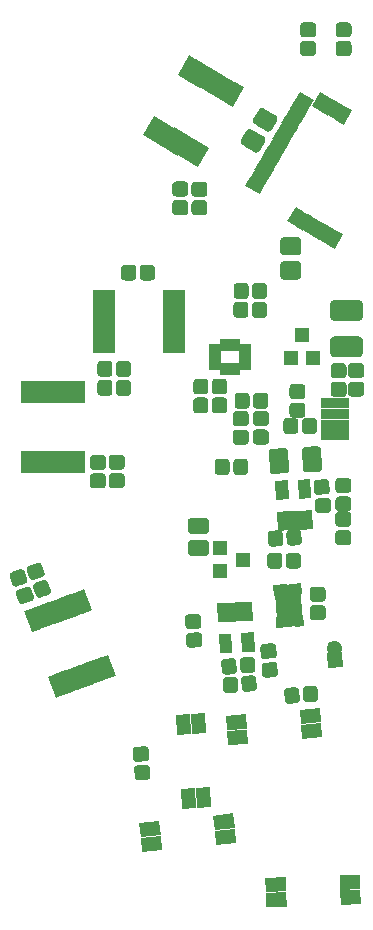
<source format=gbs>
G04 #@! TF.GenerationSoftware,KiCad,Pcbnew,(5.0.0)*
G04 #@! TF.CreationDate,2020-01-29T13:46:14+01:00*
G04 #@! TF.ProjectId,Insole_PCB,496E736F6C655F5043422E6B69636164,rev?*
G04 #@! TF.SameCoordinates,Original*
G04 #@! TF.FileFunction,Soldermask,Bot*
G04 #@! TF.FilePolarity,Negative*
%FSLAX46Y46*%
G04 Gerber Fmt 4.6, Leading zero omitted, Abs format (unit mm)*
G04 Created by KiCad (PCBNEW (5.0.0)) date 01/29/20 13:46:14*
%MOMM*%
%LPD*%
G01*
G04 APERTURE LIST*
%ADD10C,1.250000*%
%ADD11C,1.250000*%
%ADD12C,0.100000*%
%ADD13R,1.075000X0.650000*%
%ADD14R,0.650000X1.075000*%
%ADD15C,1.275000*%
%ADD16C,1.550000*%
%ADD17C,0.850000*%
%ADD18R,1.900000X0.850000*%
%ADD19R,0.850000X1.900000*%
%ADD20R,1.200000X1.300000*%
%ADD21C,1.050000*%
%ADD22C,0.810000*%
%ADD23C,2.200000*%
%ADD24C,0.900000*%
%ADD25C,0.800000*%
%ADD26C,1.200000*%
%ADD27C,1.725000*%
%ADD28C,1.650000*%
%ADD29R,1.300000X1.200000*%
%ADD30C,1.375000*%
%ADD31R,1.200000X0.900000*%
G04 APERTURE END LIST*
D10*
G04 #@! TO.C,J2*
X201259697Y-188783143D03*
D11*
X201259697Y-188783143D02*
X201259697Y-188783143D01*
D10*
X201329453Y-189780707D03*
D12*
G36*
X200749573Y-190447782D02*
X200662378Y-189200827D01*
X201909333Y-189113632D01*
X201996528Y-190360587D01*
X200749573Y-190447782D01*
X200749573Y-190447782D01*
G37*
G04 #@! TD*
D13*
G04 #@! TO.C,U2*
X193701953Y-163380707D03*
X193701953Y-163880707D03*
X193701953Y-164380707D03*
X193701953Y-164880707D03*
X191176953Y-164880707D03*
X191176953Y-164380707D03*
X191176953Y-163880707D03*
X191176953Y-163380707D03*
D14*
X192939453Y-165143207D03*
X192439453Y-165143207D03*
X191939453Y-165143207D03*
X192939453Y-163118207D03*
X191939453Y-163118207D03*
X192439453Y-163118207D03*
G04 #@! TD*
D12*
G04 #@! TO.C,C1*
G36*
X196167759Y-189957263D02*
X196198559Y-189962729D01*
X196228674Y-189971187D01*
X196257815Y-189982556D01*
X196285702Y-189996727D01*
X196312066Y-190013563D01*
X196336652Y-190032901D01*
X196359224Y-190054557D01*
X196379565Y-190078321D01*
X196397479Y-190103964D01*
X196412793Y-190131240D01*
X196425360Y-190159885D01*
X196435059Y-190189624D01*
X196441796Y-190220171D01*
X196445507Y-190251230D01*
X196489977Y-190887177D01*
X196490625Y-190918451D01*
X196488205Y-190949638D01*
X196482739Y-190980437D01*
X196474281Y-191010553D01*
X196462912Y-191039694D01*
X196448741Y-191067581D01*
X196431906Y-191093944D01*
X196412567Y-191118531D01*
X196390911Y-191141103D01*
X196367147Y-191161444D01*
X196341504Y-191179358D01*
X196314229Y-191194672D01*
X196285583Y-191207239D01*
X196255844Y-191216938D01*
X196225298Y-191223675D01*
X196194238Y-191227386D01*
X195483474Y-191277087D01*
X195452200Y-191277735D01*
X195421013Y-191275315D01*
X195390213Y-191269849D01*
X195360098Y-191261391D01*
X195330957Y-191250022D01*
X195303070Y-191235851D01*
X195276706Y-191219015D01*
X195252120Y-191199677D01*
X195229548Y-191178021D01*
X195209207Y-191154257D01*
X195191293Y-191128614D01*
X195175979Y-191101338D01*
X195163412Y-191072693D01*
X195153713Y-191042954D01*
X195146976Y-191012407D01*
X195143265Y-190981348D01*
X195098795Y-190345401D01*
X195098147Y-190314127D01*
X195100567Y-190282940D01*
X195106033Y-190252141D01*
X195114491Y-190222025D01*
X195125860Y-190192884D01*
X195140031Y-190164997D01*
X195156866Y-190138634D01*
X195176205Y-190114047D01*
X195197861Y-190091475D01*
X195221625Y-190071134D01*
X195247268Y-190053220D01*
X195274543Y-190037906D01*
X195303189Y-190025339D01*
X195332928Y-190015640D01*
X195363474Y-190008903D01*
X195394534Y-190005192D01*
X196105298Y-189955491D01*
X196136572Y-189954843D01*
X196167759Y-189957263D01*
X196167759Y-189957263D01*
G37*
D15*
X195794386Y-190616289D03*
D12*
G36*
X196057893Y-188386099D02*
X196088693Y-188391565D01*
X196118808Y-188400023D01*
X196147949Y-188411392D01*
X196175836Y-188425563D01*
X196202200Y-188442399D01*
X196226786Y-188461737D01*
X196249358Y-188483393D01*
X196269699Y-188507157D01*
X196287613Y-188532800D01*
X196302927Y-188560076D01*
X196315494Y-188588721D01*
X196325193Y-188618460D01*
X196331930Y-188649007D01*
X196335641Y-188680066D01*
X196380111Y-189316013D01*
X196380759Y-189347287D01*
X196378339Y-189378474D01*
X196372873Y-189409273D01*
X196364415Y-189439389D01*
X196353046Y-189468530D01*
X196338875Y-189496417D01*
X196322040Y-189522780D01*
X196302701Y-189547367D01*
X196281045Y-189569939D01*
X196257281Y-189590280D01*
X196231638Y-189608194D01*
X196204363Y-189623508D01*
X196175717Y-189636075D01*
X196145978Y-189645774D01*
X196115432Y-189652511D01*
X196084372Y-189656222D01*
X195373608Y-189705923D01*
X195342334Y-189706571D01*
X195311147Y-189704151D01*
X195280347Y-189698685D01*
X195250232Y-189690227D01*
X195221091Y-189678858D01*
X195193204Y-189664687D01*
X195166840Y-189647851D01*
X195142254Y-189628513D01*
X195119682Y-189606857D01*
X195099341Y-189583093D01*
X195081427Y-189557450D01*
X195066113Y-189530174D01*
X195053546Y-189501529D01*
X195043847Y-189471790D01*
X195037110Y-189441243D01*
X195033399Y-189410184D01*
X194988929Y-188774237D01*
X194988281Y-188742963D01*
X194990701Y-188711776D01*
X194996167Y-188680977D01*
X195004625Y-188650861D01*
X195015994Y-188621720D01*
X195030165Y-188593833D01*
X195047000Y-188567470D01*
X195066339Y-188542883D01*
X195087995Y-188520311D01*
X195111759Y-188499970D01*
X195137402Y-188482056D01*
X195164677Y-188466742D01*
X195193323Y-188454175D01*
X195223062Y-188444476D01*
X195253608Y-188437739D01*
X195284668Y-188434028D01*
X195995432Y-188384327D01*
X196026706Y-188383679D01*
X196057893Y-188386099D01*
X196057893Y-188386099D01*
G37*
D15*
X195684520Y-189045125D03*
G04 #@! TD*
D12*
G04 #@! TO.C,C2*
G36*
X175329591Y-183583793D02*
X175360303Y-183589728D01*
X175390286Y-183598645D01*
X175419250Y-183610457D01*
X175446917Y-183625052D01*
X175473021Y-183642289D01*
X175497309Y-183662001D01*
X175519548Y-183683998D01*
X175539524Y-183708070D01*
X175557044Y-183733984D01*
X175571940Y-183761490D01*
X175584068Y-183790324D01*
X175802105Y-184389378D01*
X175811349Y-184419262D01*
X175817618Y-184449908D01*
X175820854Y-184481021D01*
X175821025Y-184512301D01*
X175818128Y-184543447D01*
X175812193Y-184574160D01*
X175803276Y-184604143D01*
X175791463Y-184633107D01*
X175776868Y-184660774D01*
X175759632Y-184686877D01*
X175739920Y-184711165D01*
X175717922Y-184733404D01*
X175693850Y-184753380D01*
X175667937Y-184770900D01*
X175640430Y-184785796D01*
X175611597Y-184797924D01*
X174942066Y-185041614D01*
X174912182Y-185050857D01*
X174881537Y-185057127D01*
X174850424Y-185060363D01*
X174819144Y-185060534D01*
X174787997Y-185057637D01*
X174757285Y-185051702D01*
X174727302Y-185042785D01*
X174698338Y-185030973D01*
X174670671Y-185016378D01*
X174644567Y-184999141D01*
X174620279Y-184979429D01*
X174598040Y-184957432D01*
X174578064Y-184933360D01*
X174560544Y-184907446D01*
X174545648Y-184879940D01*
X174533520Y-184851106D01*
X174315483Y-184252052D01*
X174306239Y-184222168D01*
X174299970Y-184191522D01*
X174296734Y-184160409D01*
X174296563Y-184129129D01*
X174299460Y-184097983D01*
X174305395Y-184067270D01*
X174314312Y-184037287D01*
X174326125Y-184008323D01*
X174340720Y-183980656D01*
X174357956Y-183954553D01*
X174377668Y-183930265D01*
X174399666Y-183908026D01*
X174423738Y-183888050D01*
X174449651Y-183870530D01*
X174477158Y-183855634D01*
X174505991Y-183843506D01*
X175175522Y-183599816D01*
X175205406Y-183590573D01*
X175236051Y-183584303D01*
X175267164Y-183581067D01*
X175298444Y-183580896D01*
X175329591Y-183583793D01*
X175329591Y-183583793D01*
G37*
D15*
X175058794Y-184320715D03*
D12*
G36*
X174790909Y-182103777D02*
X174821621Y-182109712D01*
X174851604Y-182118629D01*
X174880568Y-182130441D01*
X174908235Y-182145036D01*
X174934339Y-182162273D01*
X174958627Y-182181985D01*
X174980866Y-182203982D01*
X175000842Y-182228054D01*
X175018362Y-182253968D01*
X175033258Y-182281474D01*
X175045386Y-182310308D01*
X175263423Y-182909362D01*
X175272667Y-182939246D01*
X175278936Y-182969892D01*
X175282172Y-183001005D01*
X175282343Y-183032285D01*
X175279446Y-183063431D01*
X175273511Y-183094144D01*
X175264594Y-183124127D01*
X175252781Y-183153091D01*
X175238186Y-183180758D01*
X175220950Y-183206861D01*
X175201238Y-183231149D01*
X175179240Y-183253388D01*
X175155168Y-183273364D01*
X175129255Y-183290884D01*
X175101748Y-183305780D01*
X175072915Y-183317908D01*
X174403384Y-183561598D01*
X174373500Y-183570841D01*
X174342855Y-183577111D01*
X174311742Y-183580347D01*
X174280462Y-183580518D01*
X174249315Y-183577621D01*
X174218603Y-183571686D01*
X174188620Y-183562769D01*
X174159656Y-183550957D01*
X174131989Y-183536362D01*
X174105885Y-183519125D01*
X174081597Y-183499413D01*
X174059358Y-183477416D01*
X174039382Y-183453344D01*
X174021862Y-183427430D01*
X174006966Y-183399924D01*
X173994838Y-183371090D01*
X173776801Y-182772036D01*
X173767557Y-182742152D01*
X173761288Y-182711506D01*
X173758052Y-182680393D01*
X173757881Y-182649113D01*
X173760778Y-182617967D01*
X173766713Y-182587254D01*
X173775630Y-182557271D01*
X173787443Y-182528307D01*
X173802038Y-182500640D01*
X173819274Y-182474537D01*
X173838986Y-182450249D01*
X173860984Y-182428010D01*
X173885056Y-182408034D01*
X173910969Y-182390514D01*
X173938476Y-182375618D01*
X173967309Y-182363490D01*
X174636840Y-182119800D01*
X174666724Y-182110557D01*
X174697369Y-182104287D01*
X174728482Y-182101051D01*
X174759762Y-182100880D01*
X174790909Y-182103777D01*
X174790909Y-182103777D01*
G37*
D15*
X174520112Y-182840699D03*
G04 #@! TD*
D12*
G04 #@! TO.C,C3*
G36*
X198201280Y-178721597D02*
X198231980Y-178727599D01*
X198261943Y-178736581D01*
X198290882Y-178748457D01*
X198318517Y-178763112D01*
X198344582Y-178780406D01*
X198368827Y-178800171D01*
X198391018Y-178822217D01*
X198410942Y-178846332D01*
X198428405Y-178872284D01*
X198443241Y-178899823D01*
X198455306Y-178928683D01*
X198464484Y-178958587D01*
X198470687Y-178989246D01*
X198473855Y-179020366D01*
X198511145Y-179731890D01*
X198511248Y-179763170D01*
X198508283Y-179794310D01*
X198502281Y-179825009D01*
X198493299Y-179854973D01*
X198481423Y-179883911D01*
X198466768Y-179911546D01*
X198449475Y-179937612D01*
X198429710Y-179961857D01*
X198407663Y-179984048D01*
X198383548Y-180003971D01*
X198357596Y-180021435D01*
X198330058Y-180036271D01*
X198301197Y-180048336D01*
X198271294Y-180057514D01*
X198240634Y-180063717D01*
X198209514Y-180066885D01*
X197572888Y-180100249D01*
X197541608Y-180100352D01*
X197510468Y-180097387D01*
X197479768Y-180091385D01*
X197449805Y-180082403D01*
X197420866Y-180070527D01*
X197393231Y-180055872D01*
X197367166Y-180038578D01*
X197342921Y-180018813D01*
X197320730Y-179996767D01*
X197300806Y-179972652D01*
X197283343Y-179946700D01*
X197268507Y-179919161D01*
X197256442Y-179890301D01*
X197247264Y-179860397D01*
X197241061Y-179829738D01*
X197237893Y-179798618D01*
X197200603Y-179087094D01*
X197200500Y-179055814D01*
X197203465Y-179024674D01*
X197209467Y-178993975D01*
X197218449Y-178964011D01*
X197230325Y-178935073D01*
X197244980Y-178907438D01*
X197262273Y-178881372D01*
X197282038Y-178857127D01*
X197304085Y-178834936D01*
X197328200Y-178815013D01*
X197354152Y-178797549D01*
X197381690Y-178782713D01*
X197410551Y-178770648D01*
X197440454Y-178761470D01*
X197471114Y-178755267D01*
X197502234Y-178752099D01*
X198138860Y-178718735D01*
X198170140Y-178718632D01*
X198201280Y-178721597D01*
X198201280Y-178721597D01*
G37*
D15*
X197855874Y-179409492D03*
D12*
G36*
X196628438Y-178804027D02*
X196659138Y-178810029D01*
X196689101Y-178819011D01*
X196718040Y-178830887D01*
X196745675Y-178845542D01*
X196771740Y-178862836D01*
X196795985Y-178882601D01*
X196818176Y-178904647D01*
X196838100Y-178928762D01*
X196855563Y-178954714D01*
X196870399Y-178982253D01*
X196882464Y-179011113D01*
X196891642Y-179041017D01*
X196897845Y-179071676D01*
X196901013Y-179102796D01*
X196938303Y-179814320D01*
X196938406Y-179845600D01*
X196935441Y-179876740D01*
X196929439Y-179907439D01*
X196920457Y-179937403D01*
X196908581Y-179966341D01*
X196893926Y-179993976D01*
X196876633Y-180020042D01*
X196856868Y-180044287D01*
X196834821Y-180066478D01*
X196810706Y-180086401D01*
X196784754Y-180103865D01*
X196757216Y-180118701D01*
X196728355Y-180130766D01*
X196698452Y-180139944D01*
X196667792Y-180146147D01*
X196636672Y-180149315D01*
X196000046Y-180182679D01*
X195968766Y-180182782D01*
X195937626Y-180179817D01*
X195906926Y-180173815D01*
X195876963Y-180164833D01*
X195848024Y-180152957D01*
X195820389Y-180138302D01*
X195794324Y-180121008D01*
X195770079Y-180101243D01*
X195747888Y-180079197D01*
X195727964Y-180055082D01*
X195710501Y-180029130D01*
X195695665Y-180001591D01*
X195683600Y-179972731D01*
X195674422Y-179942827D01*
X195668219Y-179912168D01*
X195665051Y-179881048D01*
X195627761Y-179169524D01*
X195627658Y-179138244D01*
X195630623Y-179107104D01*
X195636625Y-179076405D01*
X195645607Y-179046441D01*
X195657483Y-179017503D01*
X195672138Y-178989868D01*
X195689431Y-178963802D01*
X195709196Y-178939557D01*
X195731243Y-178917366D01*
X195755358Y-178897443D01*
X195781310Y-178879979D01*
X195808848Y-178865143D01*
X195837709Y-178853078D01*
X195867612Y-178843900D01*
X195898272Y-178837697D01*
X195929392Y-178834529D01*
X196566018Y-178801165D01*
X196597298Y-178801062D01*
X196628438Y-178804027D01*
X196628438Y-178804027D01*
G37*
D15*
X196283032Y-179491922D03*
G04 #@! TD*
D12*
G04 #@! TO.C,C4*
G36*
X200679759Y-176045263D02*
X200710559Y-176050729D01*
X200740674Y-176059187D01*
X200769815Y-176070556D01*
X200797702Y-176084727D01*
X200824066Y-176101563D01*
X200848652Y-176120901D01*
X200871224Y-176142557D01*
X200891565Y-176166321D01*
X200909479Y-176191964D01*
X200924793Y-176219240D01*
X200937360Y-176247885D01*
X200947059Y-176277624D01*
X200953796Y-176308171D01*
X200957507Y-176339230D01*
X201001977Y-176975177D01*
X201002625Y-177006451D01*
X201000205Y-177037638D01*
X200994739Y-177068437D01*
X200986281Y-177098553D01*
X200974912Y-177127694D01*
X200960741Y-177155581D01*
X200943906Y-177181944D01*
X200924567Y-177206531D01*
X200902911Y-177229103D01*
X200879147Y-177249444D01*
X200853504Y-177267358D01*
X200826229Y-177282672D01*
X200797583Y-177295239D01*
X200767844Y-177304938D01*
X200737298Y-177311675D01*
X200706238Y-177315386D01*
X199995474Y-177365087D01*
X199964200Y-177365735D01*
X199933013Y-177363315D01*
X199902213Y-177357849D01*
X199872098Y-177349391D01*
X199842957Y-177338022D01*
X199815070Y-177323851D01*
X199788706Y-177307015D01*
X199764120Y-177287677D01*
X199741548Y-177266021D01*
X199721207Y-177242257D01*
X199703293Y-177216614D01*
X199687979Y-177189338D01*
X199675412Y-177160693D01*
X199665713Y-177130954D01*
X199658976Y-177100407D01*
X199655265Y-177069348D01*
X199610795Y-176433401D01*
X199610147Y-176402127D01*
X199612567Y-176370940D01*
X199618033Y-176340141D01*
X199626491Y-176310025D01*
X199637860Y-176280884D01*
X199652031Y-176252997D01*
X199668866Y-176226634D01*
X199688205Y-176202047D01*
X199709861Y-176179475D01*
X199733625Y-176159134D01*
X199759268Y-176141220D01*
X199786543Y-176125906D01*
X199815189Y-176113339D01*
X199844928Y-176103640D01*
X199875474Y-176096903D01*
X199906534Y-176093192D01*
X200617298Y-176043491D01*
X200648572Y-176042843D01*
X200679759Y-176045263D01*
X200679759Y-176045263D01*
G37*
D15*
X200306386Y-176704289D03*
D12*
G36*
X200569893Y-174474099D02*
X200600693Y-174479565D01*
X200630808Y-174488023D01*
X200659949Y-174499392D01*
X200687836Y-174513563D01*
X200714200Y-174530399D01*
X200738786Y-174549737D01*
X200761358Y-174571393D01*
X200781699Y-174595157D01*
X200799613Y-174620800D01*
X200814927Y-174648076D01*
X200827494Y-174676721D01*
X200837193Y-174706460D01*
X200843930Y-174737007D01*
X200847641Y-174768066D01*
X200892111Y-175404013D01*
X200892759Y-175435287D01*
X200890339Y-175466474D01*
X200884873Y-175497273D01*
X200876415Y-175527389D01*
X200865046Y-175556530D01*
X200850875Y-175584417D01*
X200834040Y-175610780D01*
X200814701Y-175635367D01*
X200793045Y-175657939D01*
X200769281Y-175678280D01*
X200743638Y-175696194D01*
X200716363Y-175711508D01*
X200687717Y-175724075D01*
X200657978Y-175733774D01*
X200627432Y-175740511D01*
X200596372Y-175744222D01*
X199885608Y-175793923D01*
X199854334Y-175794571D01*
X199823147Y-175792151D01*
X199792347Y-175786685D01*
X199762232Y-175778227D01*
X199733091Y-175766858D01*
X199705204Y-175752687D01*
X199678840Y-175735851D01*
X199654254Y-175716513D01*
X199631682Y-175694857D01*
X199611341Y-175671093D01*
X199593427Y-175645450D01*
X199578113Y-175618174D01*
X199565546Y-175589529D01*
X199555847Y-175559790D01*
X199549110Y-175529243D01*
X199545399Y-175498184D01*
X199500929Y-174862237D01*
X199500281Y-174830963D01*
X199502701Y-174799776D01*
X199508167Y-174768977D01*
X199516625Y-174738861D01*
X199527994Y-174709720D01*
X199542165Y-174681833D01*
X199559000Y-174655470D01*
X199578339Y-174630883D01*
X199599995Y-174608311D01*
X199623759Y-174587970D01*
X199649402Y-174570056D01*
X199676677Y-174554742D01*
X199705323Y-174542175D01*
X199735062Y-174532476D01*
X199765608Y-174525739D01*
X199796668Y-174522028D01*
X200507432Y-174472327D01*
X200538706Y-174471679D01*
X200569893Y-174474099D01*
X200569893Y-174474099D01*
G37*
D15*
X200196520Y-175133125D03*
G04 #@! TD*
D12*
G04 #@! TO.C,C5*
G36*
X176779591Y-183033793D02*
X176810303Y-183039728D01*
X176840286Y-183048645D01*
X176869250Y-183060457D01*
X176896917Y-183075052D01*
X176923021Y-183092289D01*
X176947309Y-183112001D01*
X176969548Y-183133998D01*
X176989524Y-183158070D01*
X177007044Y-183183984D01*
X177021940Y-183211490D01*
X177034068Y-183240324D01*
X177252105Y-183839378D01*
X177261349Y-183869262D01*
X177267618Y-183899908D01*
X177270854Y-183931021D01*
X177271025Y-183962301D01*
X177268128Y-183993447D01*
X177262193Y-184024160D01*
X177253276Y-184054143D01*
X177241463Y-184083107D01*
X177226868Y-184110774D01*
X177209632Y-184136877D01*
X177189920Y-184161165D01*
X177167922Y-184183404D01*
X177143850Y-184203380D01*
X177117937Y-184220900D01*
X177090430Y-184235796D01*
X177061597Y-184247924D01*
X176392066Y-184491614D01*
X176362182Y-184500857D01*
X176331537Y-184507127D01*
X176300424Y-184510363D01*
X176269144Y-184510534D01*
X176237997Y-184507637D01*
X176207285Y-184501702D01*
X176177302Y-184492785D01*
X176148338Y-184480973D01*
X176120671Y-184466378D01*
X176094567Y-184449141D01*
X176070279Y-184429429D01*
X176048040Y-184407432D01*
X176028064Y-184383360D01*
X176010544Y-184357446D01*
X175995648Y-184329940D01*
X175983520Y-184301106D01*
X175765483Y-183702052D01*
X175756239Y-183672168D01*
X175749970Y-183641522D01*
X175746734Y-183610409D01*
X175746563Y-183579129D01*
X175749460Y-183547983D01*
X175755395Y-183517270D01*
X175764312Y-183487287D01*
X175776125Y-183458323D01*
X175790720Y-183430656D01*
X175807956Y-183404553D01*
X175827668Y-183380265D01*
X175849666Y-183358026D01*
X175873738Y-183338050D01*
X175899651Y-183320530D01*
X175927158Y-183305634D01*
X175955991Y-183293506D01*
X176625522Y-183049816D01*
X176655406Y-183040573D01*
X176686051Y-183034303D01*
X176717164Y-183031067D01*
X176748444Y-183030896D01*
X176779591Y-183033793D01*
X176779591Y-183033793D01*
G37*
D15*
X176508794Y-183770715D03*
D12*
G36*
X176240909Y-181553777D02*
X176271621Y-181559712D01*
X176301604Y-181568629D01*
X176330568Y-181580441D01*
X176358235Y-181595036D01*
X176384339Y-181612273D01*
X176408627Y-181631985D01*
X176430866Y-181653982D01*
X176450842Y-181678054D01*
X176468362Y-181703968D01*
X176483258Y-181731474D01*
X176495386Y-181760308D01*
X176713423Y-182359362D01*
X176722667Y-182389246D01*
X176728936Y-182419892D01*
X176732172Y-182451005D01*
X176732343Y-182482285D01*
X176729446Y-182513431D01*
X176723511Y-182544144D01*
X176714594Y-182574127D01*
X176702781Y-182603091D01*
X176688186Y-182630758D01*
X176670950Y-182656861D01*
X176651238Y-182681149D01*
X176629240Y-182703388D01*
X176605168Y-182723364D01*
X176579255Y-182740884D01*
X176551748Y-182755780D01*
X176522915Y-182767908D01*
X175853384Y-183011598D01*
X175823500Y-183020841D01*
X175792855Y-183027111D01*
X175761742Y-183030347D01*
X175730462Y-183030518D01*
X175699315Y-183027621D01*
X175668603Y-183021686D01*
X175638620Y-183012769D01*
X175609656Y-183000957D01*
X175581989Y-182986362D01*
X175555885Y-182969125D01*
X175531597Y-182949413D01*
X175509358Y-182927416D01*
X175489382Y-182903344D01*
X175471862Y-182877430D01*
X175456966Y-182849924D01*
X175444838Y-182821090D01*
X175226801Y-182222036D01*
X175217557Y-182192152D01*
X175211288Y-182161506D01*
X175208052Y-182130393D01*
X175207881Y-182099113D01*
X175210778Y-182067967D01*
X175216713Y-182037254D01*
X175225630Y-182007271D01*
X175237443Y-181978307D01*
X175252038Y-181950640D01*
X175269274Y-181924537D01*
X175288986Y-181900249D01*
X175310984Y-181878010D01*
X175335056Y-181858034D01*
X175360969Y-181840514D01*
X175388476Y-181825618D01*
X175417309Y-181813490D01*
X176086840Y-181569800D01*
X176116724Y-181560557D01*
X176147369Y-181554287D01*
X176178482Y-181551051D01*
X176209762Y-181550880D01*
X176240909Y-181553777D01*
X176240909Y-181553777D01*
G37*
D15*
X175970112Y-182290699D03*
G04 #@! TD*
D12*
G04 #@! TO.C,C6*
G36*
X183226946Y-172394742D02*
X183257888Y-172399332D01*
X183288231Y-172406932D01*
X183317683Y-172417470D01*
X183345961Y-172430845D01*
X183372791Y-172446926D01*
X183397916Y-172465560D01*
X183421093Y-172486567D01*
X183442100Y-172509744D01*
X183460734Y-172534869D01*
X183476815Y-172561699D01*
X183490190Y-172589977D01*
X183500728Y-172619429D01*
X183508328Y-172649772D01*
X183512918Y-172680714D01*
X183514453Y-172711957D01*
X183514453Y-173349457D01*
X183512918Y-173380700D01*
X183508328Y-173411642D01*
X183500728Y-173441985D01*
X183490190Y-173471437D01*
X183476815Y-173499715D01*
X183460734Y-173526545D01*
X183442100Y-173551670D01*
X183421093Y-173574847D01*
X183397916Y-173595854D01*
X183372791Y-173614488D01*
X183345961Y-173630569D01*
X183317683Y-173643944D01*
X183288231Y-173654482D01*
X183257888Y-173662082D01*
X183226946Y-173666672D01*
X183195703Y-173668207D01*
X182483203Y-173668207D01*
X182451960Y-173666672D01*
X182421018Y-173662082D01*
X182390675Y-173654482D01*
X182361223Y-173643944D01*
X182332945Y-173630569D01*
X182306115Y-173614488D01*
X182280990Y-173595854D01*
X182257813Y-173574847D01*
X182236806Y-173551670D01*
X182218172Y-173526545D01*
X182202091Y-173499715D01*
X182188716Y-173471437D01*
X182178178Y-173441985D01*
X182170578Y-173411642D01*
X182165988Y-173380700D01*
X182164453Y-173349457D01*
X182164453Y-172711957D01*
X182165988Y-172680714D01*
X182170578Y-172649772D01*
X182178178Y-172619429D01*
X182188716Y-172589977D01*
X182202091Y-172561699D01*
X182218172Y-172534869D01*
X182236806Y-172509744D01*
X182257813Y-172486567D01*
X182280990Y-172465560D01*
X182306115Y-172446926D01*
X182332945Y-172430845D01*
X182361223Y-172417470D01*
X182390675Y-172406932D01*
X182421018Y-172399332D01*
X182451960Y-172394742D01*
X182483203Y-172393207D01*
X183195703Y-172393207D01*
X183226946Y-172394742D01*
X183226946Y-172394742D01*
G37*
D15*
X182839453Y-173030707D03*
D12*
G36*
X183226946Y-173969742D02*
X183257888Y-173974332D01*
X183288231Y-173981932D01*
X183317683Y-173992470D01*
X183345961Y-174005845D01*
X183372791Y-174021926D01*
X183397916Y-174040560D01*
X183421093Y-174061567D01*
X183442100Y-174084744D01*
X183460734Y-174109869D01*
X183476815Y-174136699D01*
X183490190Y-174164977D01*
X183500728Y-174194429D01*
X183508328Y-174224772D01*
X183512918Y-174255714D01*
X183514453Y-174286957D01*
X183514453Y-174924457D01*
X183512918Y-174955700D01*
X183508328Y-174986642D01*
X183500728Y-175016985D01*
X183490190Y-175046437D01*
X183476815Y-175074715D01*
X183460734Y-175101545D01*
X183442100Y-175126670D01*
X183421093Y-175149847D01*
X183397916Y-175170854D01*
X183372791Y-175189488D01*
X183345961Y-175205569D01*
X183317683Y-175218944D01*
X183288231Y-175229482D01*
X183257888Y-175237082D01*
X183226946Y-175241672D01*
X183195703Y-175243207D01*
X182483203Y-175243207D01*
X182451960Y-175241672D01*
X182421018Y-175237082D01*
X182390675Y-175229482D01*
X182361223Y-175218944D01*
X182332945Y-175205569D01*
X182306115Y-175189488D01*
X182280990Y-175170854D01*
X182257813Y-175149847D01*
X182236806Y-175126670D01*
X182218172Y-175101545D01*
X182202091Y-175074715D01*
X182188716Y-175046437D01*
X182178178Y-175016985D01*
X182170578Y-174986642D01*
X182165988Y-174955700D01*
X182164453Y-174924457D01*
X182164453Y-174286957D01*
X182165988Y-174255714D01*
X182170578Y-174224772D01*
X182178178Y-174194429D01*
X182188716Y-174164977D01*
X182202091Y-174136699D01*
X182218172Y-174109869D01*
X182236806Y-174084744D01*
X182257813Y-174061567D01*
X182280990Y-174040560D01*
X182306115Y-174021926D01*
X182332945Y-174005845D01*
X182361223Y-173992470D01*
X182390675Y-173981932D01*
X182421018Y-173974332D01*
X182451960Y-173969742D01*
X182483203Y-173968207D01*
X183195703Y-173968207D01*
X183226946Y-173969742D01*
X183226946Y-173969742D01*
G37*
D15*
X182839453Y-174605707D03*
G04 #@! TD*
D12*
G04 #@! TO.C,C7*
G36*
X181626946Y-172407242D02*
X181657888Y-172411832D01*
X181688231Y-172419432D01*
X181717683Y-172429970D01*
X181745961Y-172443345D01*
X181772791Y-172459426D01*
X181797916Y-172478060D01*
X181821093Y-172499067D01*
X181842100Y-172522244D01*
X181860734Y-172547369D01*
X181876815Y-172574199D01*
X181890190Y-172602477D01*
X181900728Y-172631929D01*
X181908328Y-172662272D01*
X181912918Y-172693214D01*
X181914453Y-172724457D01*
X181914453Y-173361957D01*
X181912918Y-173393200D01*
X181908328Y-173424142D01*
X181900728Y-173454485D01*
X181890190Y-173483937D01*
X181876815Y-173512215D01*
X181860734Y-173539045D01*
X181842100Y-173564170D01*
X181821093Y-173587347D01*
X181797916Y-173608354D01*
X181772791Y-173626988D01*
X181745961Y-173643069D01*
X181717683Y-173656444D01*
X181688231Y-173666982D01*
X181657888Y-173674582D01*
X181626946Y-173679172D01*
X181595703Y-173680707D01*
X180883203Y-173680707D01*
X180851960Y-173679172D01*
X180821018Y-173674582D01*
X180790675Y-173666982D01*
X180761223Y-173656444D01*
X180732945Y-173643069D01*
X180706115Y-173626988D01*
X180680990Y-173608354D01*
X180657813Y-173587347D01*
X180636806Y-173564170D01*
X180618172Y-173539045D01*
X180602091Y-173512215D01*
X180588716Y-173483937D01*
X180578178Y-173454485D01*
X180570578Y-173424142D01*
X180565988Y-173393200D01*
X180564453Y-173361957D01*
X180564453Y-172724457D01*
X180565988Y-172693214D01*
X180570578Y-172662272D01*
X180578178Y-172631929D01*
X180588716Y-172602477D01*
X180602091Y-172574199D01*
X180618172Y-172547369D01*
X180636806Y-172522244D01*
X180657813Y-172499067D01*
X180680990Y-172478060D01*
X180706115Y-172459426D01*
X180732945Y-172443345D01*
X180761223Y-172429970D01*
X180790675Y-172419432D01*
X180821018Y-172411832D01*
X180851960Y-172407242D01*
X180883203Y-172405707D01*
X181595703Y-172405707D01*
X181626946Y-172407242D01*
X181626946Y-172407242D01*
G37*
D15*
X181239453Y-173043207D03*
D12*
G36*
X181626946Y-173982242D02*
X181657888Y-173986832D01*
X181688231Y-173994432D01*
X181717683Y-174004970D01*
X181745961Y-174018345D01*
X181772791Y-174034426D01*
X181797916Y-174053060D01*
X181821093Y-174074067D01*
X181842100Y-174097244D01*
X181860734Y-174122369D01*
X181876815Y-174149199D01*
X181890190Y-174177477D01*
X181900728Y-174206929D01*
X181908328Y-174237272D01*
X181912918Y-174268214D01*
X181914453Y-174299457D01*
X181914453Y-174936957D01*
X181912918Y-174968200D01*
X181908328Y-174999142D01*
X181900728Y-175029485D01*
X181890190Y-175058937D01*
X181876815Y-175087215D01*
X181860734Y-175114045D01*
X181842100Y-175139170D01*
X181821093Y-175162347D01*
X181797916Y-175183354D01*
X181772791Y-175201988D01*
X181745961Y-175218069D01*
X181717683Y-175231444D01*
X181688231Y-175241982D01*
X181657888Y-175249582D01*
X181626946Y-175254172D01*
X181595703Y-175255707D01*
X180883203Y-175255707D01*
X180851960Y-175254172D01*
X180821018Y-175249582D01*
X180790675Y-175241982D01*
X180761223Y-175231444D01*
X180732945Y-175218069D01*
X180706115Y-175201988D01*
X180680990Y-175183354D01*
X180657813Y-175162347D01*
X180636806Y-175139170D01*
X180618172Y-175114045D01*
X180602091Y-175087215D01*
X180588716Y-175058937D01*
X180578178Y-175029485D01*
X180570578Y-174999142D01*
X180565988Y-174968200D01*
X180564453Y-174936957D01*
X180564453Y-174299457D01*
X180565988Y-174268214D01*
X180570578Y-174237272D01*
X180578178Y-174206929D01*
X180588716Y-174177477D01*
X180602091Y-174149199D01*
X180618172Y-174122369D01*
X180636806Y-174097244D01*
X180657813Y-174074067D01*
X180680990Y-174053060D01*
X180706115Y-174034426D01*
X180732945Y-174018345D01*
X180761223Y-174004970D01*
X180790675Y-173994432D01*
X180821018Y-173986832D01*
X180851960Y-173982242D01*
X180883203Y-173980707D01*
X181595703Y-173980707D01*
X181626946Y-173982242D01*
X181626946Y-173982242D01*
G37*
D15*
X181239453Y-174618207D03*
G04 #@! TD*
D12*
G04 #@! TO.C,C8*
G36*
X182189446Y-166057242D02*
X182220388Y-166061832D01*
X182250731Y-166069432D01*
X182280183Y-166079970D01*
X182308461Y-166093345D01*
X182335291Y-166109426D01*
X182360416Y-166128060D01*
X182383593Y-166149067D01*
X182404600Y-166172244D01*
X182423234Y-166197369D01*
X182439315Y-166224199D01*
X182452690Y-166252477D01*
X182463228Y-166281929D01*
X182470828Y-166312272D01*
X182475418Y-166343214D01*
X182476953Y-166374457D01*
X182476953Y-167086957D01*
X182475418Y-167118200D01*
X182470828Y-167149142D01*
X182463228Y-167179485D01*
X182452690Y-167208937D01*
X182439315Y-167237215D01*
X182423234Y-167264045D01*
X182404600Y-167289170D01*
X182383593Y-167312347D01*
X182360416Y-167333354D01*
X182335291Y-167351988D01*
X182308461Y-167368069D01*
X182280183Y-167381444D01*
X182250731Y-167391982D01*
X182220388Y-167399582D01*
X182189446Y-167404172D01*
X182158203Y-167405707D01*
X181520703Y-167405707D01*
X181489460Y-167404172D01*
X181458518Y-167399582D01*
X181428175Y-167391982D01*
X181398723Y-167381444D01*
X181370445Y-167368069D01*
X181343615Y-167351988D01*
X181318490Y-167333354D01*
X181295313Y-167312347D01*
X181274306Y-167289170D01*
X181255672Y-167264045D01*
X181239591Y-167237215D01*
X181226216Y-167208937D01*
X181215678Y-167179485D01*
X181208078Y-167149142D01*
X181203488Y-167118200D01*
X181201953Y-167086957D01*
X181201953Y-166374457D01*
X181203488Y-166343214D01*
X181208078Y-166312272D01*
X181215678Y-166281929D01*
X181226216Y-166252477D01*
X181239591Y-166224199D01*
X181255672Y-166197369D01*
X181274306Y-166172244D01*
X181295313Y-166149067D01*
X181318490Y-166128060D01*
X181343615Y-166109426D01*
X181370445Y-166093345D01*
X181398723Y-166079970D01*
X181428175Y-166069432D01*
X181458518Y-166061832D01*
X181489460Y-166057242D01*
X181520703Y-166055707D01*
X182158203Y-166055707D01*
X182189446Y-166057242D01*
X182189446Y-166057242D01*
G37*
D15*
X181839453Y-166730707D03*
D12*
G36*
X183764446Y-166057242D02*
X183795388Y-166061832D01*
X183825731Y-166069432D01*
X183855183Y-166079970D01*
X183883461Y-166093345D01*
X183910291Y-166109426D01*
X183935416Y-166128060D01*
X183958593Y-166149067D01*
X183979600Y-166172244D01*
X183998234Y-166197369D01*
X184014315Y-166224199D01*
X184027690Y-166252477D01*
X184038228Y-166281929D01*
X184045828Y-166312272D01*
X184050418Y-166343214D01*
X184051953Y-166374457D01*
X184051953Y-167086957D01*
X184050418Y-167118200D01*
X184045828Y-167149142D01*
X184038228Y-167179485D01*
X184027690Y-167208937D01*
X184014315Y-167237215D01*
X183998234Y-167264045D01*
X183979600Y-167289170D01*
X183958593Y-167312347D01*
X183935416Y-167333354D01*
X183910291Y-167351988D01*
X183883461Y-167368069D01*
X183855183Y-167381444D01*
X183825731Y-167391982D01*
X183795388Y-167399582D01*
X183764446Y-167404172D01*
X183733203Y-167405707D01*
X183095703Y-167405707D01*
X183064460Y-167404172D01*
X183033518Y-167399582D01*
X183003175Y-167391982D01*
X182973723Y-167381444D01*
X182945445Y-167368069D01*
X182918615Y-167351988D01*
X182893490Y-167333354D01*
X182870313Y-167312347D01*
X182849306Y-167289170D01*
X182830672Y-167264045D01*
X182814591Y-167237215D01*
X182801216Y-167208937D01*
X182790678Y-167179485D01*
X182783078Y-167149142D01*
X182778488Y-167118200D01*
X182776953Y-167086957D01*
X182776953Y-166374457D01*
X182778488Y-166343214D01*
X182783078Y-166312272D01*
X182790678Y-166281929D01*
X182801216Y-166252477D01*
X182814591Y-166224199D01*
X182830672Y-166197369D01*
X182849306Y-166172244D01*
X182870313Y-166149067D01*
X182893490Y-166128060D01*
X182918615Y-166109426D01*
X182945445Y-166093345D01*
X182973723Y-166079970D01*
X183003175Y-166069432D01*
X183033518Y-166061832D01*
X183064460Y-166057242D01*
X183095703Y-166055707D01*
X183733203Y-166055707D01*
X183764446Y-166057242D01*
X183764446Y-166057242D01*
G37*
D15*
X183414453Y-166730707D03*
G04 #@! TD*
D12*
G04 #@! TO.C,C9*
G36*
X182189446Y-164457242D02*
X182220388Y-164461832D01*
X182250731Y-164469432D01*
X182280183Y-164479970D01*
X182308461Y-164493345D01*
X182335291Y-164509426D01*
X182360416Y-164528060D01*
X182383593Y-164549067D01*
X182404600Y-164572244D01*
X182423234Y-164597369D01*
X182439315Y-164624199D01*
X182452690Y-164652477D01*
X182463228Y-164681929D01*
X182470828Y-164712272D01*
X182475418Y-164743214D01*
X182476953Y-164774457D01*
X182476953Y-165486957D01*
X182475418Y-165518200D01*
X182470828Y-165549142D01*
X182463228Y-165579485D01*
X182452690Y-165608937D01*
X182439315Y-165637215D01*
X182423234Y-165664045D01*
X182404600Y-165689170D01*
X182383593Y-165712347D01*
X182360416Y-165733354D01*
X182335291Y-165751988D01*
X182308461Y-165768069D01*
X182280183Y-165781444D01*
X182250731Y-165791982D01*
X182220388Y-165799582D01*
X182189446Y-165804172D01*
X182158203Y-165805707D01*
X181520703Y-165805707D01*
X181489460Y-165804172D01*
X181458518Y-165799582D01*
X181428175Y-165791982D01*
X181398723Y-165781444D01*
X181370445Y-165768069D01*
X181343615Y-165751988D01*
X181318490Y-165733354D01*
X181295313Y-165712347D01*
X181274306Y-165689170D01*
X181255672Y-165664045D01*
X181239591Y-165637215D01*
X181226216Y-165608937D01*
X181215678Y-165579485D01*
X181208078Y-165549142D01*
X181203488Y-165518200D01*
X181201953Y-165486957D01*
X181201953Y-164774457D01*
X181203488Y-164743214D01*
X181208078Y-164712272D01*
X181215678Y-164681929D01*
X181226216Y-164652477D01*
X181239591Y-164624199D01*
X181255672Y-164597369D01*
X181274306Y-164572244D01*
X181295313Y-164549067D01*
X181318490Y-164528060D01*
X181343615Y-164509426D01*
X181370445Y-164493345D01*
X181398723Y-164479970D01*
X181428175Y-164469432D01*
X181458518Y-164461832D01*
X181489460Y-164457242D01*
X181520703Y-164455707D01*
X182158203Y-164455707D01*
X182189446Y-164457242D01*
X182189446Y-164457242D01*
G37*
D15*
X181839453Y-165130707D03*
D12*
G36*
X183764446Y-164457242D02*
X183795388Y-164461832D01*
X183825731Y-164469432D01*
X183855183Y-164479970D01*
X183883461Y-164493345D01*
X183910291Y-164509426D01*
X183935416Y-164528060D01*
X183958593Y-164549067D01*
X183979600Y-164572244D01*
X183998234Y-164597369D01*
X184014315Y-164624199D01*
X184027690Y-164652477D01*
X184038228Y-164681929D01*
X184045828Y-164712272D01*
X184050418Y-164743214D01*
X184051953Y-164774457D01*
X184051953Y-165486957D01*
X184050418Y-165518200D01*
X184045828Y-165549142D01*
X184038228Y-165579485D01*
X184027690Y-165608937D01*
X184014315Y-165637215D01*
X183998234Y-165664045D01*
X183979600Y-165689170D01*
X183958593Y-165712347D01*
X183935416Y-165733354D01*
X183910291Y-165751988D01*
X183883461Y-165768069D01*
X183855183Y-165781444D01*
X183825731Y-165791982D01*
X183795388Y-165799582D01*
X183764446Y-165804172D01*
X183733203Y-165805707D01*
X183095703Y-165805707D01*
X183064460Y-165804172D01*
X183033518Y-165799582D01*
X183003175Y-165791982D01*
X182973723Y-165781444D01*
X182945445Y-165768069D01*
X182918615Y-165751988D01*
X182893490Y-165733354D01*
X182870313Y-165712347D01*
X182849306Y-165689170D01*
X182830672Y-165664045D01*
X182814591Y-165637215D01*
X182801216Y-165608937D01*
X182790678Y-165579485D01*
X182783078Y-165549142D01*
X182778488Y-165518200D01*
X182776953Y-165486957D01*
X182776953Y-164774457D01*
X182778488Y-164743214D01*
X182783078Y-164712272D01*
X182790678Y-164681929D01*
X182801216Y-164652477D01*
X182814591Y-164624199D01*
X182830672Y-164597369D01*
X182849306Y-164572244D01*
X182870313Y-164549067D01*
X182893490Y-164528060D01*
X182918615Y-164509426D01*
X182945445Y-164493345D01*
X182973723Y-164479970D01*
X183003175Y-164469432D01*
X183033518Y-164461832D01*
X183064460Y-164457242D01*
X183095703Y-164455707D01*
X183733203Y-164455707D01*
X183764446Y-164457242D01*
X183764446Y-164457242D01*
G37*
D15*
X183414453Y-165130707D03*
G04 #@! TD*
D12*
G04 #@! TO.C,C10*
G36*
X188601946Y-149269742D02*
X188632888Y-149274332D01*
X188663231Y-149281932D01*
X188692683Y-149292470D01*
X188720961Y-149305845D01*
X188747791Y-149321926D01*
X188772916Y-149340560D01*
X188796093Y-149361567D01*
X188817100Y-149384744D01*
X188835734Y-149409869D01*
X188851815Y-149436699D01*
X188865190Y-149464977D01*
X188875728Y-149494429D01*
X188883328Y-149524772D01*
X188887918Y-149555714D01*
X188889453Y-149586957D01*
X188889453Y-150224457D01*
X188887918Y-150255700D01*
X188883328Y-150286642D01*
X188875728Y-150316985D01*
X188865190Y-150346437D01*
X188851815Y-150374715D01*
X188835734Y-150401545D01*
X188817100Y-150426670D01*
X188796093Y-150449847D01*
X188772916Y-150470854D01*
X188747791Y-150489488D01*
X188720961Y-150505569D01*
X188692683Y-150518944D01*
X188663231Y-150529482D01*
X188632888Y-150537082D01*
X188601946Y-150541672D01*
X188570703Y-150543207D01*
X187858203Y-150543207D01*
X187826960Y-150541672D01*
X187796018Y-150537082D01*
X187765675Y-150529482D01*
X187736223Y-150518944D01*
X187707945Y-150505569D01*
X187681115Y-150489488D01*
X187655990Y-150470854D01*
X187632813Y-150449847D01*
X187611806Y-150426670D01*
X187593172Y-150401545D01*
X187577091Y-150374715D01*
X187563716Y-150346437D01*
X187553178Y-150316985D01*
X187545578Y-150286642D01*
X187540988Y-150255700D01*
X187539453Y-150224457D01*
X187539453Y-149586957D01*
X187540988Y-149555714D01*
X187545578Y-149524772D01*
X187553178Y-149494429D01*
X187563716Y-149464977D01*
X187577091Y-149436699D01*
X187593172Y-149409869D01*
X187611806Y-149384744D01*
X187632813Y-149361567D01*
X187655990Y-149340560D01*
X187681115Y-149321926D01*
X187707945Y-149305845D01*
X187736223Y-149292470D01*
X187765675Y-149281932D01*
X187796018Y-149274332D01*
X187826960Y-149269742D01*
X187858203Y-149268207D01*
X188570703Y-149268207D01*
X188601946Y-149269742D01*
X188601946Y-149269742D01*
G37*
D15*
X188214453Y-149905707D03*
D12*
G36*
X188601946Y-150844742D02*
X188632888Y-150849332D01*
X188663231Y-150856932D01*
X188692683Y-150867470D01*
X188720961Y-150880845D01*
X188747791Y-150896926D01*
X188772916Y-150915560D01*
X188796093Y-150936567D01*
X188817100Y-150959744D01*
X188835734Y-150984869D01*
X188851815Y-151011699D01*
X188865190Y-151039977D01*
X188875728Y-151069429D01*
X188883328Y-151099772D01*
X188887918Y-151130714D01*
X188889453Y-151161957D01*
X188889453Y-151799457D01*
X188887918Y-151830700D01*
X188883328Y-151861642D01*
X188875728Y-151891985D01*
X188865190Y-151921437D01*
X188851815Y-151949715D01*
X188835734Y-151976545D01*
X188817100Y-152001670D01*
X188796093Y-152024847D01*
X188772916Y-152045854D01*
X188747791Y-152064488D01*
X188720961Y-152080569D01*
X188692683Y-152093944D01*
X188663231Y-152104482D01*
X188632888Y-152112082D01*
X188601946Y-152116672D01*
X188570703Y-152118207D01*
X187858203Y-152118207D01*
X187826960Y-152116672D01*
X187796018Y-152112082D01*
X187765675Y-152104482D01*
X187736223Y-152093944D01*
X187707945Y-152080569D01*
X187681115Y-152064488D01*
X187655990Y-152045854D01*
X187632813Y-152024847D01*
X187611806Y-152001670D01*
X187593172Y-151976545D01*
X187577091Y-151949715D01*
X187563716Y-151921437D01*
X187553178Y-151891985D01*
X187545578Y-151861642D01*
X187540988Y-151830700D01*
X187539453Y-151799457D01*
X187539453Y-151161957D01*
X187540988Y-151130714D01*
X187545578Y-151099772D01*
X187553178Y-151069429D01*
X187563716Y-151039977D01*
X187577091Y-151011699D01*
X187593172Y-150984869D01*
X187611806Y-150959744D01*
X187632813Y-150936567D01*
X187655990Y-150915560D01*
X187681115Y-150896926D01*
X187707945Y-150880845D01*
X187736223Y-150867470D01*
X187765675Y-150856932D01*
X187796018Y-150849332D01*
X187826960Y-150844742D01*
X187858203Y-150843207D01*
X188570703Y-150843207D01*
X188601946Y-150844742D01*
X188601946Y-150844742D01*
G37*
D15*
X188214453Y-151480707D03*
G04 #@! TD*
D12*
G04 #@! TO.C,C11*
G36*
X190226946Y-149282242D02*
X190257888Y-149286832D01*
X190288231Y-149294432D01*
X190317683Y-149304970D01*
X190345961Y-149318345D01*
X190372791Y-149334426D01*
X190397916Y-149353060D01*
X190421093Y-149374067D01*
X190442100Y-149397244D01*
X190460734Y-149422369D01*
X190476815Y-149449199D01*
X190490190Y-149477477D01*
X190500728Y-149506929D01*
X190508328Y-149537272D01*
X190512918Y-149568214D01*
X190514453Y-149599457D01*
X190514453Y-150236957D01*
X190512918Y-150268200D01*
X190508328Y-150299142D01*
X190500728Y-150329485D01*
X190490190Y-150358937D01*
X190476815Y-150387215D01*
X190460734Y-150414045D01*
X190442100Y-150439170D01*
X190421093Y-150462347D01*
X190397916Y-150483354D01*
X190372791Y-150501988D01*
X190345961Y-150518069D01*
X190317683Y-150531444D01*
X190288231Y-150541982D01*
X190257888Y-150549582D01*
X190226946Y-150554172D01*
X190195703Y-150555707D01*
X189483203Y-150555707D01*
X189451960Y-150554172D01*
X189421018Y-150549582D01*
X189390675Y-150541982D01*
X189361223Y-150531444D01*
X189332945Y-150518069D01*
X189306115Y-150501988D01*
X189280990Y-150483354D01*
X189257813Y-150462347D01*
X189236806Y-150439170D01*
X189218172Y-150414045D01*
X189202091Y-150387215D01*
X189188716Y-150358937D01*
X189178178Y-150329485D01*
X189170578Y-150299142D01*
X189165988Y-150268200D01*
X189164453Y-150236957D01*
X189164453Y-149599457D01*
X189165988Y-149568214D01*
X189170578Y-149537272D01*
X189178178Y-149506929D01*
X189188716Y-149477477D01*
X189202091Y-149449199D01*
X189218172Y-149422369D01*
X189236806Y-149397244D01*
X189257813Y-149374067D01*
X189280990Y-149353060D01*
X189306115Y-149334426D01*
X189332945Y-149318345D01*
X189361223Y-149304970D01*
X189390675Y-149294432D01*
X189421018Y-149286832D01*
X189451960Y-149282242D01*
X189483203Y-149280707D01*
X190195703Y-149280707D01*
X190226946Y-149282242D01*
X190226946Y-149282242D01*
G37*
D15*
X189839453Y-149918207D03*
D12*
G36*
X190226946Y-150857242D02*
X190257888Y-150861832D01*
X190288231Y-150869432D01*
X190317683Y-150879970D01*
X190345961Y-150893345D01*
X190372791Y-150909426D01*
X190397916Y-150928060D01*
X190421093Y-150949067D01*
X190442100Y-150972244D01*
X190460734Y-150997369D01*
X190476815Y-151024199D01*
X190490190Y-151052477D01*
X190500728Y-151081929D01*
X190508328Y-151112272D01*
X190512918Y-151143214D01*
X190514453Y-151174457D01*
X190514453Y-151811957D01*
X190512918Y-151843200D01*
X190508328Y-151874142D01*
X190500728Y-151904485D01*
X190490190Y-151933937D01*
X190476815Y-151962215D01*
X190460734Y-151989045D01*
X190442100Y-152014170D01*
X190421093Y-152037347D01*
X190397916Y-152058354D01*
X190372791Y-152076988D01*
X190345961Y-152093069D01*
X190317683Y-152106444D01*
X190288231Y-152116982D01*
X190257888Y-152124582D01*
X190226946Y-152129172D01*
X190195703Y-152130707D01*
X189483203Y-152130707D01*
X189451960Y-152129172D01*
X189421018Y-152124582D01*
X189390675Y-152116982D01*
X189361223Y-152106444D01*
X189332945Y-152093069D01*
X189306115Y-152076988D01*
X189280990Y-152058354D01*
X189257813Y-152037347D01*
X189236806Y-152014170D01*
X189218172Y-151989045D01*
X189202091Y-151962215D01*
X189188716Y-151933937D01*
X189178178Y-151904485D01*
X189170578Y-151874142D01*
X189165988Y-151843200D01*
X189164453Y-151811957D01*
X189164453Y-151174457D01*
X189165988Y-151143214D01*
X189170578Y-151112272D01*
X189178178Y-151081929D01*
X189188716Y-151052477D01*
X189202091Y-151024199D01*
X189218172Y-150997369D01*
X189236806Y-150972244D01*
X189257813Y-150949067D01*
X189280990Y-150928060D01*
X189306115Y-150909426D01*
X189332945Y-150893345D01*
X189361223Y-150879970D01*
X189390675Y-150869432D01*
X189421018Y-150861832D01*
X189451960Y-150857242D01*
X189483203Y-150855707D01*
X190195703Y-150855707D01*
X190226946Y-150857242D01*
X190226946Y-150857242D01*
G37*
D15*
X189839453Y-151493207D03*
G04 #@! TD*
D12*
G04 #@! TO.C,C12*
G36*
X191889446Y-167557242D02*
X191920388Y-167561832D01*
X191950731Y-167569432D01*
X191980183Y-167579970D01*
X192008461Y-167593345D01*
X192035291Y-167609426D01*
X192060416Y-167628060D01*
X192083593Y-167649067D01*
X192104600Y-167672244D01*
X192123234Y-167697369D01*
X192139315Y-167724199D01*
X192152690Y-167752477D01*
X192163228Y-167781929D01*
X192170828Y-167812272D01*
X192175418Y-167843214D01*
X192176953Y-167874457D01*
X192176953Y-168586957D01*
X192175418Y-168618200D01*
X192170828Y-168649142D01*
X192163228Y-168679485D01*
X192152690Y-168708937D01*
X192139315Y-168737215D01*
X192123234Y-168764045D01*
X192104600Y-168789170D01*
X192083593Y-168812347D01*
X192060416Y-168833354D01*
X192035291Y-168851988D01*
X192008461Y-168868069D01*
X191980183Y-168881444D01*
X191950731Y-168891982D01*
X191920388Y-168899582D01*
X191889446Y-168904172D01*
X191858203Y-168905707D01*
X191220703Y-168905707D01*
X191189460Y-168904172D01*
X191158518Y-168899582D01*
X191128175Y-168891982D01*
X191098723Y-168881444D01*
X191070445Y-168868069D01*
X191043615Y-168851988D01*
X191018490Y-168833354D01*
X190995313Y-168812347D01*
X190974306Y-168789170D01*
X190955672Y-168764045D01*
X190939591Y-168737215D01*
X190926216Y-168708937D01*
X190915678Y-168679485D01*
X190908078Y-168649142D01*
X190903488Y-168618200D01*
X190901953Y-168586957D01*
X190901953Y-167874457D01*
X190903488Y-167843214D01*
X190908078Y-167812272D01*
X190915678Y-167781929D01*
X190926216Y-167752477D01*
X190939591Y-167724199D01*
X190955672Y-167697369D01*
X190974306Y-167672244D01*
X190995313Y-167649067D01*
X191018490Y-167628060D01*
X191043615Y-167609426D01*
X191070445Y-167593345D01*
X191098723Y-167579970D01*
X191128175Y-167569432D01*
X191158518Y-167561832D01*
X191189460Y-167557242D01*
X191220703Y-167555707D01*
X191858203Y-167555707D01*
X191889446Y-167557242D01*
X191889446Y-167557242D01*
G37*
D15*
X191539453Y-168230707D03*
D12*
G36*
X190314446Y-167557242D02*
X190345388Y-167561832D01*
X190375731Y-167569432D01*
X190405183Y-167579970D01*
X190433461Y-167593345D01*
X190460291Y-167609426D01*
X190485416Y-167628060D01*
X190508593Y-167649067D01*
X190529600Y-167672244D01*
X190548234Y-167697369D01*
X190564315Y-167724199D01*
X190577690Y-167752477D01*
X190588228Y-167781929D01*
X190595828Y-167812272D01*
X190600418Y-167843214D01*
X190601953Y-167874457D01*
X190601953Y-168586957D01*
X190600418Y-168618200D01*
X190595828Y-168649142D01*
X190588228Y-168679485D01*
X190577690Y-168708937D01*
X190564315Y-168737215D01*
X190548234Y-168764045D01*
X190529600Y-168789170D01*
X190508593Y-168812347D01*
X190485416Y-168833354D01*
X190460291Y-168851988D01*
X190433461Y-168868069D01*
X190405183Y-168881444D01*
X190375731Y-168891982D01*
X190345388Y-168899582D01*
X190314446Y-168904172D01*
X190283203Y-168905707D01*
X189645703Y-168905707D01*
X189614460Y-168904172D01*
X189583518Y-168899582D01*
X189553175Y-168891982D01*
X189523723Y-168881444D01*
X189495445Y-168868069D01*
X189468615Y-168851988D01*
X189443490Y-168833354D01*
X189420313Y-168812347D01*
X189399306Y-168789170D01*
X189380672Y-168764045D01*
X189364591Y-168737215D01*
X189351216Y-168708937D01*
X189340678Y-168679485D01*
X189333078Y-168649142D01*
X189328488Y-168618200D01*
X189326953Y-168586957D01*
X189326953Y-167874457D01*
X189328488Y-167843214D01*
X189333078Y-167812272D01*
X189340678Y-167781929D01*
X189351216Y-167752477D01*
X189364591Y-167724199D01*
X189380672Y-167697369D01*
X189399306Y-167672244D01*
X189420313Y-167649067D01*
X189443490Y-167628060D01*
X189468615Y-167609426D01*
X189495445Y-167593345D01*
X189523723Y-167579970D01*
X189553175Y-167569432D01*
X189583518Y-167561832D01*
X189614460Y-167557242D01*
X189645703Y-167555707D01*
X190283203Y-167555707D01*
X190314446Y-167557242D01*
X190314446Y-167557242D01*
G37*
D15*
X189964453Y-168230707D03*
G04 #@! TD*
D12*
G04 #@! TO.C,C13*
G36*
X191889446Y-165957242D02*
X191920388Y-165961832D01*
X191950731Y-165969432D01*
X191980183Y-165979970D01*
X192008461Y-165993345D01*
X192035291Y-166009426D01*
X192060416Y-166028060D01*
X192083593Y-166049067D01*
X192104600Y-166072244D01*
X192123234Y-166097369D01*
X192139315Y-166124199D01*
X192152690Y-166152477D01*
X192163228Y-166181929D01*
X192170828Y-166212272D01*
X192175418Y-166243214D01*
X192176953Y-166274457D01*
X192176953Y-166986957D01*
X192175418Y-167018200D01*
X192170828Y-167049142D01*
X192163228Y-167079485D01*
X192152690Y-167108937D01*
X192139315Y-167137215D01*
X192123234Y-167164045D01*
X192104600Y-167189170D01*
X192083593Y-167212347D01*
X192060416Y-167233354D01*
X192035291Y-167251988D01*
X192008461Y-167268069D01*
X191980183Y-167281444D01*
X191950731Y-167291982D01*
X191920388Y-167299582D01*
X191889446Y-167304172D01*
X191858203Y-167305707D01*
X191220703Y-167305707D01*
X191189460Y-167304172D01*
X191158518Y-167299582D01*
X191128175Y-167291982D01*
X191098723Y-167281444D01*
X191070445Y-167268069D01*
X191043615Y-167251988D01*
X191018490Y-167233354D01*
X190995313Y-167212347D01*
X190974306Y-167189170D01*
X190955672Y-167164045D01*
X190939591Y-167137215D01*
X190926216Y-167108937D01*
X190915678Y-167079485D01*
X190908078Y-167049142D01*
X190903488Y-167018200D01*
X190901953Y-166986957D01*
X190901953Y-166274457D01*
X190903488Y-166243214D01*
X190908078Y-166212272D01*
X190915678Y-166181929D01*
X190926216Y-166152477D01*
X190939591Y-166124199D01*
X190955672Y-166097369D01*
X190974306Y-166072244D01*
X190995313Y-166049067D01*
X191018490Y-166028060D01*
X191043615Y-166009426D01*
X191070445Y-165993345D01*
X191098723Y-165979970D01*
X191128175Y-165969432D01*
X191158518Y-165961832D01*
X191189460Y-165957242D01*
X191220703Y-165955707D01*
X191858203Y-165955707D01*
X191889446Y-165957242D01*
X191889446Y-165957242D01*
G37*
D15*
X191539453Y-166630707D03*
D12*
G36*
X190314446Y-165957242D02*
X190345388Y-165961832D01*
X190375731Y-165969432D01*
X190405183Y-165979970D01*
X190433461Y-165993345D01*
X190460291Y-166009426D01*
X190485416Y-166028060D01*
X190508593Y-166049067D01*
X190529600Y-166072244D01*
X190548234Y-166097369D01*
X190564315Y-166124199D01*
X190577690Y-166152477D01*
X190588228Y-166181929D01*
X190595828Y-166212272D01*
X190600418Y-166243214D01*
X190601953Y-166274457D01*
X190601953Y-166986957D01*
X190600418Y-167018200D01*
X190595828Y-167049142D01*
X190588228Y-167079485D01*
X190577690Y-167108937D01*
X190564315Y-167137215D01*
X190548234Y-167164045D01*
X190529600Y-167189170D01*
X190508593Y-167212347D01*
X190485416Y-167233354D01*
X190460291Y-167251988D01*
X190433461Y-167268069D01*
X190405183Y-167281444D01*
X190375731Y-167291982D01*
X190345388Y-167299582D01*
X190314446Y-167304172D01*
X190283203Y-167305707D01*
X189645703Y-167305707D01*
X189614460Y-167304172D01*
X189583518Y-167299582D01*
X189553175Y-167291982D01*
X189523723Y-167281444D01*
X189495445Y-167268069D01*
X189468615Y-167251988D01*
X189443490Y-167233354D01*
X189420313Y-167212347D01*
X189399306Y-167189170D01*
X189380672Y-167164045D01*
X189364591Y-167137215D01*
X189351216Y-167108937D01*
X189340678Y-167079485D01*
X189333078Y-167049142D01*
X189328488Y-167018200D01*
X189326953Y-166986957D01*
X189326953Y-166274457D01*
X189328488Y-166243214D01*
X189333078Y-166212272D01*
X189340678Y-166181929D01*
X189351216Y-166152477D01*
X189364591Y-166124199D01*
X189380672Y-166097369D01*
X189399306Y-166072244D01*
X189420313Y-166049067D01*
X189443490Y-166028060D01*
X189468615Y-166009426D01*
X189495445Y-165993345D01*
X189523723Y-165979970D01*
X189553175Y-165969432D01*
X189583518Y-165961832D01*
X189614460Y-165957242D01*
X189645703Y-165955707D01*
X190283203Y-165955707D01*
X190314446Y-165957242D01*
X190314446Y-165957242D01*
G37*
D15*
X189964453Y-166630707D03*
G04 #@! TD*
D12*
G04 #@! TO.C,C14*
G36*
X193801946Y-167157242D02*
X193832888Y-167161832D01*
X193863231Y-167169432D01*
X193892683Y-167179970D01*
X193920961Y-167193345D01*
X193947791Y-167209426D01*
X193972916Y-167228060D01*
X193996093Y-167249067D01*
X194017100Y-167272244D01*
X194035734Y-167297369D01*
X194051815Y-167324199D01*
X194065190Y-167352477D01*
X194075728Y-167381929D01*
X194083328Y-167412272D01*
X194087918Y-167443214D01*
X194089453Y-167474457D01*
X194089453Y-168186957D01*
X194087918Y-168218200D01*
X194083328Y-168249142D01*
X194075728Y-168279485D01*
X194065190Y-168308937D01*
X194051815Y-168337215D01*
X194035734Y-168364045D01*
X194017100Y-168389170D01*
X193996093Y-168412347D01*
X193972916Y-168433354D01*
X193947791Y-168451988D01*
X193920961Y-168468069D01*
X193892683Y-168481444D01*
X193863231Y-168491982D01*
X193832888Y-168499582D01*
X193801946Y-168504172D01*
X193770703Y-168505707D01*
X193133203Y-168505707D01*
X193101960Y-168504172D01*
X193071018Y-168499582D01*
X193040675Y-168491982D01*
X193011223Y-168481444D01*
X192982945Y-168468069D01*
X192956115Y-168451988D01*
X192930990Y-168433354D01*
X192907813Y-168412347D01*
X192886806Y-168389170D01*
X192868172Y-168364045D01*
X192852091Y-168337215D01*
X192838716Y-168308937D01*
X192828178Y-168279485D01*
X192820578Y-168249142D01*
X192815988Y-168218200D01*
X192814453Y-168186957D01*
X192814453Y-167474457D01*
X192815988Y-167443214D01*
X192820578Y-167412272D01*
X192828178Y-167381929D01*
X192838716Y-167352477D01*
X192852091Y-167324199D01*
X192868172Y-167297369D01*
X192886806Y-167272244D01*
X192907813Y-167249067D01*
X192930990Y-167228060D01*
X192956115Y-167209426D01*
X192982945Y-167193345D01*
X193011223Y-167179970D01*
X193040675Y-167169432D01*
X193071018Y-167161832D01*
X193101960Y-167157242D01*
X193133203Y-167155707D01*
X193770703Y-167155707D01*
X193801946Y-167157242D01*
X193801946Y-167157242D01*
G37*
D15*
X193451953Y-167830707D03*
D12*
G36*
X195376946Y-167157242D02*
X195407888Y-167161832D01*
X195438231Y-167169432D01*
X195467683Y-167179970D01*
X195495961Y-167193345D01*
X195522791Y-167209426D01*
X195547916Y-167228060D01*
X195571093Y-167249067D01*
X195592100Y-167272244D01*
X195610734Y-167297369D01*
X195626815Y-167324199D01*
X195640190Y-167352477D01*
X195650728Y-167381929D01*
X195658328Y-167412272D01*
X195662918Y-167443214D01*
X195664453Y-167474457D01*
X195664453Y-168186957D01*
X195662918Y-168218200D01*
X195658328Y-168249142D01*
X195650728Y-168279485D01*
X195640190Y-168308937D01*
X195626815Y-168337215D01*
X195610734Y-168364045D01*
X195592100Y-168389170D01*
X195571093Y-168412347D01*
X195547916Y-168433354D01*
X195522791Y-168451988D01*
X195495961Y-168468069D01*
X195467683Y-168481444D01*
X195438231Y-168491982D01*
X195407888Y-168499582D01*
X195376946Y-168504172D01*
X195345703Y-168505707D01*
X194708203Y-168505707D01*
X194676960Y-168504172D01*
X194646018Y-168499582D01*
X194615675Y-168491982D01*
X194586223Y-168481444D01*
X194557945Y-168468069D01*
X194531115Y-168451988D01*
X194505990Y-168433354D01*
X194482813Y-168412347D01*
X194461806Y-168389170D01*
X194443172Y-168364045D01*
X194427091Y-168337215D01*
X194413716Y-168308937D01*
X194403178Y-168279485D01*
X194395578Y-168249142D01*
X194390988Y-168218200D01*
X194389453Y-168186957D01*
X194389453Y-167474457D01*
X194390988Y-167443214D01*
X194395578Y-167412272D01*
X194403178Y-167381929D01*
X194413716Y-167352477D01*
X194427091Y-167324199D01*
X194443172Y-167297369D01*
X194461806Y-167272244D01*
X194482813Y-167249067D01*
X194505990Y-167228060D01*
X194531115Y-167209426D01*
X194557945Y-167193345D01*
X194586223Y-167179970D01*
X194615675Y-167169432D01*
X194646018Y-167161832D01*
X194676960Y-167157242D01*
X194708203Y-167155707D01*
X195345703Y-167155707D01*
X195376946Y-167157242D01*
X195376946Y-167157242D01*
G37*
D15*
X195026953Y-167830707D03*
G04 #@! TD*
D12*
G04 #@! TO.C,L1*
G36*
X198165524Y-153977330D02*
X198198234Y-153982182D01*
X198230310Y-153990216D01*
X198261444Y-154001356D01*
X198291337Y-154015494D01*
X198319700Y-154032494D01*
X198346260Y-154052192D01*
X198370761Y-154074399D01*
X198392968Y-154098900D01*
X198412666Y-154125460D01*
X198429666Y-154153823D01*
X198443804Y-154183716D01*
X198454944Y-154214850D01*
X198462978Y-154246926D01*
X198467830Y-154279636D01*
X198469453Y-154312663D01*
X198469453Y-155188751D01*
X198467830Y-155221778D01*
X198462978Y-155254488D01*
X198454944Y-155286564D01*
X198443804Y-155317698D01*
X198429666Y-155347591D01*
X198412666Y-155375954D01*
X198392968Y-155402514D01*
X198370761Y-155427015D01*
X198346260Y-155449222D01*
X198319700Y-155468920D01*
X198291337Y-155485920D01*
X198261444Y-155500058D01*
X198230310Y-155511198D01*
X198198234Y-155519232D01*
X198165524Y-155524084D01*
X198132497Y-155525707D01*
X197006409Y-155525707D01*
X196973382Y-155524084D01*
X196940672Y-155519232D01*
X196908596Y-155511198D01*
X196877462Y-155500058D01*
X196847569Y-155485920D01*
X196819206Y-155468920D01*
X196792646Y-155449222D01*
X196768145Y-155427015D01*
X196745938Y-155402514D01*
X196726240Y-155375954D01*
X196709240Y-155347591D01*
X196695102Y-155317698D01*
X196683962Y-155286564D01*
X196675928Y-155254488D01*
X196671076Y-155221778D01*
X196669453Y-155188751D01*
X196669453Y-154312663D01*
X196671076Y-154279636D01*
X196675928Y-154246926D01*
X196683962Y-154214850D01*
X196695102Y-154183716D01*
X196709240Y-154153823D01*
X196726240Y-154125460D01*
X196745938Y-154098900D01*
X196768145Y-154074399D01*
X196792646Y-154052192D01*
X196819206Y-154032494D01*
X196847569Y-154015494D01*
X196877462Y-154001356D01*
X196908596Y-153990216D01*
X196940672Y-153982182D01*
X196973382Y-153977330D01*
X197006409Y-153975707D01*
X198132497Y-153975707D01*
X198165524Y-153977330D01*
X198165524Y-153977330D01*
G37*
D16*
X197569453Y-154750707D03*
D12*
G36*
X198165524Y-156027330D02*
X198198234Y-156032182D01*
X198230310Y-156040216D01*
X198261444Y-156051356D01*
X198291337Y-156065494D01*
X198319700Y-156082494D01*
X198346260Y-156102192D01*
X198370761Y-156124399D01*
X198392968Y-156148900D01*
X198412666Y-156175460D01*
X198429666Y-156203823D01*
X198443804Y-156233716D01*
X198454944Y-156264850D01*
X198462978Y-156296926D01*
X198467830Y-156329636D01*
X198469453Y-156362663D01*
X198469453Y-157238751D01*
X198467830Y-157271778D01*
X198462978Y-157304488D01*
X198454944Y-157336564D01*
X198443804Y-157367698D01*
X198429666Y-157397591D01*
X198412666Y-157425954D01*
X198392968Y-157452514D01*
X198370761Y-157477015D01*
X198346260Y-157499222D01*
X198319700Y-157518920D01*
X198291337Y-157535920D01*
X198261444Y-157550058D01*
X198230310Y-157561198D01*
X198198234Y-157569232D01*
X198165524Y-157574084D01*
X198132497Y-157575707D01*
X197006409Y-157575707D01*
X196973382Y-157574084D01*
X196940672Y-157569232D01*
X196908596Y-157561198D01*
X196877462Y-157550058D01*
X196847569Y-157535920D01*
X196819206Y-157518920D01*
X196792646Y-157499222D01*
X196768145Y-157477015D01*
X196745938Y-157452514D01*
X196726240Y-157425954D01*
X196709240Y-157397591D01*
X196695102Y-157367698D01*
X196683962Y-157336564D01*
X196675928Y-157304488D01*
X196671076Y-157271778D01*
X196669453Y-157238751D01*
X196669453Y-156362663D01*
X196671076Y-156329636D01*
X196675928Y-156296926D01*
X196683962Y-156264850D01*
X196695102Y-156233716D01*
X196709240Y-156203823D01*
X196726240Y-156175460D01*
X196745938Y-156148900D01*
X196768145Y-156124399D01*
X196792646Y-156102192D01*
X196819206Y-156082494D01*
X196847569Y-156065494D01*
X196877462Y-156051356D01*
X196908596Y-156040216D01*
X196940672Y-156032182D01*
X196973382Y-156027330D01*
X197006409Y-156025707D01*
X198132497Y-156025707D01*
X198165524Y-156027330D01*
X198165524Y-156027330D01*
G37*
D16*
X197569453Y-156800707D03*
G04 #@! TD*
D12*
G04 #@! TO.C,L2*
G36*
X195177347Y-143058079D02*
X195209880Y-143063998D01*
X195241676Y-143073078D01*
X195272429Y-143085231D01*
X195301843Y-143100340D01*
X196277063Y-143663384D01*
X196304854Y-143681303D01*
X196330756Y-143701859D01*
X196354517Y-143724856D01*
X196375910Y-143750070D01*
X196394729Y-143777260D01*
X196410792Y-143806164D01*
X196423944Y-143836503D01*
X196434060Y-143867985D01*
X196441040Y-143900308D01*
X196444820Y-143933158D01*
X196445361Y-143966221D01*
X196442658Y-143999178D01*
X196436739Y-144031711D01*
X196427659Y-144063507D01*
X196415506Y-144094260D01*
X196400397Y-144123674D01*
X195962353Y-144882388D01*
X195944435Y-144910179D01*
X195923878Y-144936081D01*
X195900881Y-144959842D01*
X195875667Y-144981235D01*
X195848477Y-145000054D01*
X195819573Y-145016117D01*
X195789234Y-145029269D01*
X195757752Y-145039385D01*
X195725430Y-145046365D01*
X195692579Y-145050145D01*
X195659516Y-145050686D01*
X195626559Y-145047983D01*
X195594026Y-145042064D01*
X195562230Y-145032984D01*
X195531477Y-145020831D01*
X195502063Y-145005722D01*
X194526843Y-144442678D01*
X194499052Y-144424759D01*
X194473150Y-144404203D01*
X194449389Y-144381206D01*
X194427996Y-144355992D01*
X194409177Y-144328802D01*
X194393114Y-144299898D01*
X194379962Y-144269559D01*
X194369846Y-144238077D01*
X194362866Y-144205754D01*
X194359086Y-144172904D01*
X194358545Y-144139841D01*
X194361248Y-144106884D01*
X194367167Y-144074351D01*
X194376247Y-144042555D01*
X194388400Y-144011802D01*
X194403509Y-143982388D01*
X194841553Y-143223674D01*
X194859471Y-143195883D01*
X194880028Y-143169981D01*
X194903025Y-143146220D01*
X194928239Y-143124827D01*
X194955429Y-143106008D01*
X194984333Y-143089945D01*
X195014672Y-143076793D01*
X195046154Y-143066677D01*
X195078476Y-143059697D01*
X195111327Y-143055917D01*
X195144390Y-143055376D01*
X195177347Y-143058079D01*
X195177347Y-143058079D01*
G37*
D16*
X195401953Y-144053031D03*
D12*
G36*
X194152347Y-144833431D02*
X194184880Y-144839350D01*
X194216676Y-144848430D01*
X194247429Y-144860583D01*
X194276843Y-144875692D01*
X195252063Y-145438736D01*
X195279854Y-145456655D01*
X195305756Y-145477211D01*
X195329517Y-145500208D01*
X195350910Y-145525422D01*
X195369729Y-145552612D01*
X195385792Y-145581516D01*
X195398944Y-145611855D01*
X195409060Y-145643337D01*
X195416040Y-145675660D01*
X195419820Y-145708510D01*
X195420361Y-145741573D01*
X195417658Y-145774530D01*
X195411739Y-145807063D01*
X195402659Y-145838859D01*
X195390506Y-145869612D01*
X195375397Y-145899026D01*
X194937353Y-146657740D01*
X194919435Y-146685531D01*
X194898878Y-146711433D01*
X194875881Y-146735194D01*
X194850667Y-146756587D01*
X194823477Y-146775406D01*
X194794573Y-146791469D01*
X194764234Y-146804621D01*
X194732752Y-146814737D01*
X194700430Y-146821717D01*
X194667579Y-146825497D01*
X194634516Y-146826038D01*
X194601559Y-146823335D01*
X194569026Y-146817416D01*
X194537230Y-146808336D01*
X194506477Y-146796183D01*
X194477063Y-146781074D01*
X193501843Y-146218030D01*
X193474052Y-146200111D01*
X193448150Y-146179555D01*
X193424389Y-146156558D01*
X193402996Y-146131344D01*
X193384177Y-146104154D01*
X193368114Y-146075250D01*
X193354962Y-146044911D01*
X193344846Y-146013429D01*
X193337866Y-145981106D01*
X193334086Y-145948256D01*
X193333545Y-145915193D01*
X193336248Y-145882236D01*
X193342167Y-145849703D01*
X193351247Y-145817907D01*
X193363400Y-145787154D01*
X193378509Y-145757740D01*
X193816553Y-144999026D01*
X193834471Y-144971235D01*
X193855028Y-144945333D01*
X193878025Y-144921572D01*
X193903239Y-144900179D01*
X193930429Y-144881360D01*
X193959333Y-144865297D01*
X193989672Y-144852145D01*
X194021154Y-144842029D01*
X194053476Y-144835049D01*
X194086327Y-144831269D01*
X194119390Y-144830728D01*
X194152347Y-144833431D01*
X194152347Y-144833431D01*
G37*
D16*
X194376953Y-145828383D03*
G04 #@! TD*
D17*
G04 #@! TO.C,MUX1*
X189834661Y-147022982D03*
D12*
G36*
X189941600Y-145987758D02*
X190677722Y-146412758D01*
X189727722Y-148058206D01*
X188991600Y-147633206D01*
X189941600Y-145987758D01*
X189941600Y-145987758D01*
G37*
D17*
X189271744Y-146697982D03*
D12*
G36*
X189378683Y-145662758D02*
X190114805Y-146087758D01*
X189164805Y-147733206D01*
X188428683Y-147308206D01*
X189378683Y-145662758D01*
X189378683Y-145662758D01*
G37*
D17*
X188708828Y-146372982D03*
D12*
G36*
X188815767Y-145337758D02*
X189551889Y-145762758D01*
X188601889Y-147408206D01*
X187865767Y-146983206D01*
X188815767Y-145337758D01*
X188815767Y-145337758D01*
G37*
D17*
X188145911Y-146047982D03*
D12*
G36*
X188252850Y-145012758D02*
X188988972Y-145437758D01*
X188038972Y-147083206D01*
X187302850Y-146658206D01*
X188252850Y-145012758D01*
X188252850Y-145012758D01*
G37*
D17*
X187582995Y-145722982D03*
D12*
G36*
X187689934Y-144687758D02*
X188426056Y-145112758D01*
X187476056Y-146758206D01*
X186739934Y-146333206D01*
X187689934Y-144687758D01*
X187689934Y-144687758D01*
G37*
D17*
X187020078Y-145397982D03*
D12*
G36*
X187127017Y-144362758D02*
X187863139Y-144787758D01*
X186913139Y-146433206D01*
X186177017Y-146008206D01*
X187127017Y-144362758D01*
X187127017Y-144362758D01*
G37*
D17*
X186457162Y-145072982D03*
D12*
G36*
X186564101Y-144037758D02*
X187300223Y-144462758D01*
X186350223Y-146108206D01*
X185614101Y-145683206D01*
X186564101Y-144037758D01*
X186564101Y-144037758D01*
G37*
D17*
X185894245Y-144747982D03*
D12*
G36*
X186001184Y-143712758D02*
X186737306Y-144137758D01*
X185787306Y-145783206D01*
X185051184Y-145358206D01*
X186001184Y-143712758D01*
X186001184Y-143712758D01*
G37*
D17*
X188844245Y-139638432D03*
D12*
G36*
X188951184Y-138603208D02*
X189687306Y-139028208D01*
X188737306Y-140673656D01*
X188001184Y-140248656D01*
X188951184Y-138603208D01*
X188951184Y-138603208D01*
G37*
D17*
X189407162Y-139963432D03*
D12*
G36*
X189514101Y-138928208D02*
X190250223Y-139353208D01*
X189300223Y-140998656D01*
X188564101Y-140573656D01*
X189514101Y-138928208D01*
X189514101Y-138928208D01*
G37*
D17*
X189970078Y-140288432D03*
D12*
G36*
X190077017Y-139253208D02*
X190813139Y-139678208D01*
X189863139Y-141323656D01*
X189127017Y-140898656D01*
X190077017Y-139253208D01*
X190077017Y-139253208D01*
G37*
D17*
X190532995Y-140613432D03*
D12*
G36*
X190639934Y-139578208D02*
X191376056Y-140003208D01*
X190426056Y-141648656D01*
X189689934Y-141223656D01*
X190639934Y-139578208D01*
X190639934Y-139578208D01*
G37*
D17*
X191095911Y-140938432D03*
D12*
G36*
X191202850Y-139903208D02*
X191938972Y-140328208D01*
X190988972Y-141973656D01*
X190252850Y-141548656D01*
X191202850Y-139903208D01*
X191202850Y-139903208D01*
G37*
D17*
X191658828Y-141263432D03*
D12*
G36*
X191765767Y-140228208D02*
X192501889Y-140653208D01*
X191551889Y-142298656D01*
X190815767Y-141873656D01*
X191765767Y-140228208D01*
X191765767Y-140228208D01*
G37*
D17*
X192221744Y-141588432D03*
D12*
G36*
X192328683Y-140553208D02*
X193064805Y-140978208D01*
X192114805Y-142623656D01*
X191378683Y-142198656D01*
X192328683Y-140553208D01*
X192328683Y-140553208D01*
G37*
D17*
X192784661Y-141913432D03*
D12*
G36*
X192891600Y-140878208D02*
X193627722Y-141303208D01*
X192677722Y-142948656D01*
X191941600Y-142523656D01*
X192891600Y-140878208D01*
X192891600Y-140878208D01*
G37*
G04 #@! TD*
D18*
G04 #@! TO.C,MUX2*
X181789453Y-163405707D03*
X181789453Y-162755707D03*
X181789453Y-162105707D03*
X181789453Y-161455707D03*
X181789453Y-160805707D03*
X181789453Y-160155707D03*
X181789453Y-159505707D03*
X181789453Y-158855707D03*
X187689453Y-158855707D03*
X187689453Y-159505707D03*
X187689453Y-160155707D03*
X187689453Y-160805707D03*
X187689453Y-161455707D03*
X187689453Y-162105707D03*
X187689453Y-162755707D03*
X187689453Y-163405707D03*
G04 #@! TD*
D19*
G04 #@! TO.C,MUX3*
X179714453Y-173030707D03*
X179064453Y-173030707D03*
X178414453Y-173030707D03*
X177764453Y-173030707D03*
X177114453Y-173030707D03*
X176464453Y-173030707D03*
X175814453Y-173030707D03*
X175164453Y-173030707D03*
X175164453Y-167130707D03*
X175814453Y-167130707D03*
X176464453Y-167130707D03*
X177114453Y-167130707D03*
X177764453Y-167130707D03*
X178414453Y-167130707D03*
X179064453Y-167130707D03*
X179714453Y-167130707D03*
G04 #@! TD*
D17*
G04 #@! TO.C,MUX4*
X175742693Y-186386710D03*
D12*
G36*
X176466981Y-187134059D02*
X175668243Y-187424777D01*
X175018405Y-185639361D01*
X175817143Y-185348643D01*
X176466981Y-187134059D01*
X176466981Y-187134059D01*
G37*
D17*
X176353493Y-186164397D03*
D12*
G36*
X177077781Y-186911746D02*
X176279043Y-187202464D01*
X175629205Y-185417048D01*
X176427943Y-185126330D01*
X177077781Y-186911746D01*
X177077781Y-186911746D01*
G37*
D17*
X176964293Y-185942083D03*
D12*
G36*
X177688581Y-186689432D02*
X176889843Y-186980150D01*
X176240005Y-185194734D01*
X177038743Y-184904016D01*
X177688581Y-186689432D01*
X177688581Y-186689432D01*
G37*
D17*
X177575093Y-185719770D03*
D12*
G36*
X178299381Y-186467119D02*
X177500643Y-186757837D01*
X176850805Y-184972421D01*
X177649543Y-184681703D01*
X178299381Y-186467119D01*
X178299381Y-186467119D01*
G37*
D17*
X178185894Y-185497457D03*
D12*
G36*
X178910182Y-186244806D02*
X178111444Y-186535524D01*
X177461606Y-184750108D01*
X178260344Y-184459390D01*
X178910182Y-186244806D01*
X178910182Y-186244806D01*
G37*
D17*
X178796694Y-185275144D03*
D12*
G36*
X179520982Y-186022493D02*
X178722244Y-186313211D01*
X178072406Y-184527795D01*
X178871144Y-184237077D01*
X179520982Y-186022493D01*
X179520982Y-186022493D01*
G37*
D17*
X179407494Y-185052831D03*
D12*
G36*
X180131782Y-185800180D02*
X179333044Y-186090898D01*
X178683206Y-184305482D01*
X179481944Y-184014764D01*
X180131782Y-185800180D01*
X180131782Y-185800180D01*
G37*
D17*
X180018294Y-184830518D03*
D12*
G36*
X180742582Y-185577867D02*
X179943844Y-185868585D01*
X179294006Y-184083169D01*
X180092744Y-183792451D01*
X180742582Y-185577867D01*
X180742582Y-185577867D01*
G37*
D17*
X182036213Y-190374704D03*
D12*
G36*
X182760501Y-191122053D02*
X181961763Y-191412771D01*
X181311925Y-189627355D01*
X182110663Y-189336637D01*
X182760501Y-191122053D01*
X182760501Y-191122053D01*
G37*
D17*
X181425413Y-190597017D03*
D12*
G36*
X182149701Y-191344366D02*
X181350963Y-191635084D01*
X180701125Y-189849668D01*
X181499863Y-189558950D01*
X182149701Y-191344366D01*
X182149701Y-191344366D01*
G37*
D17*
X180814613Y-190819331D03*
D12*
G36*
X181538901Y-191566680D02*
X180740163Y-191857398D01*
X180090325Y-190071982D01*
X180889063Y-189781264D01*
X181538901Y-191566680D01*
X181538901Y-191566680D01*
G37*
D17*
X180203813Y-191041644D03*
D12*
G36*
X180928101Y-191788993D02*
X180129363Y-192079711D01*
X179479525Y-190294295D01*
X180278263Y-190003577D01*
X180928101Y-191788993D01*
X180928101Y-191788993D01*
G37*
D17*
X179593012Y-191263957D03*
D12*
G36*
X180317300Y-192011306D02*
X179518562Y-192302024D01*
X178868724Y-190516608D01*
X179667462Y-190225890D01*
X180317300Y-192011306D01*
X180317300Y-192011306D01*
G37*
D17*
X178982212Y-191486270D03*
D12*
G36*
X179706500Y-192233619D02*
X178907762Y-192524337D01*
X178257924Y-190738921D01*
X179056662Y-190448203D01*
X179706500Y-192233619D01*
X179706500Y-192233619D01*
G37*
D17*
X178371412Y-191708583D03*
D12*
G36*
X179095700Y-192455932D02*
X178296962Y-192746650D01*
X177647124Y-190961234D01*
X178445862Y-190670516D01*
X179095700Y-192455932D01*
X179095700Y-192455932D01*
G37*
D17*
X177760612Y-191930896D03*
D12*
G36*
X178484900Y-192678245D02*
X177686162Y-192968963D01*
X177036324Y-191183547D01*
X177835062Y-190892829D01*
X178484900Y-192678245D01*
X178484900Y-192678245D01*
G37*
G04 #@! TD*
D20*
G04 #@! TO.C,Q2*
X198539453Y-162230707D03*
X199489453Y-164230707D03*
X197589453Y-164230707D03*
G04 #@! TD*
D12*
G04 #@! TO.C,R1*
G36*
X189701841Y-185875456D02*
X189732540Y-185881458D01*
X189762504Y-185890440D01*
X189791442Y-185902316D01*
X189819077Y-185916971D01*
X189845143Y-185934264D01*
X189869388Y-185954029D01*
X189891579Y-185976076D01*
X189911502Y-186000191D01*
X189928966Y-186026143D01*
X189943802Y-186053681D01*
X189955867Y-186082542D01*
X189965045Y-186112445D01*
X189971248Y-186143105D01*
X189974416Y-186174225D01*
X190007780Y-186810851D01*
X190007883Y-186842131D01*
X190004918Y-186873271D01*
X189998916Y-186903971D01*
X189989934Y-186933934D01*
X189978058Y-186962873D01*
X189963403Y-186990508D01*
X189946109Y-187016573D01*
X189926344Y-187040818D01*
X189904298Y-187063009D01*
X189880183Y-187082933D01*
X189854231Y-187100396D01*
X189826692Y-187115232D01*
X189797832Y-187127297D01*
X189767928Y-187136475D01*
X189737269Y-187142678D01*
X189706149Y-187145846D01*
X188994625Y-187183136D01*
X188963345Y-187183239D01*
X188932205Y-187180274D01*
X188901506Y-187174272D01*
X188871542Y-187165290D01*
X188842604Y-187153414D01*
X188814969Y-187138759D01*
X188788903Y-187121466D01*
X188764658Y-187101701D01*
X188742467Y-187079654D01*
X188722544Y-187055539D01*
X188705080Y-187029587D01*
X188690244Y-187002049D01*
X188678179Y-186973188D01*
X188669001Y-186943285D01*
X188662798Y-186912625D01*
X188659630Y-186881505D01*
X188626266Y-186244879D01*
X188626163Y-186213599D01*
X188629128Y-186182459D01*
X188635130Y-186151759D01*
X188644112Y-186121796D01*
X188655988Y-186092857D01*
X188670643Y-186065222D01*
X188687937Y-186039157D01*
X188707702Y-186014912D01*
X188729748Y-185992721D01*
X188753863Y-185972797D01*
X188779815Y-185955334D01*
X188807354Y-185940498D01*
X188836214Y-185928433D01*
X188866118Y-185919255D01*
X188896777Y-185913052D01*
X188927897Y-185909884D01*
X189639421Y-185872594D01*
X189670701Y-185872491D01*
X189701841Y-185875456D01*
X189701841Y-185875456D01*
G37*
D15*
X189317023Y-186527865D03*
D12*
G36*
X189784271Y-187448298D02*
X189814970Y-187454300D01*
X189844934Y-187463282D01*
X189873872Y-187475158D01*
X189901507Y-187489813D01*
X189927573Y-187507106D01*
X189951818Y-187526871D01*
X189974009Y-187548918D01*
X189993932Y-187573033D01*
X190011396Y-187598985D01*
X190026232Y-187626523D01*
X190038297Y-187655384D01*
X190047475Y-187685287D01*
X190053678Y-187715947D01*
X190056846Y-187747067D01*
X190090210Y-188383693D01*
X190090313Y-188414973D01*
X190087348Y-188446113D01*
X190081346Y-188476813D01*
X190072364Y-188506776D01*
X190060488Y-188535715D01*
X190045833Y-188563350D01*
X190028539Y-188589415D01*
X190008774Y-188613660D01*
X189986728Y-188635851D01*
X189962613Y-188655775D01*
X189936661Y-188673238D01*
X189909122Y-188688074D01*
X189880262Y-188700139D01*
X189850358Y-188709317D01*
X189819699Y-188715520D01*
X189788579Y-188718688D01*
X189077055Y-188755978D01*
X189045775Y-188756081D01*
X189014635Y-188753116D01*
X188983936Y-188747114D01*
X188953972Y-188738132D01*
X188925034Y-188726256D01*
X188897399Y-188711601D01*
X188871333Y-188694308D01*
X188847088Y-188674543D01*
X188824897Y-188652496D01*
X188804974Y-188628381D01*
X188787510Y-188602429D01*
X188772674Y-188574891D01*
X188760609Y-188546030D01*
X188751431Y-188516127D01*
X188745228Y-188485467D01*
X188742060Y-188454347D01*
X188708696Y-187817721D01*
X188708593Y-187786441D01*
X188711558Y-187755301D01*
X188717560Y-187724601D01*
X188726542Y-187694638D01*
X188738418Y-187665699D01*
X188753073Y-187638064D01*
X188770367Y-187611999D01*
X188790132Y-187587754D01*
X188812178Y-187565563D01*
X188836293Y-187545639D01*
X188862245Y-187528176D01*
X188889784Y-187513340D01*
X188918644Y-187501275D01*
X188948548Y-187492097D01*
X188979207Y-187485894D01*
X189010327Y-187482726D01*
X189721851Y-187445436D01*
X189753131Y-187445333D01*
X189784271Y-187448298D01*
X189784271Y-187448298D01*
G37*
D15*
X189399453Y-188100707D03*
G04 #@! TD*
D12*
G04 #@! TO.C,R2*
G36*
X193714446Y-157857242D02*
X193745388Y-157861832D01*
X193775731Y-157869432D01*
X193805183Y-157879970D01*
X193833461Y-157893345D01*
X193860291Y-157909426D01*
X193885416Y-157928060D01*
X193908593Y-157949067D01*
X193929600Y-157972244D01*
X193948234Y-157997369D01*
X193964315Y-158024199D01*
X193977690Y-158052477D01*
X193988228Y-158081929D01*
X193995828Y-158112272D01*
X194000418Y-158143214D01*
X194001953Y-158174457D01*
X194001953Y-158886957D01*
X194000418Y-158918200D01*
X193995828Y-158949142D01*
X193988228Y-158979485D01*
X193977690Y-159008937D01*
X193964315Y-159037215D01*
X193948234Y-159064045D01*
X193929600Y-159089170D01*
X193908593Y-159112347D01*
X193885416Y-159133354D01*
X193860291Y-159151988D01*
X193833461Y-159168069D01*
X193805183Y-159181444D01*
X193775731Y-159191982D01*
X193745388Y-159199582D01*
X193714446Y-159204172D01*
X193683203Y-159205707D01*
X193045703Y-159205707D01*
X193014460Y-159204172D01*
X192983518Y-159199582D01*
X192953175Y-159191982D01*
X192923723Y-159181444D01*
X192895445Y-159168069D01*
X192868615Y-159151988D01*
X192843490Y-159133354D01*
X192820313Y-159112347D01*
X192799306Y-159089170D01*
X192780672Y-159064045D01*
X192764591Y-159037215D01*
X192751216Y-159008937D01*
X192740678Y-158979485D01*
X192733078Y-158949142D01*
X192728488Y-158918200D01*
X192726953Y-158886957D01*
X192726953Y-158174457D01*
X192728488Y-158143214D01*
X192733078Y-158112272D01*
X192740678Y-158081929D01*
X192751216Y-158052477D01*
X192764591Y-158024199D01*
X192780672Y-157997369D01*
X192799306Y-157972244D01*
X192820313Y-157949067D01*
X192843490Y-157928060D01*
X192868615Y-157909426D01*
X192895445Y-157893345D01*
X192923723Y-157879970D01*
X192953175Y-157869432D01*
X192983518Y-157861832D01*
X193014460Y-157857242D01*
X193045703Y-157855707D01*
X193683203Y-157855707D01*
X193714446Y-157857242D01*
X193714446Y-157857242D01*
G37*
D15*
X193364453Y-158530707D03*
D12*
G36*
X195289446Y-157857242D02*
X195320388Y-157861832D01*
X195350731Y-157869432D01*
X195380183Y-157879970D01*
X195408461Y-157893345D01*
X195435291Y-157909426D01*
X195460416Y-157928060D01*
X195483593Y-157949067D01*
X195504600Y-157972244D01*
X195523234Y-157997369D01*
X195539315Y-158024199D01*
X195552690Y-158052477D01*
X195563228Y-158081929D01*
X195570828Y-158112272D01*
X195575418Y-158143214D01*
X195576953Y-158174457D01*
X195576953Y-158886957D01*
X195575418Y-158918200D01*
X195570828Y-158949142D01*
X195563228Y-158979485D01*
X195552690Y-159008937D01*
X195539315Y-159037215D01*
X195523234Y-159064045D01*
X195504600Y-159089170D01*
X195483593Y-159112347D01*
X195460416Y-159133354D01*
X195435291Y-159151988D01*
X195408461Y-159168069D01*
X195380183Y-159181444D01*
X195350731Y-159191982D01*
X195320388Y-159199582D01*
X195289446Y-159204172D01*
X195258203Y-159205707D01*
X194620703Y-159205707D01*
X194589460Y-159204172D01*
X194558518Y-159199582D01*
X194528175Y-159191982D01*
X194498723Y-159181444D01*
X194470445Y-159168069D01*
X194443615Y-159151988D01*
X194418490Y-159133354D01*
X194395313Y-159112347D01*
X194374306Y-159089170D01*
X194355672Y-159064045D01*
X194339591Y-159037215D01*
X194326216Y-159008937D01*
X194315678Y-158979485D01*
X194308078Y-158949142D01*
X194303488Y-158918200D01*
X194301953Y-158886957D01*
X194301953Y-158174457D01*
X194303488Y-158143214D01*
X194308078Y-158112272D01*
X194315678Y-158081929D01*
X194326216Y-158052477D01*
X194339591Y-158024199D01*
X194355672Y-157997369D01*
X194374306Y-157972244D01*
X194395313Y-157949067D01*
X194418490Y-157928060D01*
X194443615Y-157909426D01*
X194470445Y-157893345D01*
X194498723Y-157879970D01*
X194528175Y-157869432D01*
X194558518Y-157861832D01*
X194589460Y-157857242D01*
X194620703Y-157855707D01*
X195258203Y-157855707D01*
X195289446Y-157857242D01*
X195289446Y-157857242D01*
G37*
D15*
X194939453Y-158530707D03*
G04 #@! TD*
D12*
G04 #@! TO.C,R3*
G36*
X193701946Y-159457242D02*
X193732888Y-159461832D01*
X193763231Y-159469432D01*
X193792683Y-159479970D01*
X193820961Y-159493345D01*
X193847791Y-159509426D01*
X193872916Y-159528060D01*
X193896093Y-159549067D01*
X193917100Y-159572244D01*
X193935734Y-159597369D01*
X193951815Y-159624199D01*
X193965190Y-159652477D01*
X193975728Y-159681929D01*
X193983328Y-159712272D01*
X193987918Y-159743214D01*
X193989453Y-159774457D01*
X193989453Y-160486957D01*
X193987918Y-160518200D01*
X193983328Y-160549142D01*
X193975728Y-160579485D01*
X193965190Y-160608937D01*
X193951815Y-160637215D01*
X193935734Y-160664045D01*
X193917100Y-160689170D01*
X193896093Y-160712347D01*
X193872916Y-160733354D01*
X193847791Y-160751988D01*
X193820961Y-160768069D01*
X193792683Y-160781444D01*
X193763231Y-160791982D01*
X193732888Y-160799582D01*
X193701946Y-160804172D01*
X193670703Y-160805707D01*
X193033203Y-160805707D01*
X193001960Y-160804172D01*
X192971018Y-160799582D01*
X192940675Y-160791982D01*
X192911223Y-160781444D01*
X192882945Y-160768069D01*
X192856115Y-160751988D01*
X192830990Y-160733354D01*
X192807813Y-160712347D01*
X192786806Y-160689170D01*
X192768172Y-160664045D01*
X192752091Y-160637215D01*
X192738716Y-160608937D01*
X192728178Y-160579485D01*
X192720578Y-160549142D01*
X192715988Y-160518200D01*
X192714453Y-160486957D01*
X192714453Y-159774457D01*
X192715988Y-159743214D01*
X192720578Y-159712272D01*
X192728178Y-159681929D01*
X192738716Y-159652477D01*
X192752091Y-159624199D01*
X192768172Y-159597369D01*
X192786806Y-159572244D01*
X192807813Y-159549067D01*
X192830990Y-159528060D01*
X192856115Y-159509426D01*
X192882945Y-159493345D01*
X192911223Y-159479970D01*
X192940675Y-159469432D01*
X192971018Y-159461832D01*
X193001960Y-159457242D01*
X193033203Y-159455707D01*
X193670703Y-159455707D01*
X193701946Y-159457242D01*
X193701946Y-159457242D01*
G37*
D15*
X193351953Y-160130707D03*
D12*
G36*
X195276946Y-159457242D02*
X195307888Y-159461832D01*
X195338231Y-159469432D01*
X195367683Y-159479970D01*
X195395961Y-159493345D01*
X195422791Y-159509426D01*
X195447916Y-159528060D01*
X195471093Y-159549067D01*
X195492100Y-159572244D01*
X195510734Y-159597369D01*
X195526815Y-159624199D01*
X195540190Y-159652477D01*
X195550728Y-159681929D01*
X195558328Y-159712272D01*
X195562918Y-159743214D01*
X195564453Y-159774457D01*
X195564453Y-160486957D01*
X195562918Y-160518200D01*
X195558328Y-160549142D01*
X195550728Y-160579485D01*
X195540190Y-160608937D01*
X195526815Y-160637215D01*
X195510734Y-160664045D01*
X195492100Y-160689170D01*
X195471093Y-160712347D01*
X195447916Y-160733354D01*
X195422791Y-160751988D01*
X195395961Y-160768069D01*
X195367683Y-160781444D01*
X195338231Y-160791982D01*
X195307888Y-160799582D01*
X195276946Y-160804172D01*
X195245703Y-160805707D01*
X194608203Y-160805707D01*
X194576960Y-160804172D01*
X194546018Y-160799582D01*
X194515675Y-160791982D01*
X194486223Y-160781444D01*
X194457945Y-160768069D01*
X194431115Y-160751988D01*
X194405990Y-160733354D01*
X194382813Y-160712347D01*
X194361806Y-160689170D01*
X194343172Y-160664045D01*
X194327091Y-160637215D01*
X194313716Y-160608937D01*
X194303178Y-160579485D01*
X194295578Y-160549142D01*
X194290988Y-160518200D01*
X194289453Y-160486957D01*
X194289453Y-159774457D01*
X194290988Y-159743214D01*
X194295578Y-159712272D01*
X194303178Y-159681929D01*
X194313716Y-159652477D01*
X194327091Y-159624199D01*
X194343172Y-159597369D01*
X194361806Y-159572244D01*
X194382813Y-159549067D01*
X194405990Y-159528060D01*
X194431115Y-159509426D01*
X194457945Y-159493345D01*
X194486223Y-159479970D01*
X194515675Y-159469432D01*
X194546018Y-159461832D01*
X194576960Y-159457242D01*
X194608203Y-159455707D01*
X195245703Y-159455707D01*
X195276946Y-159457242D01*
X195276946Y-159457242D01*
G37*
D15*
X194926953Y-160130707D03*
G04 #@! TD*
D12*
G04 #@! TO.C,R4*
G36*
X200236946Y-185152242D02*
X200267888Y-185156832D01*
X200298231Y-185164432D01*
X200327683Y-185174970D01*
X200355961Y-185188345D01*
X200382791Y-185204426D01*
X200407916Y-185223060D01*
X200431093Y-185244067D01*
X200452100Y-185267244D01*
X200470734Y-185292369D01*
X200486815Y-185319199D01*
X200500190Y-185347477D01*
X200510728Y-185376929D01*
X200518328Y-185407272D01*
X200522918Y-185438214D01*
X200524453Y-185469457D01*
X200524453Y-186106957D01*
X200522918Y-186138200D01*
X200518328Y-186169142D01*
X200510728Y-186199485D01*
X200500190Y-186228937D01*
X200486815Y-186257215D01*
X200470734Y-186284045D01*
X200452100Y-186309170D01*
X200431093Y-186332347D01*
X200407916Y-186353354D01*
X200382791Y-186371988D01*
X200355961Y-186388069D01*
X200327683Y-186401444D01*
X200298231Y-186411982D01*
X200267888Y-186419582D01*
X200236946Y-186424172D01*
X200205703Y-186425707D01*
X199493203Y-186425707D01*
X199461960Y-186424172D01*
X199431018Y-186419582D01*
X199400675Y-186411982D01*
X199371223Y-186401444D01*
X199342945Y-186388069D01*
X199316115Y-186371988D01*
X199290990Y-186353354D01*
X199267813Y-186332347D01*
X199246806Y-186309170D01*
X199228172Y-186284045D01*
X199212091Y-186257215D01*
X199198716Y-186228937D01*
X199188178Y-186199485D01*
X199180578Y-186169142D01*
X199175988Y-186138200D01*
X199174453Y-186106957D01*
X199174453Y-185469457D01*
X199175988Y-185438214D01*
X199180578Y-185407272D01*
X199188178Y-185376929D01*
X199198716Y-185347477D01*
X199212091Y-185319199D01*
X199228172Y-185292369D01*
X199246806Y-185267244D01*
X199267813Y-185244067D01*
X199290990Y-185223060D01*
X199316115Y-185204426D01*
X199342945Y-185188345D01*
X199371223Y-185174970D01*
X199400675Y-185164432D01*
X199431018Y-185156832D01*
X199461960Y-185152242D01*
X199493203Y-185150707D01*
X200205703Y-185150707D01*
X200236946Y-185152242D01*
X200236946Y-185152242D01*
G37*
D15*
X199849453Y-185788207D03*
D12*
G36*
X200236946Y-183577242D02*
X200267888Y-183581832D01*
X200298231Y-183589432D01*
X200327683Y-183599970D01*
X200355961Y-183613345D01*
X200382791Y-183629426D01*
X200407916Y-183648060D01*
X200431093Y-183669067D01*
X200452100Y-183692244D01*
X200470734Y-183717369D01*
X200486815Y-183744199D01*
X200500190Y-183772477D01*
X200510728Y-183801929D01*
X200518328Y-183832272D01*
X200522918Y-183863214D01*
X200524453Y-183894457D01*
X200524453Y-184531957D01*
X200522918Y-184563200D01*
X200518328Y-184594142D01*
X200510728Y-184624485D01*
X200500190Y-184653937D01*
X200486815Y-184682215D01*
X200470734Y-184709045D01*
X200452100Y-184734170D01*
X200431093Y-184757347D01*
X200407916Y-184778354D01*
X200382791Y-184796988D01*
X200355961Y-184813069D01*
X200327683Y-184826444D01*
X200298231Y-184836982D01*
X200267888Y-184844582D01*
X200236946Y-184849172D01*
X200205703Y-184850707D01*
X199493203Y-184850707D01*
X199461960Y-184849172D01*
X199431018Y-184844582D01*
X199400675Y-184836982D01*
X199371223Y-184826444D01*
X199342945Y-184813069D01*
X199316115Y-184796988D01*
X199290990Y-184778354D01*
X199267813Y-184757347D01*
X199246806Y-184734170D01*
X199228172Y-184709045D01*
X199212091Y-184682215D01*
X199198716Y-184653937D01*
X199188178Y-184624485D01*
X199180578Y-184594142D01*
X199175988Y-184563200D01*
X199174453Y-184531957D01*
X199174453Y-183894457D01*
X199175988Y-183863214D01*
X199180578Y-183832272D01*
X199188178Y-183801929D01*
X199198716Y-183772477D01*
X199212091Y-183744199D01*
X199228172Y-183717369D01*
X199246806Y-183692244D01*
X199267813Y-183669067D01*
X199290990Y-183648060D01*
X199316115Y-183629426D01*
X199342945Y-183613345D01*
X199371223Y-183599970D01*
X199400675Y-183589432D01*
X199431018Y-183581832D01*
X199461960Y-183577242D01*
X199493203Y-183575707D01*
X200205703Y-183575707D01*
X200236946Y-183577242D01*
X200236946Y-183577242D01*
G37*
D15*
X199849453Y-184213207D03*
G04 #@! TD*
D12*
G04 #@! TO.C,R5*
G36*
X185257893Y-197086099D02*
X185288693Y-197091565D01*
X185318808Y-197100023D01*
X185347949Y-197111392D01*
X185375836Y-197125563D01*
X185402200Y-197142399D01*
X185426786Y-197161737D01*
X185449358Y-197183393D01*
X185469699Y-197207157D01*
X185487613Y-197232800D01*
X185502927Y-197260076D01*
X185515494Y-197288721D01*
X185525193Y-197318460D01*
X185531930Y-197349007D01*
X185535641Y-197380066D01*
X185580111Y-198016013D01*
X185580759Y-198047287D01*
X185578339Y-198078474D01*
X185572873Y-198109273D01*
X185564415Y-198139389D01*
X185553046Y-198168530D01*
X185538875Y-198196417D01*
X185522040Y-198222780D01*
X185502701Y-198247367D01*
X185481045Y-198269939D01*
X185457281Y-198290280D01*
X185431638Y-198308194D01*
X185404363Y-198323508D01*
X185375717Y-198336075D01*
X185345978Y-198345774D01*
X185315432Y-198352511D01*
X185284372Y-198356222D01*
X184573608Y-198405923D01*
X184542334Y-198406571D01*
X184511147Y-198404151D01*
X184480347Y-198398685D01*
X184450232Y-198390227D01*
X184421091Y-198378858D01*
X184393204Y-198364687D01*
X184366840Y-198347851D01*
X184342254Y-198328513D01*
X184319682Y-198306857D01*
X184299341Y-198283093D01*
X184281427Y-198257450D01*
X184266113Y-198230174D01*
X184253546Y-198201529D01*
X184243847Y-198171790D01*
X184237110Y-198141243D01*
X184233399Y-198110184D01*
X184188929Y-197474237D01*
X184188281Y-197442963D01*
X184190701Y-197411776D01*
X184196167Y-197380977D01*
X184204625Y-197350861D01*
X184215994Y-197321720D01*
X184230165Y-197293833D01*
X184247000Y-197267470D01*
X184266339Y-197242883D01*
X184287995Y-197220311D01*
X184311759Y-197199970D01*
X184337402Y-197182056D01*
X184364677Y-197166742D01*
X184393323Y-197154175D01*
X184423062Y-197144476D01*
X184453608Y-197137739D01*
X184484668Y-197134028D01*
X185195432Y-197084327D01*
X185226706Y-197083679D01*
X185257893Y-197086099D01*
X185257893Y-197086099D01*
G37*
D15*
X184884520Y-197745125D03*
D12*
G36*
X185367759Y-198657263D02*
X185398559Y-198662729D01*
X185428674Y-198671187D01*
X185457815Y-198682556D01*
X185485702Y-198696727D01*
X185512066Y-198713563D01*
X185536652Y-198732901D01*
X185559224Y-198754557D01*
X185579565Y-198778321D01*
X185597479Y-198803964D01*
X185612793Y-198831240D01*
X185625360Y-198859885D01*
X185635059Y-198889624D01*
X185641796Y-198920171D01*
X185645507Y-198951230D01*
X185689977Y-199587177D01*
X185690625Y-199618451D01*
X185688205Y-199649638D01*
X185682739Y-199680437D01*
X185674281Y-199710553D01*
X185662912Y-199739694D01*
X185648741Y-199767581D01*
X185631906Y-199793944D01*
X185612567Y-199818531D01*
X185590911Y-199841103D01*
X185567147Y-199861444D01*
X185541504Y-199879358D01*
X185514229Y-199894672D01*
X185485583Y-199907239D01*
X185455844Y-199916938D01*
X185425298Y-199923675D01*
X185394238Y-199927386D01*
X184683474Y-199977087D01*
X184652200Y-199977735D01*
X184621013Y-199975315D01*
X184590213Y-199969849D01*
X184560098Y-199961391D01*
X184530957Y-199950022D01*
X184503070Y-199935851D01*
X184476706Y-199919015D01*
X184452120Y-199899677D01*
X184429548Y-199878021D01*
X184409207Y-199854257D01*
X184391293Y-199828614D01*
X184375979Y-199801338D01*
X184363412Y-199772693D01*
X184353713Y-199742954D01*
X184346976Y-199712407D01*
X184343265Y-199681348D01*
X184298795Y-199045401D01*
X184298147Y-199014127D01*
X184300567Y-198982940D01*
X184306033Y-198952141D01*
X184314491Y-198922025D01*
X184325860Y-198892884D01*
X184340031Y-198864997D01*
X184356866Y-198838634D01*
X184376205Y-198814047D01*
X184397861Y-198791475D01*
X184421625Y-198771134D01*
X184447268Y-198753220D01*
X184474543Y-198737906D01*
X184503189Y-198725339D01*
X184532928Y-198715640D01*
X184563474Y-198708903D01*
X184594534Y-198705192D01*
X185305298Y-198655491D01*
X185336572Y-198654843D01*
X185367759Y-198657263D01*
X185367759Y-198657263D01*
G37*
D15*
X184994386Y-199316289D03*
G04 #@! TD*
D12*
G04 #@! TO.C,R6*
G36*
X192114446Y-172757242D02*
X192145388Y-172761832D01*
X192175731Y-172769432D01*
X192205183Y-172779970D01*
X192233461Y-172793345D01*
X192260291Y-172809426D01*
X192285416Y-172828060D01*
X192308593Y-172849067D01*
X192329600Y-172872244D01*
X192348234Y-172897369D01*
X192364315Y-172924199D01*
X192377690Y-172952477D01*
X192388228Y-172981929D01*
X192395828Y-173012272D01*
X192400418Y-173043214D01*
X192401953Y-173074457D01*
X192401953Y-173786957D01*
X192400418Y-173818200D01*
X192395828Y-173849142D01*
X192388228Y-173879485D01*
X192377690Y-173908937D01*
X192364315Y-173937215D01*
X192348234Y-173964045D01*
X192329600Y-173989170D01*
X192308593Y-174012347D01*
X192285416Y-174033354D01*
X192260291Y-174051988D01*
X192233461Y-174068069D01*
X192205183Y-174081444D01*
X192175731Y-174091982D01*
X192145388Y-174099582D01*
X192114446Y-174104172D01*
X192083203Y-174105707D01*
X191445703Y-174105707D01*
X191414460Y-174104172D01*
X191383518Y-174099582D01*
X191353175Y-174091982D01*
X191323723Y-174081444D01*
X191295445Y-174068069D01*
X191268615Y-174051988D01*
X191243490Y-174033354D01*
X191220313Y-174012347D01*
X191199306Y-173989170D01*
X191180672Y-173964045D01*
X191164591Y-173937215D01*
X191151216Y-173908937D01*
X191140678Y-173879485D01*
X191133078Y-173849142D01*
X191128488Y-173818200D01*
X191126953Y-173786957D01*
X191126953Y-173074457D01*
X191128488Y-173043214D01*
X191133078Y-173012272D01*
X191140678Y-172981929D01*
X191151216Y-172952477D01*
X191164591Y-172924199D01*
X191180672Y-172897369D01*
X191199306Y-172872244D01*
X191220313Y-172849067D01*
X191243490Y-172828060D01*
X191268615Y-172809426D01*
X191295445Y-172793345D01*
X191323723Y-172779970D01*
X191353175Y-172769432D01*
X191383518Y-172761832D01*
X191414460Y-172757242D01*
X191445703Y-172755707D01*
X192083203Y-172755707D01*
X192114446Y-172757242D01*
X192114446Y-172757242D01*
G37*
D15*
X191764453Y-173430707D03*
D12*
G36*
X193689446Y-172757242D02*
X193720388Y-172761832D01*
X193750731Y-172769432D01*
X193780183Y-172779970D01*
X193808461Y-172793345D01*
X193835291Y-172809426D01*
X193860416Y-172828060D01*
X193883593Y-172849067D01*
X193904600Y-172872244D01*
X193923234Y-172897369D01*
X193939315Y-172924199D01*
X193952690Y-172952477D01*
X193963228Y-172981929D01*
X193970828Y-173012272D01*
X193975418Y-173043214D01*
X193976953Y-173074457D01*
X193976953Y-173786957D01*
X193975418Y-173818200D01*
X193970828Y-173849142D01*
X193963228Y-173879485D01*
X193952690Y-173908937D01*
X193939315Y-173937215D01*
X193923234Y-173964045D01*
X193904600Y-173989170D01*
X193883593Y-174012347D01*
X193860416Y-174033354D01*
X193835291Y-174051988D01*
X193808461Y-174068069D01*
X193780183Y-174081444D01*
X193750731Y-174091982D01*
X193720388Y-174099582D01*
X193689446Y-174104172D01*
X193658203Y-174105707D01*
X193020703Y-174105707D01*
X192989460Y-174104172D01*
X192958518Y-174099582D01*
X192928175Y-174091982D01*
X192898723Y-174081444D01*
X192870445Y-174068069D01*
X192843615Y-174051988D01*
X192818490Y-174033354D01*
X192795313Y-174012347D01*
X192774306Y-173989170D01*
X192755672Y-173964045D01*
X192739591Y-173937215D01*
X192726216Y-173908937D01*
X192715678Y-173879485D01*
X192708078Y-173849142D01*
X192703488Y-173818200D01*
X192701953Y-173786957D01*
X192701953Y-173074457D01*
X192703488Y-173043214D01*
X192708078Y-173012272D01*
X192715678Y-172981929D01*
X192726216Y-172952477D01*
X192739591Y-172924199D01*
X192755672Y-172897369D01*
X192774306Y-172872244D01*
X192795313Y-172849067D01*
X192818490Y-172828060D01*
X192843615Y-172809426D01*
X192870445Y-172793345D01*
X192898723Y-172779970D01*
X192928175Y-172769432D01*
X192958518Y-172761832D01*
X192989460Y-172757242D01*
X193020703Y-172755707D01*
X193658203Y-172755707D01*
X193689446Y-172757242D01*
X193689446Y-172757242D01*
G37*
D15*
X193339453Y-173430707D03*
G04 #@! TD*
D12*
G04 #@! TO.C,R7*
G36*
X184201946Y-156307242D02*
X184232888Y-156311832D01*
X184263231Y-156319432D01*
X184292683Y-156329970D01*
X184320961Y-156343345D01*
X184347791Y-156359426D01*
X184372916Y-156378060D01*
X184396093Y-156399067D01*
X184417100Y-156422244D01*
X184435734Y-156447369D01*
X184451815Y-156474199D01*
X184465190Y-156502477D01*
X184475728Y-156531929D01*
X184483328Y-156562272D01*
X184487918Y-156593214D01*
X184489453Y-156624457D01*
X184489453Y-157336957D01*
X184487918Y-157368200D01*
X184483328Y-157399142D01*
X184475728Y-157429485D01*
X184465190Y-157458937D01*
X184451815Y-157487215D01*
X184435734Y-157514045D01*
X184417100Y-157539170D01*
X184396093Y-157562347D01*
X184372916Y-157583354D01*
X184347791Y-157601988D01*
X184320961Y-157618069D01*
X184292683Y-157631444D01*
X184263231Y-157641982D01*
X184232888Y-157649582D01*
X184201946Y-157654172D01*
X184170703Y-157655707D01*
X183533203Y-157655707D01*
X183501960Y-157654172D01*
X183471018Y-157649582D01*
X183440675Y-157641982D01*
X183411223Y-157631444D01*
X183382945Y-157618069D01*
X183356115Y-157601988D01*
X183330990Y-157583354D01*
X183307813Y-157562347D01*
X183286806Y-157539170D01*
X183268172Y-157514045D01*
X183252091Y-157487215D01*
X183238716Y-157458937D01*
X183228178Y-157429485D01*
X183220578Y-157399142D01*
X183215988Y-157368200D01*
X183214453Y-157336957D01*
X183214453Y-156624457D01*
X183215988Y-156593214D01*
X183220578Y-156562272D01*
X183228178Y-156531929D01*
X183238716Y-156502477D01*
X183252091Y-156474199D01*
X183268172Y-156447369D01*
X183286806Y-156422244D01*
X183307813Y-156399067D01*
X183330990Y-156378060D01*
X183356115Y-156359426D01*
X183382945Y-156343345D01*
X183411223Y-156329970D01*
X183440675Y-156319432D01*
X183471018Y-156311832D01*
X183501960Y-156307242D01*
X183533203Y-156305707D01*
X184170703Y-156305707D01*
X184201946Y-156307242D01*
X184201946Y-156307242D01*
G37*
D15*
X183851953Y-156980707D03*
D12*
G36*
X185776946Y-156307242D02*
X185807888Y-156311832D01*
X185838231Y-156319432D01*
X185867683Y-156329970D01*
X185895961Y-156343345D01*
X185922791Y-156359426D01*
X185947916Y-156378060D01*
X185971093Y-156399067D01*
X185992100Y-156422244D01*
X186010734Y-156447369D01*
X186026815Y-156474199D01*
X186040190Y-156502477D01*
X186050728Y-156531929D01*
X186058328Y-156562272D01*
X186062918Y-156593214D01*
X186064453Y-156624457D01*
X186064453Y-157336957D01*
X186062918Y-157368200D01*
X186058328Y-157399142D01*
X186050728Y-157429485D01*
X186040190Y-157458937D01*
X186026815Y-157487215D01*
X186010734Y-157514045D01*
X185992100Y-157539170D01*
X185971093Y-157562347D01*
X185947916Y-157583354D01*
X185922791Y-157601988D01*
X185895961Y-157618069D01*
X185867683Y-157631444D01*
X185838231Y-157641982D01*
X185807888Y-157649582D01*
X185776946Y-157654172D01*
X185745703Y-157655707D01*
X185108203Y-157655707D01*
X185076960Y-157654172D01*
X185046018Y-157649582D01*
X185015675Y-157641982D01*
X184986223Y-157631444D01*
X184957945Y-157618069D01*
X184931115Y-157601988D01*
X184905990Y-157583354D01*
X184882813Y-157562347D01*
X184861806Y-157539170D01*
X184843172Y-157514045D01*
X184827091Y-157487215D01*
X184813716Y-157458937D01*
X184803178Y-157429485D01*
X184795578Y-157399142D01*
X184790988Y-157368200D01*
X184789453Y-157336957D01*
X184789453Y-156624457D01*
X184790988Y-156593214D01*
X184795578Y-156562272D01*
X184803178Y-156531929D01*
X184813716Y-156502477D01*
X184827091Y-156474199D01*
X184843172Y-156447369D01*
X184861806Y-156422244D01*
X184882813Y-156399067D01*
X184905990Y-156378060D01*
X184931115Y-156359426D01*
X184957945Y-156343345D01*
X184986223Y-156329970D01*
X185015675Y-156319432D01*
X185046018Y-156311832D01*
X185076960Y-156307242D01*
X185108203Y-156305707D01*
X185745703Y-156305707D01*
X185776946Y-156307242D01*
X185776946Y-156307242D01*
G37*
D15*
X185426953Y-156980707D03*
G04 #@! TD*
D12*
G04 #@! TO.C,R8*
G36*
X199426946Y-135794742D02*
X199457888Y-135799332D01*
X199488231Y-135806932D01*
X199517683Y-135817470D01*
X199545961Y-135830845D01*
X199572791Y-135846926D01*
X199597916Y-135865560D01*
X199621093Y-135886567D01*
X199642100Y-135909744D01*
X199660734Y-135934869D01*
X199676815Y-135961699D01*
X199690190Y-135989977D01*
X199700728Y-136019429D01*
X199708328Y-136049772D01*
X199712918Y-136080714D01*
X199714453Y-136111957D01*
X199714453Y-136749457D01*
X199712918Y-136780700D01*
X199708328Y-136811642D01*
X199700728Y-136841985D01*
X199690190Y-136871437D01*
X199676815Y-136899715D01*
X199660734Y-136926545D01*
X199642100Y-136951670D01*
X199621093Y-136974847D01*
X199597916Y-136995854D01*
X199572791Y-137014488D01*
X199545961Y-137030569D01*
X199517683Y-137043944D01*
X199488231Y-137054482D01*
X199457888Y-137062082D01*
X199426946Y-137066672D01*
X199395703Y-137068207D01*
X198683203Y-137068207D01*
X198651960Y-137066672D01*
X198621018Y-137062082D01*
X198590675Y-137054482D01*
X198561223Y-137043944D01*
X198532945Y-137030569D01*
X198506115Y-137014488D01*
X198480990Y-136995854D01*
X198457813Y-136974847D01*
X198436806Y-136951670D01*
X198418172Y-136926545D01*
X198402091Y-136899715D01*
X198388716Y-136871437D01*
X198378178Y-136841985D01*
X198370578Y-136811642D01*
X198365988Y-136780700D01*
X198364453Y-136749457D01*
X198364453Y-136111957D01*
X198365988Y-136080714D01*
X198370578Y-136049772D01*
X198378178Y-136019429D01*
X198388716Y-135989977D01*
X198402091Y-135961699D01*
X198418172Y-135934869D01*
X198436806Y-135909744D01*
X198457813Y-135886567D01*
X198480990Y-135865560D01*
X198506115Y-135846926D01*
X198532945Y-135830845D01*
X198561223Y-135817470D01*
X198590675Y-135806932D01*
X198621018Y-135799332D01*
X198651960Y-135794742D01*
X198683203Y-135793207D01*
X199395703Y-135793207D01*
X199426946Y-135794742D01*
X199426946Y-135794742D01*
G37*
D15*
X199039453Y-136430707D03*
D12*
G36*
X199426946Y-137369742D02*
X199457888Y-137374332D01*
X199488231Y-137381932D01*
X199517683Y-137392470D01*
X199545961Y-137405845D01*
X199572791Y-137421926D01*
X199597916Y-137440560D01*
X199621093Y-137461567D01*
X199642100Y-137484744D01*
X199660734Y-137509869D01*
X199676815Y-137536699D01*
X199690190Y-137564977D01*
X199700728Y-137594429D01*
X199708328Y-137624772D01*
X199712918Y-137655714D01*
X199714453Y-137686957D01*
X199714453Y-138324457D01*
X199712918Y-138355700D01*
X199708328Y-138386642D01*
X199700728Y-138416985D01*
X199690190Y-138446437D01*
X199676815Y-138474715D01*
X199660734Y-138501545D01*
X199642100Y-138526670D01*
X199621093Y-138549847D01*
X199597916Y-138570854D01*
X199572791Y-138589488D01*
X199545961Y-138605569D01*
X199517683Y-138618944D01*
X199488231Y-138629482D01*
X199457888Y-138637082D01*
X199426946Y-138641672D01*
X199395703Y-138643207D01*
X198683203Y-138643207D01*
X198651960Y-138641672D01*
X198621018Y-138637082D01*
X198590675Y-138629482D01*
X198561223Y-138618944D01*
X198532945Y-138605569D01*
X198506115Y-138589488D01*
X198480990Y-138570854D01*
X198457813Y-138549847D01*
X198436806Y-138526670D01*
X198418172Y-138501545D01*
X198402091Y-138474715D01*
X198388716Y-138446437D01*
X198378178Y-138416985D01*
X198370578Y-138386642D01*
X198365988Y-138355700D01*
X198364453Y-138324457D01*
X198364453Y-137686957D01*
X198365988Y-137655714D01*
X198370578Y-137624772D01*
X198378178Y-137594429D01*
X198388716Y-137564977D01*
X198402091Y-137536699D01*
X198418172Y-137509869D01*
X198436806Y-137484744D01*
X198457813Y-137461567D01*
X198480990Y-137440560D01*
X198506115Y-137421926D01*
X198532945Y-137405845D01*
X198561223Y-137392470D01*
X198590675Y-137381932D01*
X198621018Y-137374332D01*
X198651960Y-137369742D01*
X198683203Y-137368207D01*
X199395703Y-137368207D01*
X199426946Y-137369742D01*
X199426946Y-137369742D01*
G37*
D15*
X199039453Y-138005707D03*
G04 #@! TD*
D12*
G04 #@! TO.C,R9*
G36*
X202426946Y-135807242D02*
X202457888Y-135811832D01*
X202488231Y-135819432D01*
X202517683Y-135829970D01*
X202545961Y-135843345D01*
X202572791Y-135859426D01*
X202597916Y-135878060D01*
X202621093Y-135899067D01*
X202642100Y-135922244D01*
X202660734Y-135947369D01*
X202676815Y-135974199D01*
X202690190Y-136002477D01*
X202700728Y-136031929D01*
X202708328Y-136062272D01*
X202712918Y-136093214D01*
X202714453Y-136124457D01*
X202714453Y-136761957D01*
X202712918Y-136793200D01*
X202708328Y-136824142D01*
X202700728Y-136854485D01*
X202690190Y-136883937D01*
X202676815Y-136912215D01*
X202660734Y-136939045D01*
X202642100Y-136964170D01*
X202621093Y-136987347D01*
X202597916Y-137008354D01*
X202572791Y-137026988D01*
X202545961Y-137043069D01*
X202517683Y-137056444D01*
X202488231Y-137066982D01*
X202457888Y-137074582D01*
X202426946Y-137079172D01*
X202395703Y-137080707D01*
X201683203Y-137080707D01*
X201651960Y-137079172D01*
X201621018Y-137074582D01*
X201590675Y-137066982D01*
X201561223Y-137056444D01*
X201532945Y-137043069D01*
X201506115Y-137026988D01*
X201480990Y-137008354D01*
X201457813Y-136987347D01*
X201436806Y-136964170D01*
X201418172Y-136939045D01*
X201402091Y-136912215D01*
X201388716Y-136883937D01*
X201378178Y-136854485D01*
X201370578Y-136824142D01*
X201365988Y-136793200D01*
X201364453Y-136761957D01*
X201364453Y-136124457D01*
X201365988Y-136093214D01*
X201370578Y-136062272D01*
X201378178Y-136031929D01*
X201388716Y-136002477D01*
X201402091Y-135974199D01*
X201418172Y-135947369D01*
X201436806Y-135922244D01*
X201457813Y-135899067D01*
X201480990Y-135878060D01*
X201506115Y-135859426D01*
X201532945Y-135843345D01*
X201561223Y-135829970D01*
X201590675Y-135819432D01*
X201621018Y-135811832D01*
X201651960Y-135807242D01*
X201683203Y-135805707D01*
X202395703Y-135805707D01*
X202426946Y-135807242D01*
X202426946Y-135807242D01*
G37*
D15*
X202039453Y-136443207D03*
D12*
G36*
X202426946Y-137382242D02*
X202457888Y-137386832D01*
X202488231Y-137394432D01*
X202517683Y-137404970D01*
X202545961Y-137418345D01*
X202572791Y-137434426D01*
X202597916Y-137453060D01*
X202621093Y-137474067D01*
X202642100Y-137497244D01*
X202660734Y-137522369D01*
X202676815Y-137549199D01*
X202690190Y-137577477D01*
X202700728Y-137606929D01*
X202708328Y-137637272D01*
X202712918Y-137668214D01*
X202714453Y-137699457D01*
X202714453Y-138336957D01*
X202712918Y-138368200D01*
X202708328Y-138399142D01*
X202700728Y-138429485D01*
X202690190Y-138458937D01*
X202676815Y-138487215D01*
X202660734Y-138514045D01*
X202642100Y-138539170D01*
X202621093Y-138562347D01*
X202597916Y-138583354D01*
X202572791Y-138601988D01*
X202545961Y-138618069D01*
X202517683Y-138631444D01*
X202488231Y-138641982D01*
X202457888Y-138649582D01*
X202426946Y-138654172D01*
X202395703Y-138655707D01*
X201683203Y-138655707D01*
X201651960Y-138654172D01*
X201621018Y-138649582D01*
X201590675Y-138641982D01*
X201561223Y-138631444D01*
X201532945Y-138618069D01*
X201506115Y-138601988D01*
X201480990Y-138583354D01*
X201457813Y-138562347D01*
X201436806Y-138539170D01*
X201418172Y-138514045D01*
X201402091Y-138487215D01*
X201388716Y-138458937D01*
X201378178Y-138429485D01*
X201370578Y-138399142D01*
X201365988Y-138368200D01*
X201364453Y-138336957D01*
X201364453Y-137699457D01*
X201365988Y-137668214D01*
X201370578Y-137637272D01*
X201378178Y-137606929D01*
X201388716Y-137577477D01*
X201402091Y-137549199D01*
X201418172Y-137522369D01*
X201436806Y-137497244D01*
X201457813Y-137474067D01*
X201480990Y-137453060D01*
X201506115Y-137434426D01*
X201532945Y-137418345D01*
X201561223Y-137404970D01*
X201590675Y-137394432D01*
X201621018Y-137386832D01*
X201651960Y-137382242D01*
X201683203Y-137380707D01*
X202395703Y-137380707D01*
X202426946Y-137382242D01*
X202426946Y-137382242D01*
G37*
D15*
X202039453Y-138018207D03*
G04 #@! TD*
D12*
G04 #@! TO.C,R10*
G36*
X196567446Y-180699242D02*
X196598388Y-180703832D01*
X196628731Y-180711432D01*
X196658183Y-180721970D01*
X196686461Y-180735345D01*
X196713291Y-180751426D01*
X196738416Y-180770060D01*
X196761593Y-180791067D01*
X196782600Y-180814244D01*
X196801234Y-180839369D01*
X196817315Y-180866199D01*
X196830690Y-180894477D01*
X196841228Y-180923929D01*
X196848828Y-180954272D01*
X196853418Y-180985214D01*
X196854953Y-181016457D01*
X196854953Y-181728957D01*
X196853418Y-181760200D01*
X196848828Y-181791142D01*
X196841228Y-181821485D01*
X196830690Y-181850937D01*
X196817315Y-181879215D01*
X196801234Y-181906045D01*
X196782600Y-181931170D01*
X196761593Y-181954347D01*
X196738416Y-181975354D01*
X196713291Y-181993988D01*
X196686461Y-182010069D01*
X196658183Y-182023444D01*
X196628731Y-182033982D01*
X196598388Y-182041582D01*
X196567446Y-182046172D01*
X196536203Y-182047707D01*
X195898703Y-182047707D01*
X195867460Y-182046172D01*
X195836518Y-182041582D01*
X195806175Y-182033982D01*
X195776723Y-182023444D01*
X195748445Y-182010069D01*
X195721615Y-181993988D01*
X195696490Y-181975354D01*
X195673313Y-181954347D01*
X195652306Y-181931170D01*
X195633672Y-181906045D01*
X195617591Y-181879215D01*
X195604216Y-181850937D01*
X195593678Y-181821485D01*
X195586078Y-181791142D01*
X195581488Y-181760200D01*
X195579953Y-181728957D01*
X195579953Y-181016457D01*
X195581488Y-180985214D01*
X195586078Y-180954272D01*
X195593678Y-180923929D01*
X195604216Y-180894477D01*
X195617591Y-180866199D01*
X195633672Y-180839369D01*
X195652306Y-180814244D01*
X195673313Y-180791067D01*
X195696490Y-180770060D01*
X195721615Y-180751426D01*
X195748445Y-180735345D01*
X195776723Y-180721970D01*
X195806175Y-180711432D01*
X195836518Y-180703832D01*
X195867460Y-180699242D01*
X195898703Y-180697707D01*
X196536203Y-180697707D01*
X196567446Y-180699242D01*
X196567446Y-180699242D01*
G37*
D15*
X196217453Y-181372707D03*
D12*
G36*
X198142446Y-180699242D02*
X198173388Y-180703832D01*
X198203731Y-180711432D01*
X198233183Y-180721970D01*
X198261461Y-180735345D01*
X198288291Y-180751426D01*
X198313416Y-180770060D01*
X198336593Y-180791067D01*
X198357600Y-180814244D01*
X198376234Y-180839369D01*
X198392315Y-180866199D01*
X198405690Y-180894477D01*
X198416228Y-180923929D01*
X198423828Y-180954272D01*
X198428418Y-180985214D01*
X198429953Y-181016457D01*
X198429953Y-181728957D01*
X198428418Y-181760200D01*
X198423828Y-181791142D01*
X198416228Y-181821485D01*
X198405690Y-181850937D01*
X198392315Y-181879215D01*
X198376234Y-181906045D01*
X198357600Y-181931170D01*
X198336593Y-181954347D01*
X198313416Y-181975354D01*
X198288291Y-181993988D01*
X198261461Y-182010069D01*
X198233183Y-182023444D01*
X198203731Y-182033982D01*
X198173388Y-182041582D01*
X198142446Y-182046172D01*
X198111203Y-182047707D01*
X197473703Y-182047707D01*
X197442460Y-182046172D01*
X197411518Y-182041582D01*
X197381175Y-182033982D01*
X197351723Y-182023444D01*
X197323445Y-182010069D01*
X197296615Y-181993988D01*
X197271490Y-181975354D01*
X197248313Y-181954347D01*
X197227306Y-181931170D01*
X197208672Y-181906045D01*
X197192591Y-181879215D01*
X197179216Y-181850937D01*
X197168678Y-181821485D01*
X197161078Y-181791142D01*
X197156488Y-181760200D01*
X197154953Y-181728957D01*
X197154953Y-181016457D01*
X197156488Y-180985214D01*
X197161078Y-180954272D01*
X197168678Y-180923929D01*
X197179216Y-180894477D01*
X197192591Y-180866199D01*
X197208672Y-180839369D01*
X197227306Y-180814244D01*
X197248313Y-180791067D01*
X197271490Y-180770060D01*
X197296615Y-180751426D01*
X197323445Y-180735345D01*
X197351723Y-180721970D01*
X197381175Y-180711432D01*
X197411518Y-180703832D01*
X197442460Y-180699242D01*
X197473703Y-180697707D01*
X198111203Y-180697707D01*
X198142446Y-180699242D01*
X198142446Y-180699242D01*
G37*
D15*
X197792453Y-181372707D03*
G04 #@! TD*
D12*
G04 #@! TO.C,R11*
G36*
X199560642Y-191962542D02*
X199591532Y-191967469D01*
X199621791Y-191975400D01*
X199651126Y-191986258D01*
X199679256Y-191999940D01*
X199705909Y-192016313D01*
X199730829Y-192035220D01*
X199753776Y-192056479D01*
X199774529Y-192079884D01*
X199792888Y-192105210D01*
X199808676Y-192132215D01*
X199821741Y-192160636D01*
X199831957Y-192190201D01*
X199839226Y-192220626D01*
X199843478Y-192251616D01*
X199905576Y-192961404D01*
X199906770Y-192992662D01*
X199904894Y-193023886D01*
X199899967Y-193054777D01*
X199892036Y-193085035D01*
X199881177Y-193114371D01*
X199867496Y-193142500D01*
X199851122Y-193169154D01*
X199832216Y-193194074D01*
X199810957Y-193217021D01*
X199787552Y-193237773D01*
X199762225Y-193256132D01*
X199735221Y-193271920D01*
X199706800Y-193284985D01*
X199677234Y-193295201D01*
X199646810Y-193302470D01*
X199615820Y-193306722D01*
X198980746Y-193362284D01*
X198949488Y-193363478D01*
X198918264Y-193361602D01*
X198887374Y-193356675D01*
X198857115Y-193348744D01*
X198827780Y-193337886D01*
X198799650Y-193324204D01*
X198772997Y-193307831D01*
X198748077Y-193288924D01*
X198725130Y-193267665D01*
X198704377Y-193244260D01*
X198686018Y-193218934D01*
X198670230Y-193191929D01*
X198657165Y-193163508D01*
X198646949Y-193133943D01*
X198639680Y-193103518D01*
X198635428Y-193072528D01*
X198573330Y-192362740D01*
X198572136Y-192331482D01*
X198574012Y-192300258D01*
X198578939Y-192269367D01*
X198586870Y-192239109D01*
X198597729Y-192209773D01*
X198611410Y-192181644D01*
X198627784Y-192154990D01*
X198646690Y-192130070D01*
X198667949Y-192107123D01*
X198691354Y-192086371D01*
X198716681Y-192068012D01*
X198743685Y-192052224D01*
X198772106Y-192039159D01*
X198801672Y-192028943D01*
X198832096Y-192021674D01*
X198863086Y-192017422D01*
X199498160Y-191961860D01*
X199529418Y-191960666D01*
X199560642Y-191962542D01*
X199560642Y-191962542D01*
G37*
D15*
X199239453Y-192662072D03*
D12*
G36*
X197991636Y-192099812D02*
X198022526Y-192104739D01*
X198052785Y-192112670D01*
X198082120Y-192123528D01*
X198110250Y-192137210D01*
X198136903Y-192153583D01*
X198161823Y-192172490D01*
X198184770Y-192193749D01*
X198205523Y-192217154D01*
X198223882Y-192242480D01*
X198239670Y-192269485D01*
X198252735Y-192297906D01*
X198262951Y-192327471D01*
X198270220Y-192357896D01*
X198274472Y-192388886D01*
X198336570Y-193098674D01*
X198337764Y-193129932D01*
X198335888Y-193161156D01*
X198330961Y-193192047D01*
X198323030Y-193222305D01*
X198312171Y-193251641D01*
X198298490Y-193279770D01*
X198282116Y-193306424D01*
X198263210Y-193331344D01*
X198241951Y-193354291D01*
X198218546Y-193375043D01*
X198193219Y-193393402D01*
X198166215Y-193409190D01*
X198137794Y-193422255D01*
X198108228Y-193432471D01*
X198077804Y-193439740D01*
X198046814Y-193443992D01*
X197411740Y-193499554D01*
X197380482Y-193500748D01*
X197349258Y-193498872D01*
X197318368Y-193493945D01*
X197288109Y-193486014D01*
X197258774Y-193475156D01*
X197230644Y-193461474D01*
X197203991Y-193445101D01*
X197179071Y-193426194D01*
X197156124Y-193404935D01*
X197135371Y-193381530D01*
X197117012Y-193356204D01*
X197101224Y-193329199D01*
X197088159Y-193300778D01*
X197077943Y-193271213D01*
X197070674Y-193240788D01*
X197066422Y-193209798D01*
X197004324Y-192500010D01*
X197003130Y-192468752D01*
X197005006Y-192437528D01*
X197009933Y-192406637D01*
X197017864Y-192376379D01*
X197028723Y-192347043D01*
X197042404Y-192318914D01*
X197058778Y-192292260D01*
X197077684Y-192267340D01*
X197098943Y-192244393D01*
X197122348Y-192223641D01*
X197147675Y-192205282D01*
X197174679Y-192189494D01*
X197203100Y-192176429D01*
X197232666Y-192166213D01*
X197263090Y-192158944D01*
X197294080Y-192154692D01*
X197929154Y-192099130D01*
X197960412Y-192097936D01*
X197991636Y-192099812D01*
X197991636Y-192099812D01*
G37*
D15*
X197670447Y-192799342D03*
G04 #@! TD*
D12*
G04 #@! TO.C,R12*
G36*
X195426946Y-168694742D02*
X195457888Y-168699332D01*
X195488231Y-168706932D01*
X195517683Y-168717470D01*
X195545961Y-168730845D01*
X195572791Y-168746926D01*
X195597916Y-168765560D01*
X195621093Y-168786567D01*
X195642100Y-168809744D01*
X195660734Y-168834869D01*
X195676815Y-168861699D01*
X195690190Y-168889977D01*
X195700728Y-168919429D01*
X195708328Y-168949772D01*
X195712918Y-168980714D01*
X195714453Y-169011957D01*
X195714453Y-169649457D01*
X195712918Y-169680700D01*
X195708328Y-169711642D01*
X195700728Y-169741985D01*
X195690190Y-169771437D01*
X195676815Y-169799715D01*
X195660734Y-169826545D01*
X195642100Y-169851670D01*
X195621093Y-169874847D01*
X195597916Y-169895854D01*
X195572791Y-169914488D01*
X195545961Y-169930569D01*
X195517683Y-169943944D01*
X195488231Y-169954482D01*
X195457888Y-169962082D01*
X195426946Y-169966672D01*
X195395703Y-169968207D01*
X194683203Y-169968207D01*
X194651960Y-169966672D01*
X194621018Y-169962082D01*
X194590675Y-169954482D01*
X194561223Y-169943944D01*
X194532945Y-169930569D01*
X194506115Y-169914488D01*
X194480990Y-169895854D01*
X194457813Y-169874847D01*
X194436806Y-169851670D01*
X194418172Y-169826545D01*
X194402091Y-169799715D01*
X194388716Y-169771437D01*
X194378178Y-169741985D01*
X194370578Y-169711642D01*
X194365988Y-169680700D01*
X194364453Y-169649457D01*
X194364453Y-169011957D01*
X194365988Y-168980714D01*
X194370578Y-168949772D01*
X194378178Y-168919429D01*
X194388716Y-168889977D01*
X194402091Y-168861699D01*
X194418172Y-168834869D01*
X194436806Y-168809744D01*
X194457813Y-168786567D01*
X194480990Y-168765560D01*
X194506115Y-168746926D01*
X194532945Y-168730845D01*
X194561223Y-168717470D01*
X194590675Y-168706932D01*
X194621018Y-168699332D01*
X194651960Y-168694742D01*
X194683203Y-168693207D01*
X195395703Y-168693207D01*
X195426946Y-168694742D01*
X195426946Y-168694742D01*
G37*
D15*
X195039453Y-169330707D03*
D12*
G36*
X195426946Y-170269742D02*
X195457888Y-170274332D01*
X195488231Y-170281932D01*
X195517683Y-170292470D01*
X195545961Y-170305845D01*
X195572791Y-170321926D01*
X195597916Y-170340560D01*
X195621093Y-170361567D01*
X195642100Y-170384744D01*
X195660734Y-170409869D01*
X195676815Y-170436699D01*
X195690190Y-170464977D01*
X195700728Y-170494429D01*
X195708328Y-170524772D01*
X195712918Y-170555714D01*
X195714453Y-170586957D01*
X195714453Y-171224457D01*
X195712918Y-171255700D01*
X195708328Y-171286642D01*
X195700728Y-171316985D01*
X195690190Y-171346437D01*
X195676815Y-171374715D01*
X195660734Y-171401545D01*
X195642100Y-171426670D01*
X195621093Y-171449847D01*
X195597916Y-171470854D01*
X195572791Y-171489488D01*
X195545961Y-171505569D01*
X195517683Y-171518944D01*
X195488231Y-171529482D01*
X195457888Y-171537082D01*
X195426946Y-171541672D01*
X195395703Y-171543207D01*
X194683203Y-171543207D01*
X194651960Y-171541672D01*
X194621018Y-171537082D01*
X194590675Y-171529482D01*
X194561223Y-171518944D01*
X194532945Y-171505569D01*
X194506115Y-171489488D01*
X194480990Y-171470854D01*
X194457813Y-171449847D01*
X194436806Y-171426670D01*
X194418172Y-171401545D01*
X194402091Y-171374715D01*
X194388716Y-171346437D01*
X194378178Y-171316985D01*
X194370578Y-171286642D01*
X194365988Y-171255700D01*
X194364453Y-171224457D01*
X194364453Y-170586957D01*
X194365988Y-170555714D01*
X194370578Y-170524772D01*
X194378178Y-170494429D01*
X194388716Y-170464977D01*
X194402091Y-170436699D01*
X194418172Y-170409869D01*
X194436806Y-170384744D01*
X194457813Y-170361567D01*
X194480990Y-170340560D01*
X194506115Y-170321926D01*
X194532945Y-170305845D01*
X194561223Y-170292470D01*
X194590675Y-170281932D01*
X194621018Y-170274332D01*
X194651960Y-170269742D01*
X194683203Y-170268207D01*
X195395703Y-170268207D01*
X195426946Y-170269742D01*
X195426946Y-170269742D01*
G37*
D15*
X195039453Y-170905707D03*
G04 #@! TD*
D12*
G04 #@! TO.C,R13*
G36*
X193726946Y-170282242D02*
X193757888Y-170286832D01*
X193788231Y-170294432D01*
X193817683Y-170304970D01*
X193845961Y-170318345D01*
X193872791Y-170334426D01*
X193897916Y-170353060D01*
X193921093Y-170374067D01*
X193942100Y-170397244D01*
X193960734Y-170422369D01*
X193976815Y-170449199D01*
X193990190Y-170477477D01*
X194000728Y-170506929D01*
X194008328Y-170537272D01*
X194012918Y-170568214D01*
X194014453Y-170599457D01*
X194014453Y-171236957D01*
X194012918Y-171268200D01*
X194008328Y-171299142D01*
X194000728Y-171329485D01*
X193990190Y-171358937D01*
X193976815Y-171387215D01*
X193960734Y-171414045D01*
X193942100Y-171439170D01*
X193921093Y-171462347D01*
X193897916Y-171483354D01*
X193872791Y-171501988D01*
X193845961Y-171518069D01*
X193817683Y-171531444D01*
X193788231Y-171541982D01*
X193757888Y-171549582D01*
X193726946Y-171554172D01*
X193695703Y-171555707D01*
X192983203Y-171555707D01*
X192951960Y-171554172D01*
X192921018Y-171549582D01*
X192890675Y-171541982D01*
X192861223Y-171531444D01*
X192832945Y-171518069D01*
X192806115Y-171501988D01*
X192780990Y-171483354D01*
X192757813Y-171462347D01*
X192736806Y-171439170D01*
X192718172Y-171414045D01*
X192702091Y-171387215D01*
X192688716Y-171358937D01*
X192678178Y-171329485D01*
X192670578Y-171299142D01*
X192665988Y-171268200D01*
X192664453Y-171236957D01*
X192664453Y-170599457D01*
X192665988Y-170568214D01*
X192670578Y-170537272D01*
X192678178Y-170506929D01*
X192688716Y-170477477D01*
X192702091Y-170449199D01*
X192718172Y-170422369D01*
X192736806Y-170397244D01*
X192757813Y-170374067D01*
X192780990Y-170353060D01*
X192806115Y-170334426D01*
X192832945Y-170318345D01*
X192861223Y-170304970D01*
X192890675Y-170294432D01*
X192921018Y-170286832D01*
X192951960Y-170282242D01*
X192983203Y-170280707D01*
X193695703Y-170280707D01*
X193726946Y-170282242D01*
X193726946Y-170282242D01*
G37*
D15*
X193339453Y-170918207D03*
D12*
G36*
X193726946Y-168707242D02*
X193757888Y-168711832D01*
X193788231Y-168719432D01*
X193817683Y-168729970D01*
X193845961Y-168743345D01*
X193872791Y-168759426D01*
X193897916Y-168778060D01*
X193921093Y-168799067D01*
X193942100Y-168822244D01*
X193960734Y-168847369D01*
X193976815Y-168874199D01*
X193990190Y-168902477D01*
X194000728Y-168931929D01*
X194008328Y-168962272D01*
X194012918Y-168993214D01*
X194014453Y-169024457D01*
X194014453Y-169661957D01*
X194012918Y-169693200D01*
X194008328Y-169724142D01*
X194000728Y-169754485D01*
X193990190Y-169783937D01*
X193976815Y-169812215D01*
X193960734Y-169839045D01*
X193942100Y-169864170D01*
X193921093Y-169887347D01*
X193897916Y-169908354D01*
X193872791Y-169926988D01*
X193845961Y-169943069D01*
X193817683Y-169956444D01*
X193788231Y-169966982D01*
X193757888Y-169974582D01*
X193726946Y-169979172D01*
X193695703Y-169980707D01*
X192983203Y-169980707D01*
X192951960Y-169979172D01*
X192921018Y-169974582D01*
X192890675Y-169966982D01*
X192861223Y-169956444D01*
X192832945Y-169943069D01*
X192806115Y-169926988D01*
X192780990Y-169908354D01*
X192757813Y-169887347D01*
X192736806Y-169864170D01*
X192718172Y-169839045D01*
X192702091Y-169812215D01*
X192688716Y-169783937D01*
X192678178Y-169754485D01*
X192670578Y-169724142D01*
X192665988Y-169693200D01*
X192664453Y-169661957D01*
X192664453Y-169024457D01*
X192665988Y-168993214D01*
X192670578Y-168962272D01*
X192678178Y-168931929D01*
X192688716Y-168902477D01*
X192702091Y-168874199D01*
X192718172Y-168847369D01*
X192736806Y-168822244D01*
X192757813Y-168799067D01*
X192780990Y-168778060D01*
X192806115Y-168759426D01*
X192832945Y-168743345D01*
X192861223Y-168729970D01*
X192890675Y-168719432D01*
X192921018Y-168711832D01*
X192951960Y-168707242D01*
X192983203Y-168705707D01*
X193695703Y-168705707D01*
X193726946Y-168707242D01*
X193726946Y-168707242D01*
G37*
D15*
X193339453Y-169343207D03*
G04 #@! TD*
D12*
G04 #@! TO.C,R14*
G36*
X198526946Y-166419742D02*
X198557888Y-166424332D01*
X198588231Y-166431932D01*
X198617683Y-166442470D01*
X198645961Y-166455845D01*
X198672791Y-166471926D01*
X198697916Y-166490560D01*
X198721093Y-166511567D01*
X198742100Y-166534744D01*
X198760734Y-166559869D01*
X198776815Y-166586699D01*
X198790190Y-166614977D01*
X198800728Y-166644429D01*
X198808328Y-166674772D01*
X198812918Y-166705714D01*
X198814453Y-166736957D01*
X198814453Y-167374457D01*
X198812918Y-167405700D01*
X198808328Y-167436642D01*
X198800728Y-167466985D01*
X198790190Y-167496437D01*
X198776815Y-167524715D01*
X198760734Y-167551545D01*
X198742100Y-167576670D01*
X198721093Y-167599847D01*
X198697916Y-167620854D01*
X198672791Y-167639488D01*
X198645961Y-167655569D01*
X198617683Y-167668944D01*
X198588231Y-167679482D01*
X198557888Y-167687082D01*
X198526946Y-167691672D01*
X198495703Y-167693207D01*
X197783203Y-167693207D01*
X197751960Y-167691672D01*
X197721018Y-167687082D01*
X197690675Y-167679482D01*
X197661223Y-167668944D01*
X197632945Y-167655569D01*
X197606115Y-167639488D01*
X197580990Y-167620854D01*
X197557813Y-167599847D01*
X197536806Y-167576670D01*
X197518172Y-167551545D01*
X197502091Y-167524715D01*
X197488716Y-167496437D01*
X197478178Y-167466985D01*
X197470578Y-167436642D01*
X197465988Y-167405700D01*
X197464453Y-167374457D01*
X197464453Y-166736957D01*
X197465988Y-166705714D01*
X197470578Y-166674772D01*
X197478178Y-166644429D01*
X197488716Y-166614977D01*
X197502091Y-166586699D01*
X197518172Y-166559869D01*
X197536806Y-166534744D01*
X197557813Y-166511567D01*
X197580990Y-166490560D01*
X197606115Y-166471926D01*
X197632945Y-166455845D01*
X197661223Y-166442470D01*
X197690675Y-166431932D01*
X197721018Y-166424332D01*
X197751960Y-166419742D01*
X197783203Y-166418207D01*
X198495703Y-166418207D01*
X198526946Y-166419742D01*
X198526946Y-166419742D01*
G37*
D15*
X198139453Y-167055707D03*
D12*
G36*
X198526946Y-167994742D02*
X198557888Y-167999332D01*
X198588231Y-168006932D01*
X198617683Y-168017470D01*
X198645961Y-168030845D01*
X198672791Y-168046926D01*
X198697916Y-168065560D01*
X198721093Y-168086567D01*
X198742100Y-168109744D01*
X198760734Y-168134869D01*
X198776815Y-168161699D01*
X198790190Y-168189977D01*
X198800728Y-168219429D01*
X198808328Y-168249772D01*
X198812918Y-168280714D01*
X198814453Y-168311957D01*
X198814453Y-168949457D01*
X198812918Y-168980700D01*
X198808328Y-169011642D01*
X198800728Y-169041985D01*
X198790190Y-169071437D01*
X198776815Y-169099715D01*
X198760734Y-169126545D01*
X198742100Y-169151670D01*
X198721093Y-169174847D01*
X198697916Y-169195854D01*
X198672791Y-169214488D01*
X198645961Y-169230569D01*
X198617683Y-169243944D01*
X198588231Y-169254482D01*
X198557888Y-169262082D01*
X198526946Y-169266672D01*
X198495703Y-169268207D01*
X197783203Y-169268207D01*
X197751960Y-169266672D01*
X197721018Y-169262082D01*
X197690675Y-169254482D01*
X197661223Y-169243944D01*
X197632945Y-169230569D01*
X197606115Y-169214488D01*
X197580990Y-169195854D01*
X197557813Y-169174847D01*
X197536806Y-169151670D01*
X197518172Y-169126545D01*
X197502091Y-169099715D01*
X197488716Y-169071437D01*
X197478178Y-169041985D01*
X197470578Y-169011642D01*
X197465988Y-168980700D01*
X197464453Y-168949457D01*
X197464453Y-168311957D01*
X197465988Y-168280714D01*
X197470578Y-168249772D01*
X197478178Y-168219429D01*
X197488716Y-168189977D01*
X197502091Y-168161699D01*
X197518172Y-168134869D01*
X197536806Y-168109744D01*
X197557813Y-168086567D01*
X197580990Y-168065560D01*
X197606115Y-168046926D01*
X197632945Y-168030845D01*
X197661223Y-168017470D01*
X197690675Y-168006932D01*
X197721018Y-167999332D01*
X197751960Y-167994742D01*
X197783203Y-167993207D01*
X198495703Y-167993207D01*
X198526946Y-167994742D01*
X198526946Y-167994742D01*
G37*
D15*
X198139453Y-168630707D03*
G04 #@! TD*
D21*
G04 #@! TO.C,U1*
X193956711Y-188289193D03*
D12*
G36*
X193390038Y-187507779D02*
X194438599Y-187452827D01*
X194523384Y-189070607D01*
X193474823Y-189125559D01*
X193390038Y-187507779D01*
X193390038Y-187507779D01*
G37*
D21*
X192059315Y-188388631D03*
D12*
G36*
X191492642Y-187607217D02*
X192541203Y-187552265D01*
X192625988Y-189170045D01*
X191577427Y-189224997D01*
X191492642Y-187607217D01*
X191492642Y-187607217D01*
G37*
D21*
X191922195Y-185772221D03*
D12*
G36*
X191355522Y-184990807D02*
X192404083Y-184935855D01*
X192488868Y-186553635D01*
X191440307Y-186608587D01*
X191355522Y-184990807D01*
X191355522Y-184990807D01*
G37*
D21*
X192870893Y-185722502D03*
D12*
G36*
X192304220Y-184941088D02*
X193352781Y-184886136D01*
X193437566Y-186503916D01*
X192389005Y-186558868D01*
X192304220Y-184941088D01*
X192304220Y-184941088D01*
G37*
D21*
X193819591Y-185672783D03*
D12*
G36*
X193252918Y-184891369D02*
X194301479Y-184836417D01*
X194386264Y-186454197D01*
X193337703Y-186509149D01*
X193252918Y-184891369D01*
X193252918Y-184891369D01*
G37*
G04 #@! TD*
D21*
G04 #@! TO.C,U3*
X196842195Y-175402221D03*
D12*
G36*
X197408868Y-176183635D02*
X196360307Y-176238587D01*
X196275522Y-174620807D01*
X197324083Y-174565855D01*
X197408868Y-176183635D01*
X197408868Y-176183635D01*
G37*
D21*
X198739591Y-175302783D03*
D12*
G36*
X199306264Y-176084197D02*
X198257703Y-176139149D01*
X198172918Y-174521369D01*
X199221479Y-174466417D01*
X199306264Y-176084197D01*
X199306264Y-176084197D01*
G37*
D21*
X198876711Y-177919193D03*
D12*
G36*
X199443384Y-178700607D02*
X198394823Y-178755559D01*
X198310038Y-177137779D01*
X199358599Y-177082827D01*
X199443384Y-178700607D01*
X199443384Y-178700607D01*
G37*
D21*
X197928013Y-177968912D03*
D12*
G36*
X198494686Y-178750326D02*
X197446125Y-178805278D01*
X197361340Y-177187498D01*
X198409901Y-177132546D01*
X198494686Y-178750326D01*
X198494686Y-178750326D01*
G37*
D21*
X196979315Y-178018631D03*
D12*
G36*
X197545988Y-178800045D02*
X196497427Y-178854997D01*
X196412642Y-177237217D01*
X197461203Y-177182265D01*
X197545988Y-178800045D01*
X197545988Y-178800045D01*
G37*
G04 #@! TD*
D22*
G04 #@! TO.C,U4*
X201276638Y-154160571D03*
D12*
G36*
X201275898Y-153351853D02*
X201977378Y-153756853D01*
X201277378Y-154969289D01*
X200575898Y-154564289D01*
X201275898Y-153351853D01*
X201275898Y-153351853D01*
G37*
D22*
X200609798Y-153775571D03*
D12*
G36*
X200609058Y-152966853D02*
X201310538Y-153371853D01*
X200610538Y-154584289D01*
X199909058Y-154179289D01*
X200609058Y-152966853D01*
X200609058Y-152966853D01*
G37*
D22*
X199951619Y-153395571D03*
D12*
G36*
X199950879Y-152586853D02*
X200652359Y-152991853D01*
X199952359Y-154204289D01*
X199250879Y-153799289D01*
X199950879Y-152586853D01*
X199950879Y-152586853D01*
G37*
D22*
X199293440Y-153015571D03*
D12*
G36*
X199292700Y-152206853D02*
X199994180Y-152611853D01*
X199294180Y-153824289D01*
X198592700Y-153419289D01*
X199292700Y-152206853D01*
X199292700Y-152206853D01*
G37*
D22*
X198635260Y-152635571D03*
D12*
G36*
X198634520Y-151826853D02*
X199336000Y-152231853D01*
X198636000Y-153444289D01*
X197934520Y-153039289D01*
X198634520Y-151826853D01*
X198634520Y-151826853D01*
G37*
D22*
X194536832Y-149634257D03*
D12*
G36*
X193728114Y-149634997D02*
X194133114Y-148933517D01*
X195345550Y-149633517D01*
X194940550Y-150334997D01*
X193728114Y-149634997D01*
X193728114Y-149634997D01*
G37*
D22*
X194916832Y-148976078D03*
D12*
G36*
X194108114Y-148976818D02*
X194513114Y-148275338D01*
X195725550Y-148975338D01*
X195320550Y-149676818D01*
X194108114Y-148976818D01*
X194108114Y-148976818D01*
G37*
D22*
X195301832Y-148309238D03*
D12*
G36*
X194493114Y-148309978D02*
X194898114Y-147608498D01*
X196110550Y-148308498D01*
X195705550Y-149009978D01*
X194493114Y-148309978D01*
X194493114Y-148309978D01*
G37*
D22*
X195681832Y-147651059D03*
D12*
G36*
X194873114Y-147651799D02*
X195278114Y-146950319D01*
X196490550Y-147650319D01*
X196085550Y-148351799D01*
X194873114Y-147651799D01*
X194873114Y-147651799D01*
G37*
D22*
X196061832Y-146992880D03*
D12*
G36*
X195253114Y-146993620D02*
X195658114Y-146292140D01*
X196870550Y-146992140D01*
X196465550Y-147693620D01*
X195253114Y-146993620D01*
X195253114Y-146993620D01*
G37*
D22*
X196441832Y-146334700D03*
D12*
G36*
X195633114Y-146335440D02*
X196038114Y-145633960D01*
X197250550Y-146333960D01*
X196845550Y-147035440D01*
X195633114Y-146335440D01*
X195633114Y-146335440D01*
G37*
D22*
X196821832Y-145676521D03*
D12*
G36*
X196013114Y-145677261D02*
X196418114Y-144975781D01*
X197630550Y-145675781D01*
X197225550Y-146377261D01*
X196013114Y-145677261D01*
X196013114Y-145677261D01*
G37*
D22*
X197206832Y-145009682D03*
D12*
G36*
X196398114Y-145010422D02*
X196803114Y-144308942D01*
X198015550Y-145008942D01*
X197610550Y-145710422D01*
X196398114Y-145010422D01*
X196398114Y-145010422D01*
G37*
D22*
X197586832Y-144351502D03*
D12*
G36*
X196778114Y-144352242D02*
X197183114Y-143650762D01*
X198395550Y-144350762D01*
X197990550Y-145052242D01*
X196778114Y-144352242D01*
X196778114Y-144352242D01*
G37*
D22*
X197966832Y-143693323D03*
D12*
G36*
X197158114Y-143694063D02*
X197563114Y-142992583D01*
X198775550Y-143692583D01*
X198370550Y-144394063D01*
X197158114Y-143694063D01*
X197158114Y-143694063D01*
G37*
D22*
X198346832Y-143035144D03*
D12*
G36*
X197538114Y-143035884D02*
X197943114Y-142334404D01*
X199155550Y-143034404D01*
X198750550Y-143735884D01*
X197538114Y-143035884D01*
X197538114Y-143035884D01*
G37*
D22*
X198726832Y-142376964D03*
D12*
G36*
X197918114Y-142377704D02*
X198323114Y-141676224D01*
X199535550Y-142376224D01*
X199130550Y-143077704D01*
X197918114Y-142377704D01*
X197918114Y-142377704D01*
G37*
D22*
X200080703Y-142511990D03*
D12*
G36*
X200079963Y-141703272D02*
X200781443Y-142108272D01*
X200081443Y-143320708D01*
X199379963Y-142915708D01*
X200079963Y-141703272D01*
X200079963Y-141703272D01*
G37*
D22*
X200738883Y-142891990D03*
D12*
G36*
X200738143Y-142083272D02*
X201439623Y-142488272D01*
X200739623Y-143700708D01*
X200038143Y-143295708D01*
X200738143Y-142083272D01*
X200738143Y-142083272D01*
G37*
D22*
X201397062Y-143271990D03*
D12*
G36*
X201396322Y-142463272D02*
X202097802Y-142868272D01*
X201397802Y-144080708D01*
X200696322Y-143675708D01*
X201396322Y-142463272D01*
X201396322Y-142463272D01*
G37*
D22*
X202055241Y-143651990D03*
D12*
G36*
X202054501Y-142843272D02*
X202755981Y-143248272D01*
X202055981Y-144460708D01*
X201354501Y-144055708D01*
X202054501Y-142843272D01*
X202054501Y-142843272D01*
G37*
D22*
X197977081Y-152255571D03*
D12*
G36*
X197976341Y-151446853D02*
X198677821Y-151851853D01*
X197977821Y-153064289D01*
X197276341Y-152659289D01*
X197976341Y-151446853D01*
X197976341Y-151446853D01*
G37*
G04 #@! TD*
D23*
G04 #@! TO.C,U5*
X197389453Y-185180707D03*
D12*
G36*
X198563506Y-186201295D02*
X196368865Y-186354760D01*
X196215400Y-184160119D01*
X198410041Y-184006654D01*
X198563506Y-186201295D01*
X198563506Y-186201295D01*
G37*
D24*
X196697741Y-183875780D03*
D12*
G36*
X197302731Y-184284574D02*
X196155532Y-184364794D01*
X196092751Y-183466986D01*
X197239950Y-183386766D01*
X197302731Y-184284574D01*
X197302731Y-184284574D01*
G37*
D25*
X197470853Y-183821718D03*
D12*
G36*
X197103218Y-184298524D02*
X197040437Y-183400717D01*
X197838488Y-183344912D01*
X197901269Y-184242719D01*
X197103218Y-184298524D01*
X197103218Y-184298524D01*
G37*
D25*
X198069391Y-183779865D03*
D12*
G36*
X197701756Y-184256671D02*
X197638975Y-183358864D01*
X198437026Y-183303059D01*
X198499807Y-184200866D01*
X197701756Y-184256671D01*
X197701756Y-184256671D01*
G37*
D25*
X198257734Y-186473287D03*
D12*
G36*
X197890099Y-186950093D02*
X197827318Y-186052286D01*
X198625369Y-185996481D01*
X198688150Y-186894288D01*
X197890099Y-186950093D01*
X197890099Y-186950093D01*
G37*
D25*
X197659200Y-186515141D03*
D12*
G36*
X197291565Y-186991947D02*
X197228784Y-186094140D01*
X198026835Y-186038335D01*
X198089616Y-186936142D01*
X197291565Y-186991947D01*
X197291565Y-186991947D01*
G37*
D24*
X196886083Y-186569203D03*
D12*
G36*
X197491073Y-186977997D02*
X196343874Y-187058217D01*
X196281093Y-186160409D01*
X197428292Y-186080189D01*
X197491073Y-186977997D01*
X197491073Y-186977997D01*
G37*
G04 #@! TD*
D26*
G04 #@! TO.C,U6*
X199221687Y-194518602D03*
D12*
G36*
X198427215Y-195190401D02*
X198322628Y-193994968D01*
X200016159Y-193846803D01*
X200120746Y-195042236D01*
X198427215Y-195190401D01*
X198427215Y-195190401D01*
G37*
D26*
X199333246Y-195793731D03*
D12*
G36*
X198538774Y-196465530D02*
X198434187Y-195270097D01*
X200127718Y-195121932D01*
X200232305Y-196317365D01*
X198538774Y-196465530D01*
X198538774Y-196465530D01*
G37*
D26*
X193057219Y-196342812D03*
D12*
G36*
X192262747Y-197014611D02*
X192158160Y-195819178D01*
X193851691Y-195671013D01*
X193956278Y-196866446D01*
X192262747Y-197014611D01*
X192262747Y-197014611D01*
G37*
D26*
X192945660Y-195067683D03*
D12*
G36*
X192151188Y-195739482D02*
X192046601Y-194544049D01*
X193740132Y-194395884D01*
X193844719Y-195591317D01*
X192151188Y-195739482D01*
X192151188Y-195739482D01*
G37*
G04 #@! TD*
D26*
G04 #@! TO.C,U7*
X188481279Y-195233024D03*
D12*
G36*
X189139110Y-196039100D02*
X187942034Y-196122807D01*
X187823448Y-194426948D01*
X189020524Y-194343241D01*
X189139110Y-196039100D01*
X189139110Y-196039100D01*
G37*
D26*
X189758161Y-195143736D03*
D12*
G36*
X190415992Y-195949812D02*
X189218916Y-196033519D01*
X189100330Y-194337660D01*
X190297406Y-194253953D01*
X190415992Y-195949812D01*
X190415992Y-195949812D01*
G37*
D26*
X190197627Y-201428390D03*
D12*
G36*
X190855458Y-202234466D02*
X189658382Y-202318173D01*
X189539796Y-200622314D01*
X190736872Y-200538607D01*
X190855458Y-202234466D01*
X190855458Y-202234466D01*
G37*
D26*
X188920745Y-201517678D03*
D12*
G36*
X189578576Y-202323754D02*
X188381500Y-202407461D01*
X188262914Y-200711602D01*
X189459990Y-200627895D01*
X189578576Y-202323754D01*
X189578576Y-202323754D01*
G37*
G04 #@! TD*
D26*
G04 #@! TO.C,U8*
X191905299Y-203464948D03*
D12*
G36*
X191122672Y-204150510D02*
X190997238Y-202957084D01*
X192687926Y-202779386D01*
X192813360Y-203972812D01*
X191122672Y-204150510D01*
X191122672Y-204150510D01*
G37*
D26*
X192039095Y-204737936D03*
D12*
G36*
X191256468Y-205423498D02*
X191131034Y-204230072D01*
X192821722Y-204052374D01*
X192947156Y-205245800D01*
X191256468Y-205423498D01*
X191256468Y-205423498D01*
G37*
D26*
X185773607Y-205396466D03*
D12*
G36*
X184990980Y-206082028D02*
X184865546Y-204888602D01*
X186556234Y-204710904D01*
X186681668Y-205904330D01*
X184990980Y-206082028D01*
X184990980Y-206082028D01*
G37*
D26*
X185639811Y-204123478D03*
D12*
G36*
X184857184Y-204809040D02*
X184731750Y-203615614D01*
X186422438Y-203437916D01*
X186547872Y-204631342D01*
X184857184Y-204809040D01*
X184857184Y-204809040D01*
G37*
G04 #@! TD*
D26*
G04 #@! TO.C,U9*
X196343708Y-210090251D03*
D12*
G36*
X197172251Y-209460952D02*
X197214130Y-210660221D01*
X195515165Y-210719550D01*
X195473286Y-209520281D01*
X197172251Y-209460952D01*
X197172251Y-209460952D01*
G37*
D26*
X196299036Y-208811030D03*
D12*
G36*
X197127579Y-208181731D02*
X197169458Y-209381000D01*
X195470493Y-209440329D01*
X195428614Y-208241060D01*
X197127579Y-208181731D01*
X197127579Y-208181731D01*
G37*
D26*
X202595198Y-208591163D03*
D12*
G36*
X203423741Y-207961864D02*
X203465620Y-209161133D01*
X201766655Y-209220462D01*
X201724776Y-208021193D01*
X203423741Y-207961864D01*
X203423741Y-207961864D01*
G37*
D26*
X202639870Y-209870384D03*
D12*
G36*
X203468413Y-209241085D02*
X203510292Y-210440354D01*
X201811327Y-210499683D01*
X201769448Y-209300414D01*
X203468413Y-209241085D01*
X203468413Y-209241085D01*
G37*
G04 #@! TD*
G04 #@! TO.C,C15*
G36*
X192801638Y-191196754D02*
X192832437Y-191202220D01*
X192862553Y-191210678D01*
X192891694Y-191222047D01*
X192919581Y-191236218D01*
X192945944Y-191253053D01*
X192970531Y-191272392D01*
X192993103Y-191294048D01*
X193013444Y-191317812D01*
X193031358Y-191343455D01*
X193046672Y-191370730D01*
X193059239Y-191399376D01*
X193068938Y-191429115D01*
X193075675Y-191459661D01*
X193079386Y-191490721D01*
X193129087Y-192201485D01*
X193129735Y-192232759D01*
X193127315Y-192263946D01*
X193121849Y-192294746D01*
X193113391Y-192324861D01*
X193102022Y-192354002D01*
X193087851Y-192381889D01*
X193071015Y-192408253D01*
X193051677Y-192432839D01*
X193030021Y-192455411D01*
X193006257Y-192475752D01*
X192980614Y-192493666D01*
X192953338Y-192508980D01*
X192924693Y-192521547D01*
X192894954Y-192531246D01*
X192864407Y-192537983D01*
X192833348Y-192541694D01*
X192197401Y-192586164D01*
X192166127Y-192586812D01*
X192134940Y-192584392D01*
X192104141Y-192578926D01*
X192074025Y-192570468D01*
X192044884Y-192559099D01*
X192016997Y-192544928D01*
X191990634Y-192528093D01*
X191966047Y-192508754D01*
X191943475Y-192487098D01*
X191923134Y-192463334D01*
X191905220Y-192437691D01*
X191889906Y-192410416D01*
X191877339Y-192381770D01*
X191867640Y-192352031D01*
X191860903Y-192321485D01*
X191857192Y-192290425D01*
X191807491Y-191579661D01*
X191806843Y-191548387D01*
X191809263Y-191517200D01*
X191814729Y-191486400D01*
X191823187Y-191456285D01*
X191834556Y-191427144D01*
X191848727Y-191399257D01*
X191865563Y-191372893D01*
X191884901Y-191348307D01*
X191906557Y-191325735D01*
X191930321Y-191305394D01*
X191955964Y-191287480D01*
X191983240Y-191272166D01*
X192011885Y-191259599D01*
X192041624Y-191249900D01*
X192072171Y-191243163D01*
X192103230Y-191239452D01*
X192739177Y-191194982D01*
X192770451Y-191194334D01*
X192801638Y-191196754D01*
X192801638Y-191196754D01*
G37*
D15*
X192468289Y-191890573D03*
D12*
G36*
X194372802Y-191086888D02*
X194403601Y-191092354D01*
X194433717Y-191100812D01*
X194462858Y-191112181D01*
X194490745Y-191126352D01*
X194517108Y-191143187D01*
X194541695Y-191162526D01*
X194564267Y-191184182D01*
X194584608Y-191207946D01*
X194602522Y-191233589D01*
X194617836Y-191260864D01*
X194630403Y-191289510D01*
X194640102Y-191319249D01*
X194646839Y-191349795D01*
X194650550Y-191380855D01*
X194700251Y-192091619D01*
X194700899Y-192122893D01*
X194698479Y-192154080D01*
X194693013Y-192184880D01*
X194684555Y-192214995D01*
X194673186Y-192244136D01*
X194659015Y-192272023D01*
X194642179Y-192298387D01*
X194622841Y-192322973D01*
X194601185Y-192345545D01*
X194577421Y-192365886D01*
X194551778Y-192383800D01*
X194524502Y-192399114D01*
X194495857Y-192411681D01*
X194466118Y-192421380D01*
X194435571Y-192428117D01*
X194404512Y-192431828D01*
X193768565Y-192476298D01*
X193737291Y-192476946D01*
X193706104Y-192474526D01*
X193675305Y-192469060D01*
X193645189Y-192460602D01*
X193616048Y-192449233D01*
X193588161Y-192435062D01*
X193561798Y-192418227D01*
X193537211Y-192398888D01*
X193514639Y-192377232D01*
X193494298Y-192353468D01*
X193476384Y-192327825D01*
X193461070Y-192300550D01*
X193448503Y-192271904D01*
X193438804Y-192242165D01*
X193432067Y-192211619D01*
X193428356Y-192180559D01*
X193378655Y-191469795D01*
X193378007Y-191438521D01*
X193380427Y-191407334D01*
X193385893Y-191376534D01*
X193394351Y-191346419D01*
X193405720Y-191317278D01*
X193419891Y-191289391D01*
X193436727Y-191263027D01*
X193456065Y-191238441D01*
X193477721Y-191215869D01*
X193501485Y-191195528D01*
X193527128Y-191177614D01*
X193554404Y-191162300D01*
X193583049Y-191149733D01*
X193612788Y-191140034D01*
X193643335Y-191133297D01*
X193674394Y-191129586D01*
X194310341Y-191085116D01*
X194341615Y-191084468D01*
X194372802Y-191086888D01*
X194372802Y-191086888D01*
G37*
D15*
X194039453Y-191780707D03*
G04 #@! TD*
D12*
G04 #@! TO.C,C16*
G36*
X192682219Y-189626820D02*
X192713018Y-189632286D01*
X192743134Y-189640744D01*
X192772275Y-189652113D01*
X192800162Y-189666284D01*
X192826525Y-189683119D01*
X192851112Y-189702458D01*
X192873684Y-189724114D01*
X192894025Y-189747878D01*
X192911939Y-189773521D01*
X192927253Y-189800796D01*
X192939820Y-189829442D01*
X192949519Y-189859181D01*
X192956256Y-189889727D01*
X192959967Y-189920787D01*
X193009668Y-190631551D01*
X193010316Y-190662825D01*
X193007896Y-190694012D01*
X193002430Y-190724812D01*
X192993972Y-190754927D01*
X192982603Y-190784068D01*
X192968432Y-190811955D01*
X192951596Y-190838319D01*
X192932258Y-190862905D01*
X192910602Y-190885477D01*
X192886838Y-190905818D01*
X192861195Y-190923732D01*
X192833919Y-190939046D01*
X192805274Y-190951613D01*
X192775535Y-190961312D01*
X192744988Y-190968049D01*
X192713929Y-190971760D01*
X192077982Y-191016230D01*
X192046708Y-191016878D01*
X192015521Y-191014458D01*
X191984722Y-191008992D01*
X191954606Y-191000534D01*
X191925465Y-190989165D01*
X191897578Y-190974994D01*
X191871215Y-190958159D01*
X191846628Y-190938820D01*
X191824056Y-190917164D01*
X191803715Y-190893400D01*
X191785801Y-190867757D01*
X191770487Y-190840482D01*
X191757920Y-190811836D01*
X191748221Y-190782097D01*
X191741484Y-190751551D01*
X191737773Y-190720491D01*
X191688072Y-190009727D01*
X191687424Y-189978453D01*
X191689844Y-189947266D01*
X191695310Y-189916466D01*
X191703768Y-189886351D01*
X191715137Y-189857210D01*
X191729308Y-189829323D01*
X191746144Y-189802959D01*
X191765482Y-189778373D01*
X191787138Y-189755801D01*
X191810902Y-189735460D01*
X191836545Y-189717546D01*
X191863821Y-189702232D01*
X191892466Y-189689665D01*
X191922205Y-189679966D01*
X191952752Y-189673229D01*
X191983811Y-189669518D01*
X192619758Y-189625048D01*
X192651032Y-189624400D01*
X192682219Y-189626820D01*
X192682219Y-189626820D01*
G37*
D15*
X192348870Y-190320639D03*
D12*
G36*
X194253383Y-189516954D02*
X194284182Y-189522420D01*
X194314298Y-189530878D01*
X194343439Y-189542247D01*
X194371326Y-189556418D01*
X194397689Y-189573253D01*
X194422276Y-189592592D01*
X194444848Y-189614248D01*
X194465189Y-189638012D01*
X194483103Y-189663655D01*
X194498417Y-189690930D01*
X194510984Y-189719576D01*
X194520683Y-189749315D01*
X194527420Y-189779861D01*
X194531131Y-189810921D01*
X194580832Y-190521685D01*
X194581480Y-190552959D01*
X194579060Y-190584146D01*
X194573594Y-190614946D01*
X194565136Y-190645061D01*
X194553767Y-190674202D01*
X194539596Y-190702089D01*
X194522760Y-190728453D01*
X194503422Y-190753039D01*
X194481766Y-190775611D01*
X194458002Y-190795952D01*
X194432359Y-190813866D01*
X194405083Y-190829180D01*
X194376438Y-190841747D01*
X194346699Y-190851446D01*
X194316152Y-190858183D01*
X194285093Y-190861894D01*
X193649146Y-190906364D01*
X193617872Y-190907012D01*
X193586685Y-190904592D01*
X193555886Y-190899126D01*
X193525770Y-190890668D01*
X193496629Y-190879299D01*
X193468742Y-190865128D01*
X193442379Y-190848293D01*
X193417792Y-190828954D01*
X193395220Y-190807298D01*
X193374879Y-190783534D01*
X193356965Y-190757891D01*
X193341651Y-190730616D01*
X193329084Y-190701970D01*
X193319385Y-190672231D01*
X193312648Y-190641685D01*
X193308937Y-190610625D01*
X193259236Y-189899861D01*
X193258588Y-189868587D01*
X193261008Y-189837400D01*
X193266474Y-189806600D01*
X193274932Y-189776485D01*
X193286301Y-189747344D01*
X193300472Y-189719457D01*
X193317308Y-189693093D01*
X193336646Y-189668507D01*
X193358302Y-189645935D01*
X193382066Y-189625594D01*
X193407709Y-189607680D01*
X193434985Y-189592366D01*
X193463630Y-189579799D01*
X193493369Y-189570100D01*
X193523916Y-189563363D01*
X193554975Y-189559652D01*
X194190922Y-189515182D01*
X194222196Y-189514534D01*
X194253383Y-189516954D01*
X194253383Y-189516954D01*
G37*
D15*
X193920034Y-190210773D03*
G04 #@! TD*
D12*
G04 #@! TO.C,C17*
G36*
X203370884Y-159322274D02*
X203402478Y-159326961D01*
X203433461Y-159334722D01*
X203463534Y-159345482D01*
X203492408Y-159359138D01*
X203519804Y-159375559D01*
X203545459Y-159394586D01*
X203569125Y-159416035D01*
X203590574Y-159439701D01*
X203609601Y-159465356D01*
X203626022Y-159492752D01*
X203639678Y-159521626D01*
X203650438Y-159551699D01*
X203658199Y-159582682D01*
X203662886Y-159614276D01*
X203664453Y-159646178D01*
X203664453Y-160720236D01*
X203662886Y-160752138D01*
X203658199Y-160783732D01*
X203650438Y-160814715D01*
X203639678Y-160844788D01*
X203626022Y-160873662D01*
X203609601Y-160901058D01*
X203590574Y-160926713D01*
X203569125Y-160950379D01*
X203545459Y-160971828D01*
X203519804Y-160990855D01*
X203492408Y-161007276D01*
X203463534Y-161020932D01*
X203433461Y-161031692D01*
X203402478Y-161039453D01*
X203370884Y-161044140D01*
X203338982Y-161045707D01*
X201239924Y-161045707D01*
X201208022Y-161044140D01*
X201176428Y-161039453D01*
X201145445Y-161031692D01*
X201115372Y-161020932D01*
X201086498Y-161007276D01*
X201059102Y-160990855D01*
X201033447Y-160971828D01*
X201009781Y-160950379D01*
X200988332Y-160926713D01*
X200969305Y-160901058D01*
X200952884Y-160873662D01*
X200939228Y-160844788D01*
X200928468Y-160814715D01*
X200920707Y-160783732D01*
X200916020Y-160752138D01*
X200914453Y-160720236D01*
X200914453Y-159646178D01*
X200916020Y-159614276D01*
X200920707Y-159582682D01*
X200928468Y-159551699D01*
X200939228Y-159521626D01*
X200952884Y-159492752D01*
X200969305Y-159465356D01*
X200988332Y-159439701D01*
X201009781Y-159416035D01*
X201033447Y-159394586D01*
X201059102Y-159375559D01*
X201086498Y-159359138D01*
X201115372Y-159345482D01*
X201145445Y-159334722D01*
X201176428Y-159326961D01*
X201208022Y-159322274D01*
X201239924Y-159320707D01*
X203338982Y-159320707D01*
X203370884Y-159322274D01*
X203370884Y-159322274D01*
G37*
D27*
X202289453Y-160183207D03*
D12*
G36*
X203370884Y-162397274D02*
X203402478Y-162401961D01*
X203433461Y-162409722D01*
X203463534Y-162420482D01*
X203492408Y-162434138D01*
X203519804Y-162450559D01*
X203545459Y-162469586D01*
X203569125Y-162491035D01*
X203590574Y-162514701D01*
X203609601Y-162540356D01*
X203626022Y-162567752D01*
X203639678Y-162596626D01*
X203650438Y-162626699D01*
X203658199Y-162657682D01*
X203662886Y-162689276D01*
X203664453Y-162721178D01*
X203664453Y-163795236D01*
X203662886Y-163827138D01*
X203658199Y-163858732D01*
X203650438Y-163889715D01*
X203639678Y-163919788D01*
X203626022Y-163948662D01*
X203609601Y-163976058D01*
X203590574Y-164001713D01*
X203569125Y-164025379D01*
X203545459Y-164046828D01*
X203519804Y-164065855D01*
X203492408Y-164082276D01*
X203463534Y-164095932D01*
X203433461Y-164106692D01*
X203402478Y-164114453D01*
X203370884Y-164119140D01*
X203338982Y-164120707D01*
X201239924Y-164120707D01*
X201208022Y-164119140D01*
X201176428Y-164114453D01*
X201145445Y-164106692D01*
X201115372Y-164095932D01*
X201086498Y-164082276D01*
X201059102Y-164065855D01*
X201033447Y-164046828D01*
X201009781Y-164025379D01*
X200988332Y-164001713D01*
X200969305Y-163976058D01*
X200952884Y-163948662D01*
X200939228Y-163919788D01*
X200928468Y-163889715D01*
X200920707Y-163858732D01*
X200916020Y-163827138D01*
X200914453Y-163795236D01*
X200914453Y-162721178D01*
X200916020Y-162689276D01*
X200920707Y-162657682D01*
X200928468Y-162626699D01*
X200939228Y-162596626D01*
X200952884Y-162567752D01*
X200969305Y-162540356D01*
X200988332Y-162514701D01*
X201009781Y-162491035D01*
X201033447Y-162469586D01*
X201059102Y-162450559D01*
X201086498Y-162434138D01*
X201115372Y-162420482D01*
X201145445Y-162409722D01*
X201176428Y-162401961D01*
X201208022Y-162397274D01*
X201239924Y-162395707D01*
X203338982Y-162395707D01*
X203370884Y-162397274D01*
X203370884Y-162397274D01*
G37*
D27*
X202289453Y-163258207D03*
G04 #@! TD*
D12*
G04 #@! TO.C,L3*
G36*
X197070056Y-171847507D02*
X197101839Y-171853721D01*
X197132859Y-171863020D01*
X197162819Y-171875315D01*
X197191430Y-171890488D01*
X197218415Y-171908392D01*
X197243516Y-171928854D01*
X197266490Y-171951679D01*
X197287117Y-171976645D01*
X197305197Y-172003513D01*
X197320556Y-172032024D01*
X197333047Y-172061902D01*
X197342549Y-172092862D01*
X197348971Y-172124603D01*
X197352251Y-172156821D01*
X197430232Y-173644779D01*
X197430338Y-173677164D01*
X197427269Y-173709402D01*
X197421055Y-173741185D01*
X197411756Y-173772206D01*
X197399461Y-173802166D01*
X197384288Y-173830777D01*
X197366384Y-173857762D01*
X197345922Y-173882863D01*
X197323098Y-173905837D01*
X197298131Y-173926464D01*
X197271263Y-173944544D01*
X197242753Y-173959903D01*
X197212874Y-173972394D01*
X197181915Y-173981896D01*
X197150173Y-173988318D01*
X197117955Y-173991598D01*
X196129312Y-174043410D01*
X196096927Y-174043516D01*
X196064688Y-174040447D01*
X196032905Y-174034233D01*
X196001885Y-174024934D01*
X195971925Y-174012639D01*
X195943314Y-173997466D01*
X195916329Y-173979562D01*
X195891228Y-173959100D01*
X195868254Y-173936275D01*
X195847627Y-173911309D01*
X195829547Y-173884441D01*
X195814188Y-173855930D01*
X195801697Y-173826052D01*
X195792195Y-173795092D01*
X195785773Y-173763351D01*
X195782493Y-173731133D01*
X195704512Y-172243175D01*
X195704406Y-172210790D01*
X195707475Y-172178552D01*
X195713689Y-172146769D01*
X195722988Y-172115748D01*
X195735283Y-172085788D01*
X195750456Y-172057177D01*
X195768360Y-172030192D01*
X195788822Y-172005091D01*
X195811646Y-171982117D01*
X195836613Y-171961490D01*
X195863481Y-171943410D01*
X195891991Y-171928051D01*
X195921870Y-171915560D01*
X195952829Y-171906058D01*
X195984571Y-171899636D01*
X196016789Y-171896356D01*
X197005432Y-171844544D01*
X197037817Y-171844438D01*
X197070056Y-171847507D01*
X197070056Y-171847507D01*
G37*
D28*
X196567372Y-172943977D03*
D12*
G36*
X199866218Y-171700967D02*
X199898001Y-171707181D01*
X199929021Y-171716480D01*
X199958981Y-171728775D01*
X199987592Y-171743948D01*
X200014577Y-171761852D01*
X200039678Y-171782314D01*
X200062652Y-171805139D01*
X200083279Y-171830105D01*
X200101359Y-171856973D01*
X200116718Y-171885484D01*
X200129209Y-171915362D01*
X200138711Y-171946322D01*
X200145133Y-171978063D01*
X200148413Y-172010281D01*
X200226394Y-173498239D01*
X200226500Y-173530624D01*
X200223431Y-173562862D01*
X200217217Y-173594645D01*
X200207918Y-173625666D01*
X200195623Y-173655626D01*
X200180450Y-173684237D01*
X200162546Y-173711222D01*
X200142084Y-173736323D01*
X200119260Y-173759297D01*
X200094293Y-173779924D01*
X200067425Y-173798004D01*
X200038915Y-173813363D01*
X200009036Y-173825854D01*
X199978077Y-173835356D01*
X199946335Y-173841778D01*
X199914117Y-173845058D01*
X198925474Y-173896870D01*
X198893089Y-173896976D01*
X198860850Y-173893907D01*
X198829067Y-173887693D01*
X198798047Y-173878394D01*
X198768087Y-173866099D01*
X198739476Y-173850926D01*
X198712491Y-173833022D01*
X198687390Y-173812560D01*
X198664416Y-173789735D01*
X198643789Y-173764769D01*
X198625709Y-173737901D01*
X198610350Y-173709390D01*
X198597859Y-173679512D01*
X198588357Y-173648552D01*
X198581935Y-173616811D01*
X198578655Y-173584593D01*
X198500674Y-172096635D01*
X198500568Y-172064250D01*
X198503637Y-172032012D01*
X198509851Y-172000229D01*
X198519150Y-171969208D01*
X198531445Y-171939248D01*
X198546618Y-171910637D01*
X198564522Y-171883652D01*
X198584984Y-171858551D01*
X198607808Y-171835577D01*
X198632775Y-171814950D01*
X198659643Y-171796870D01*
X198688153Y-171781511D01*
X198718032Y-171769020D01*
X198748991Y-171759518D01*
X198780733Y-171753096D01*
X198812951Y-171749816D01*
X199801594Y-171698004D01*
X199833979Y-171697898D01*
X199866218Y-171700967D01*
X199866218Y-171700967D01*
G37*
D28*
X199363534Y-172797437D03*
G04 #@! TD*
D29*
G04 #@! TO.C,Q1*
X191539453Y-180340707D03*
X191539453Y-182240707D03*
X193539453Y-181290707D03*
G04 #@! TD*
D12*
G04 #@! TO.C,R15*
G36*
X190339396Y-177729862D02*
X190372765Y-177734812D01*
X190405488Y-177743009D01*
X190437250Y-177754373D01*
X190467746Y-177768797D01*
X190496680Y-177786139D01*
X190523776Y-177806235D01*
X190548771Y-177828889D01*
X190571425Y-177853884D01*
X190591521Y-177880980D01*
X190608863Y-177909914D01*
X190623287Y-177940410D01*
X190634651Y-177972172D01*
X190642848Y-178004895D01*
X190647798Y-178038264D01*
X190649453Y-178071957D01*
X190649453Y-178759457D01*
X190647798Y-178793150D01*
X190642848Y-178826519D01*
X190634651Y-178859242D01*
X190623287Y-178891004D01*
X190608863Y-178921500D01*
X190591521Y-178950434D01*
X190571425Y-178977530D01*
X190548771Y-179002525D01*
X190523776Y-179025179D01*
X190496680Y-179045275D01*
X190467746Y-179062617D01*
X190437250Y-179077041D01*
X190405488Y-179088405D01*
X190372765Y-179096602D01*
X190339396Y-179101552D01*
X190305703Y-179103207D01*
X189193203Y-179103207D01*
X189159510Y-179101552D01*
X189126141Y-179096602D01*
X189093418Y-179088405D01*
X189061656Y-179077041D01*
X189031160Y-179062617D01*
X189002226Y-179045275D01*
X188975130Y-179025179D01*
X188950135Y-179002525D01*
X188927481Y-178977530D01*
X188907385Y-178950434D01*
X188890043Y-178921500D01*
X188875619Y-178891004D01*
X188864255Y-178859242D01*
X188856058Y-178826519D01*
X188851108Y-178793150D01*
X188849453Y-178759457D01*
X188849453Y-178071957D01*
X188851108Y-178038264D01*
X188856058Y-178004895D01*
X188864255Y-177972172D01*
X188875619Y-177940410D01*
X188890043Y-177909914D01*
X188907385Y-177880980D01*
X188927481Y-177853884D01*
X188950135Y-177828889D01*
X188975130Y-177806235D01*
X189002226Y-177786139D01*
X189031160Y-177768797D01*
X189061656Y-177754373D01*
X189093418Y-177743009D01*
X189126141Y-177734812D01*
X189159510Y-177729862D01*
X189193203Y-177728207D01*
X190305703Y-177728207D01*
X190339396Y-177729862D01*
X190339396Y-177729862D01*
G37*
D30*
X189749453Y-178415707D03*
D12*
G36*
X190339396Y-179604862D02*
X190372765Y-179609812D01*
X190405488Y-179618009D01*
X190437250Y-179629373D01*
X190467746Y-179643797D01*
X190496680Y-179661139D01*
X190523776Y-179681235D01*
X190548771Y-179703889D01*
X190571425Y-179728884D01*
X190591521Y-179755980D01*
X190608863Y-179784914D01*
X190623287Y-179815410D01*
X190634651Y-179847172D01*
X190642848Y-179879895D01*
X190647798Y-179913264D01*
X190649453Y-179946957D01*
X190649453Y-180634457D01*
X190647798Y-180668150D01*
X190642848Y-180701519D01*
X190634651Y-180734242D01*
X190623287Y-180766004D01*
X190608863Y-180796500D01*
X190591521Y-180825434D01*
X190571425Y-180852530D01*
X190548771Y-180877525D01*
X190523776Y-180900179D01*
X190496680Y-180920275D01*
X190467746Y-180937617D01*
X190437250Y-180952041D01*
X190405488Y-180963405D01*
X190372765Y-180971602D01*
X190339396Y-180976552D01*
X190305703Y-180978207D01*
X189193203Y-180978207D01*
X189159510Y-180976552D01*
X189126141Y-180971602D01*
X189093418Y-180963405D01*
X189061656Y-180952041D01*
X189031160Y-180937617D01*
X189002226Y-180920275D01*
X188975130Y-180900179D01*
X188950135Y-180877525D01*
X188927481Y-180852530D01*
X188907385Y-180825434D01*
X188890043Y-180796500D01*
X188875619Y-180766004D01*
X188864255Y-180734242D01*
X188856058Y-180701519D01*
X188851108Y-180668150D01*
X188849453Y-180634457D01*
X188849453Y-179946957D01*
X188851108Y-179913264D01*
X188856058Y-179879895D01*
X188864255Y-179847172D01*
X188875619Y-179815410D01*
X188890043Y-179784914D01*
X188907385Y-179755980D01*
X188927481Y-179728884D01*
X188950135Y-179703889D01*
X188975130Y-179681235D01*
X189002226Y-179661139D01*
X189031160Y-179643797D01*
X189061656Y-179629373D01*
X189093418Y-179618009D01*
X189126141Y-179609812D01*
X189159510Y-179604862D01*
X189193203Y-179603207D01*
X190305703Y-179603207D01*
X190339396Y-179604862D01*
X190339396Y-179604862D01*
G37*
D30*
X189749453Y-180290707D03*
G04 #@! TD*
D12*
G04 #@! TO.C,JP2*
G36*
X197931946Y-169297242D02*
X197962888Y-169301832D01*
X197993231Y-169309432D01*
X198022683Y-169319970D01*
X198050961Y-169333345D01*
X198077791Y-169349426D01*
X198102916Y-169368060D01*
X198126093Y-169389067D01*
X198147100Y-169412244D01*
X198165734Y-169437369D01*
X198181815Y-169464199D01*
X198195190Y-169492477D01*
X198205728Y-169521929D01*
X198213328Y-169552272D01*
X198217918Y-169583214D01*
X198219453Y-169614457D01*
X198219453Y-170326957D01*
X198217918Y-170358200D01*
X198213328Y-170389142D01*
X198205728Y-170419485D01*
X198195190Y-170448937D01*
X198181815Y-170477215D01*
X198165734Y-170504045D01*
X198147100Y-170529170D01*
X198126093Y-170552347D01*
X198102916Y-170573354D01*
X198077791Y-170591988D01*
X198050961Y-170608069D01*
X198022683Y-170621444D01*
X197993231Y-170631982D01*
X197962888Y-170639582D01*
X197931946Y-170644172D01*
X197900703Y-170645707D01*
X197263203Y-170645707D01*
X197231960Y-170644172D01*
X197201018Y-170639582D01*
X197170675Y-170631982D01*
X197141223Y-170621444D01*
X197112945Y-170608069D01*
X197086115Y-170591988D01*
X197060990Y-170573354D01*
X197037813Y-170552347D01*
X197016806Y-170529170D01*
X196998172Y-170504045D01*
X196982091Y-170477215D01*
X196968716Y-170448937D01*
X196958178Y-170419485D01*
X196950578Y-170389142D01*
X196945988Y-170358200D01*
X196944453Y-170326957D01*
X196944453Y-169614457D01*
X196945988Y-169583214D01*
X196950578Y-169552272D01*
X196958178Y-169521929D01*
X196968716Y-169492477D01*
X196982091Y-169464199D01*
X196998172Y-169437369D01*
X197016806Y-169412244D01*
X197037813Y-169389067D01*
X197060990Y-169368060D01*
X197086115Y-169349426D01*
X197112945Y-169333345D01*
X197141223Y-169319970D01*
X197170675Y-169309432D01*
X197201018Y-169301832D01*
X197231960Y-169297242D01*
X197263203Y-169295707D01*
X197900703Y-169295707D01*
X197931946Y-169297242D01*
X197931946Y-169297242D01*
G37*
D15*
X197581953Y-169970707D03*
D12*
G36*
X199506946Y-169297242D02*
X199537888Y-169301832D01*
X199568231Y-169309432D01*
X199597683Y-169319970D01*
X199625961Y-169333345D01*
X199652791Y-169349426D01*
X199677916Y-169368060D01*
X199701093Y-169389067D01*
X199722100Y-169412244D01*
X199740734Y-169437369D01*
X199756815Y-169464199D01*
X199770190Y-169492477D01*
X199780728Y-169521929D01*
X199788328Y-169552272D01*
X199792918Y-169583214D01*
X199794453Y-169614457D01*
X199794453Y-170326957D01*
X199792918Y-170358200D01*
X199788328Y-170389142D01*
X199780728Y-170419485D01*
X199770190Y-170448937D01*
X199756815Y-170477215D01*
X199740734Y-170504045D01*
X199722100Y-170529170D01*
X199701093Y-170552347D01*
X199677916Y-170573354D01*
X199652791Y-170591988D01*
X199625961Y-170608069D01*
X199597683Y-170621444D01*
X199568231Y-170631982D01*
X199537888Y-170639582D01*
X199506946Y-170644172D01*
X199475703Y-170645707D01*
X198838203Y-170645707D01*
X198806960Y-170644172D01*
X198776018Y-170639582D01*
X198745675Y-170631982D01*
X198716223Y-170621444D01*
X198687945Y-170608069D01*
X198661115Y-170591988D01*
X198635990Y-170573354D01*
X198612813Y-170552347D01*
X198591806Y-170529170D01*
X198573172Y-170504045D01*
X198557091Y-170477215D01*
X198543716Y-170448937D01*
X198533178Y-170419485D01*
X198525578Y-170389142D01*
X198520988Y-170358200D01*
X198519453Y-170326957D01*
X198519453Y-169614457D01*
X198520988Y-169583214D01*
X198525578Y-169552272D01*
X198533178Y-169521929D01*
X198543716Y-169492477D01*
X198557091Y-169464199D01*
X198573172Y-169437369D01*
X198591806Y-169412244D01*
X198612813Y-169389067D01*
X198635990Y-169368060D01*
X198661115Y-169349426D01*
X198687945Y-169333345D01*
X198716223Y-169319970D01*
X198745675Y-169309432D01*
X198776018Y-169301832D01*
X198806960Y-169297242D01*
X198838203Y-169295707D01*
X199475703Y-169295707D01*
X199506946Y-169297242D01*
X199506946Y-169297242D01*
G37*
D15*
X199156953Y-169970707D03*
G04 #@! TD*
D12*
G04 #@! TO.C,JP3*
G36*
X203496946Y-166212242D02*
X203527888Y-166216832D01*
X203558231Y-166224432D01*
X203587683Y-166234970D01*
X203615961Y-166248345D01*
X203642791Y-166264426D01*
X203667916Y-166283060D01*
X203691093Y-166304067D01*
X203712100Y-166327244D01*
X203730734Y-166352369D01*
X203746815Y-166379199D01*
X203760190Y-166407477D01*
X203770728Y-166436929D01*
X203778328Y-166467272D01*
X203782918Y-166498214D01*
X203784453Y-166529457D01*
X203784453Y-167166957D01*
X203782918Y-167198200D01*
X203778328Y-167229142D01*
X203770728Y-167259485D01*
X203760190Y-167288937D01*
X203746815Y-167317215D01*
X203730734Y-167344045D01*
X203712100Y-167369170D01*
X203691093Y-167392347D01*
X203667916Y-167413354D01*
X203642791Y-167431988D01*
X203615961Y-167448069D01*
X203587683Y-167461444D01*
X203558231Y-167471982D01*
X203527888Y-167479582D01*
X203496946Y-167484172D01*
X203465703Y-167485707D01*
X202753203Y-167485707D01*
X202721960Y-167484172D01*
X202691018Y-167479582D01*
X202660675Y-167471982D01*
X202631223Y-167461444D01*
X202602945Y-167448069D01*
X202576115Y-167431988D01*
X202550990Y-167413354D01*
X202527813Y-167392347D01*
X202506806Y-167369170D01*
X202488172Y-167344045D01*
X202472091Y-167317215D01*
X202458716Y-167288937D01*
X202448178Y-167259485D01*
X202440578Y-167229142D01*
X202435988Y-167198200D01*
X202434453Y-167166957D01*
X202434453Y-166529457D01*
X202435988Y-166498214D01*
X202440578Y-166467272D01*
X202448178Y-166436929D01*
X202458716Y-166407477D01*
X202472091Y-166379199D01*
X202488172Y-166352369D01*
X202506806Y-166327244D01*
X202527813Y-166304067D01*
X202550990Y-166283060D01*
X202576115Y-166264426D01*
X202602945Y-166248345D01*
X202631223Y-166234970D01*
X202660675Y-166224432D01*
X202691018Y-166216832D01*
X202721960Y-166212242D01*
X202753203Y-166210707D01*
X203465703Y-166210707D01*
X203496946Y-166212242D01*
X203496946Y-166212242D01*
G37*
D15*
X203109453Y-166848207D03*
D12*
G36*
X203496946Y-164637242D02*
X203527888Y-164641832D01*
X203558231Y-164649432D01*
X203587683Y-164659970D01*
X203615961Y-164673345D01*
X203642791Y-164689426D01*
X203667916Y-164708060D01*
X203691093Y-164729067D01*
X203712100Y-164752244D01*
X203730734Y-164777369D01*
X203746815Y-164804199D01*
X203760190Y-164832477D01*
X203770728Y-164861929D01*
X203778328Y-164892272D01*
X203782918Y-164923214D01*
X203784453Y-164954457D01*
X203784453Y-165591957D01*
X203782918Y-165623200D01*
X203778328Y-165654142D01*
X203770728Y-165684485D01*
X203760190Y-165713937D01*
X203746815Y-165742215D01*
X203730734Y-165769045D01*
X203712100Y-165794170D01*
X203691093Y-165817347D01*
X203667916Y-165838354D01*
X203642791Y-165856988D01*
X203615961Y-165873069D01*
X203587683Y-165886444D01*
X203558231Y-165896982D01*
X203527888Y-165904582D01*
X203496946Y-165909172D01*
X203465703Y-165910707D01*
X202753203Y-165910707D01*
X202721960Y-165909172D01*
X202691018Y-165904582D01*
X202660675Y-165896982D01*
X202631223Y-165886444D01*
X202602945Y-165873069D01*
X202576115Y-165856988D01*
X202550990Y-165838354D01*
X202527813Y-165817347D01*
X202506806Y-165794170D01*
X202488172Y-165769045D01*
X202472091Y-165742215D01*
X202458716Y-165713937D01*
X202448178Y-165684485D01*
X202440578Y-165654142D01*
X202435988Y-165623200D01*
X202434453Y-165591957D01*
X202434453Y-164954457D01*
X202435988Y-164923214D01*
X202440578Y-164892272D01*
X202448178Y-164861929D01*
X202458716Y-164832477D01*
X202472091Y-164804199D01*
X202488172Y-164777369D01*
X202506806Y-164752244D01*
X202527813Y-164729067D01*
X202550990Y-164708060D01*
X202576115Y-164689426D01*
X202602945Y-164673345D01*
X202631223Y-164659970D01*
X202660675Y-164649432D01*
X202691018Y-164641832D01*
X202721960Y-164637242D01*
X202753203Y-164635707D01*
X203465703Y-164635707D01*
X203496946Y-164637242D01*
X203496946Y-164637242D01*
G37*
D15*
X203109453Y-165273207D03*
G04 #@! TD*
D12*
G04 #@! TO.C,JP5*
G36*
X202006946Y-164657242D02*
X202037888Y-164661832D01*
X202068231Y-164669432D01*
X202097683Y-164679970D01*
X202125961Y-164693345D01*
X202152791Y-164709426D01*
X202177916Y-164728060D01*
X202201093Y-164749067D01*
X202222100Y-164772244D01*
X202240734Y-164797369D01*
X202256815Y-164824199D01*
X202270190Y-164852477D01*
X202280728Y-164881929D01*
X202288328Y-164912272D01*
X202292918Y-164943214D01*
X202294453Y-164974457D01*
X202294453Y-165611957D01*
X202292918Y-165643200D01*
X202288328Y-165674142D01*
X202280728Y-165704485D01*
X202270190Y-165733937D01*
X202256815Y-165762215D01*
X202240734Y-165789045D01*
X202222100Y-165814170D01*
X202201093Y-165837347D01*
X202177916Y-165858354D01*
X202152791Y-165876988D01*
X202125961Y-165893069D01*
X202097683Y-165906444D01*
X202068231Y-165916982D01*
X202037888Y-165924582D01*
X202006946Y-165929172D01*
X201975703Y-165930707D01*
X201263203Y-165930707D01*
X201231960Y-165929172D01*
X201201018Y-165924582D01*
X201170675Y-165916982D01*
X201141223Y-165906444D01*
X201112945Y-165893069D01*
X201086115Y-165876988D01*
X201060990Y-165858354D01*
X201037813Y-165837347D01*
X201016806Y-165814170D01*
X200998172Y-165789045D01*
X200982091Y-165762215D01*
X200968716Y-165733937D01*
X200958178Y-165704485D01*
X200950578Y-165674142D01*
X200945988Y-165643200D01*
X200944453Y-165611957D01*
X200944453Y-164974457D01*
X200945988Y-164943214D01*
X200950578Y-164912272D01*
X200958178Y-164881929D01*
X200968716Y-164852477D01*
X200982091Y-164824199D01*
X200998172Y-164797369D01*
X201016806Y-164772244D01*
X201037813Y-164749067D01*
X201060990Y-164728060D01*
X201086115Y-164709426D01*
X201112945Y-164693345D01*
X201141223Y-164679970D01*
X201170675Y-164669432D01*
X201201018Y-164661832D01*
X201231960Y-164657242D01*
X201263203Y-164655707D01*
X201975703Y-164655707D01*
X202006946Y-164657242D01*
X202006946Y-164657242D01*
G37*
D15*
X201619453Y-165293207D03*
D12*
G36*
X202006946Y-166232242D02*
X202037888Y-166236832D01*
X202068231Y-166244432D01*
X202097683Y-166254970D01*
X202125961Y-166268345D01*
X202152791Y-166284426D01*
X202177916Y-166303060D01*
X202201093Y-166324067D01*
X202222100Y-166347244D01*
X202240734Y-166372369D01*
X202256815Y-166399199D01*
X202270190Y-166427477D01*
X202280728Y-166456929D01*
X202288328Y-166487272D01*
X202292918Y-166518214D01*
X202294453Y-166549457D01*
X202294453Y-167186957D01*
X202292918Y-167218200D01*
X202288328Y-167249142D01*
X202280728Y-167279485D01*
X202270190Y-167308937D01*
X202256815Y-167337215D01*
X202240734Y-167364045D01*
X202222100Y-167389170D01*
X202201093Y-167412347D01*
X202177916Y-167433354D01*
X202152791Y-167451988D01*
X202125961Y-167468069D01*
X202097683Y-167481444D01*
X202068231Y-167491982D01*
X202037888Y-167499582D01*
X202006946Y-167504172D01*
X201975703Y-167505707D01*
X201263203Y-167505707D01*
X201231960Y-167504172D01*
X201201018Y-167499582D01*
X201170675Y-167491982D01*
X201141223Y-167481444D01*
X201112945Y-167468069D01*
X201086115Y-167451988D01*
X201060990Y-167433354D01*
X201037813Y-167412347D01*
X201016806Y-167389170D01*
X200998172Y-167364045D01*
X200982091Y-167337215D01*
X200968716Y-167308937D01*
X200958178Y-167279485D01*
X200950578Y-167249142D01*
X200945988Y-167218200D01*
X200944453Y-167186957D01*
X200944453Y-166549457D01*
X200945988Y-166518214D01*
X200950578Y-166487272D01*
X200958178Y-166456929D01*
X200968716Y-166427477D01*
X200982091Y-166399199D01*
X200998172Y-166372369D01*
X201016806Y-166347244D01*
X201037813Y-166324067D01*
X201060990Y-166303060D01*
X201086115Y-166284426D01*
X201112945Y-166268345D01*
X201141223Y-166254970D01*
X201170675Y-166244432D01*
X201201018Y-166236832D01*
X201231960Y-166232242D01*
X201263203Y-166230707D01*
X201975703Y-166230707D01*
X202006946Y-166232242D01*
X202006946Y-166232242D01*
G37*
D15*
X201619453Y-166868207D03*
G04 #@! TD*
D12*
G04 #@! TO.C,R16*
G36*
X202406946Y-177227242D02*
X202437888Y-177231832D01*
X202468231Y-177239432D01*
X202497683Y-177249970D01*
X202525961Y-177263345D01*
X202552791Y-177279426D01*
X202577916Y-177298060D01*
X202601093Y-177319067D01*
X202622100Y-177342244D01*
X202640734Y-177367369D01*
X202656815Y-177394199D01*
X202670190Y-177422477D01*
X202680728Y-177451929D01*
X202688328Y-177482272D01*
X202692918Y-177513214D01*
X202694453Y-177544457D01*
X202694453Y-178181957D01*
X202692918Y-178213200D01*
X202688328Y-178244142D01*
X202680728Y-178274485D01*
X202670190Y-178303937D01*
X202656815Y-178332215D01*
X202640734Y-178359045D01*
X202622100Y-178384170D01*
X202601093Y-178407347D01*
X202577916Y-178428354D01*
X202552791Y-178446988D01*
X202525961Y-178463069D01*
X202497683Y-178476444D01*
X202468231Y-178486982D01*
X202437888Y-178494582D01*
X202406946Y-178499172D01*
X202375703Y-178500707D01*
X201663203Y-178500707D01*
X201631960Y-178499172D01*
X201601018Y-178494582D01*
X201570675Y-178486982D01*
X201541223Y-178476444D01*
X201512945Y-178463069D01*
X201486115Y-178446988D01*
X201460990Y-178428354D01*
X201437813Y-178407347D01*
X201416806Y-178384170D01*
X201398172Y-178359045D01*
X201382091Y-178332215D01*
X201368716Y-178303937D01*
X201358178Y-178274485D01*
X201350578Y-178244142D01*
X201345988Y-178213200D01*
X201344453Y-178181957D01*
X201344453Y-177544457D01*
X201345988Y-177513214D01*
X201350578Y-177482272D01*
X201358178Y-177451929D01*
X201368716Y-177422477D01*
X201382091Y-177394199D01*
X201398172Y-177367369D01*
X201416806Y-177342244D01*
X201437813Y-177319067D01*
X201460990Y-177298060D01*
X201486115Y-177279426D01*
X201512945Y-177263345D01*
X201541223Y-177249970D01*
X201570675Y-177239432D01*
X201601018Y-177231832D01*
X201631960Y-177227242D01*
X201663203Y-177225707D01*
X202375703Y-177225707D01*
X202406946Y-177227242D01*
X202406946Y-177227242D01*
G37*
D15*
X202019453Y-177863207D03*
D12*
G36*
X202406946Y-178802242D02*
X202437888Y-178806832D01*
X202468231Y-178814432D01*
X202497683Y-178824970D01*
X202525961Y-178838345D01*
X202552791Y-178854426D01*
X202577916Y-178873060D01*
X202601093Y-178894067D01*
X202622100Y-178917244D01*
X202640734Y-178942369D01*
X202656815Y-178969199D01*
X202670190Y-178997477D01*
X202680728Y-179026929D01*
X202688328Y-179057272D01*
X202692918Y-179088214D01*
X202694453Y-179119457D01*
X202694453Y-179756957D01*
X202692918Y-179788200D01*
X202688328Y-179819142D01*
X202680728Y-179849485D01*
X202670190Y-179878937D01*
X202656815Y-179907215D01*
X202640734Y-179934045D01*
X202622100Y-179959170D01*
X202601093Y-179982347D01*
X202577916Y-180003354D01*
X202552791Y-180021988D01*
X202525961Y-180038069D01*
X202497683Y-180051444D01*
X202468231Y-180061982D01*
X202437888Y-180069582D01*
X202406946Y-180074172D01*
X202375703Y-180075707D01*
X201663203Y-180075707D01*
X201631960Y-180074172D01*
X201601018Y-180069582D01*
X201570675Y-180061982D01*
X201541223Y-180051444D01*
X201512945Y-180038069D01*
X201486115Y-180021988D01*
X201460990Y-180003354D01*
X201437813Y-179982347D01*
X201416806Y-179959170D01*
X201398172Y-179934045D01*
X201382091Y-179907215D01*
X201368716Y-179878937D01*
X201358178Y-179849485D01*
X201350578Y-179819142D01*
X201345988Y-179788200D01*
X201344453Y-179756957D01*
X201344453Y-179119457D01*
X201345988Y-179088214D01*
X201350578Y-179057272D01*
X201358178Y-179026929D01*
X201368716Y-178997477D01*
X201382091Y-178969199D01*
X201398172Y-178942369D01*
X201416806Y-178917244D01*
X201437813Y-178894067D01*
X201460990Y-178873060D01*
X201486115Y-178854426D01*
X201512945Y-178838345D01*
X201541223Y-178824970D01*
X201570675Y-178814432D01*
X201601018Y-178806832D01*
X201631960Y-178802242D01*
X201663203Y-178800707D01*
X202375703Y-178800707D01*
X202406946Y-178802242D01*
X202406946Y-178802242D01*
G37*
D15*
X202019453Y-179438207D03*
G04 #@! TD*
D12*
G04 #@! TO.C,R17*
G36*
X202416946Y-174367242D02*
X202447888Y-174371832D01*
X202478231Y-174379432D01*
X202507683Y-174389970D01*
X202535961Y-174403345D01*
X202562791Y-174419426D01*
X202587916Y-174438060D01*
X202611093Y-174459067D01*
X202632100Y-174482244D01*
X202650734Y-174507369D01*
X202666815Y-174534199D01*
X202680190Y-174562477D01*
X202690728Y-174591929D01*
X202698328Y-174622272D01*
X202702918Y-174653214D01*
X202704453Y-174684457D01*
X202704453Y-175321957D01*
X202702918Y-175353200D01*
X202698328Y-175384142D01*
X202690728Y-175414485D01*
X202680190Y-175443937D01*
X202666815Y-175472215D01*
X202650734Y-175499045D01*
X202632100Y-175524170D01*
X202611093Y-175547347D01*
X202587916Y-175568354D01*
X202562791Y-175586988D01*
X202535961Y-175603069D01*
X202507683Y-175616444D01*
X202478231Y-175626982D01*
X202447888Y-175634582D01*
X202416946Y-175639172D01*
X202385703Y-175640707D01*
X201673203Y-175640707D01*
X201641960Y-175639172D01*
X201611018Y-175634582D01*
X201580675Y-175626982D01*
X201551223Y-175616444D01*
X201522945Y-175603069D01*
X201496115Y-175586988D01*
X201470990Y-175568354D01*
X201447813Y-175547347D01*
X201426806Y-175524170D01*
X201408172Y-175499045D01*
X201392091Y-175472215D01*
X201378716Y-175443937D01*
X201368178Y-175414485D01*
X201360578Y-175384142D01*
X201355988Y-175353200D01*
X201354453Y-175321957D01*
X201354453Y-174684457D01*
X201355988Y-174653214D01*
X201360578Y-174622272D01*
X201368178Y-174591929D01*
X201378716Y-174562477D01*
X201392091Y-174534199D01*
X201408172Y-174507369D01*
X201426806Y-174482244D01*
X201447813Y-174459067D01*
X201470990Y-174438060D01*
X201496115Y-174419426D01*
X201522945Y-174403345D01*
X201551223Y-174389970D01*
X201580675Y-174379432D01*
X201611018Y-174371832D01*
X201641960Y-174367242D01*
X201673203Y-174365707D01*
X202385703Y-174365707D01*
X202416946Y-174367242D01*
X202416946Y-174367242D01*
G37*
D15*
X202029453Y-175003207D03*
D12*
G36*
X202416946Y-175942242D02*
X202447888Y-175946832D01*
X202478231Y-175954432D01*
X202507683Y-175964970D01*
X202535961Y-175978345D01*
X202562791Y-175994426D01*
X202587916Y-176013060D01*
X202611093Y-176034067D01*
X202632100Y-176057244D01*
X202650734Y-176082369D01*
X202666815Y-176109199D01*
X202680190Y-176137477D01*
X202690728Y-176166929D01*
X202698328Y-176197272D01*
X202702918Y-176228214D01*
X202704453Y-176259457D01*
X202704453Y-176896957D01*
X202702918Y-176928200D01*
X202698328Y-176959142D01*
X202690728Y-176989485D01*
X202680190Y-177018937D01*
X202666815Y-177047215D01*
X202650734Y-177074045D01*
X202632100Y-177099170D01*
X202611093Y-177122347D01*
X202587916Y-177143354D01*
X202562791Y-177161988D01*
X202535961Y-177178069D01*
X202507683Y-177191444D01*
X202478231Y-177201982D01*
X202447888Y-177209582D01*
X202416946Y-177214172D01*
X202385703Y-177215707D01*
X201673203Y-177215707D01*
X201641960Y-177214172D01*
X201611018Y-177209582D01*
X201580675Y-177201982D01*
X201551223Y-177191444D01*
X201522945Y-177178069D01*
X201496115Y-177161988D01*
X201470990Y-177143354D01*
X201447813Y-177122347D01*
X201426806Y-177099170D01*
X201408172Y-177074045D01*
X201392091Y-177047215D01*
X201378716Y-177018937D01*
X201368178Y-176989485D01*
X201360578Y-176959142D01*
X201355988Y-176928200D01*
X201354453Y-176896957D01*
X201354453Y-176259457D01*
X201355988Y-176228214D01*
X201360578Y-176197272D01*
X201368178Y-176166929D01*
X201378716Y-176137477D01*
X201392091Y-176109199D01*
X201408172Y-176082369D01*
X201426806Y-176057244D01*
X201447813Y-176034067D01*
X201470990Y-176013060D01*
X201496115Y-175994426D01*
X201522945Y-175978345D01*
X201551223Y-175964970D01*
X201580675Y-175954432D01*
X201611018Y-175946832D01*
X201641960Y-175942242D01*
X201673203Y-175940707D01*
X202385703Y-175940707D01*
X202416946Y-175942242D01*
X202416946Y-175942242D01*
G37*
D15*
X202029453Y-176578207D03*
G04 #@! TD*
D31*
G04 #@! TO.C,U10*
X200749453Y-168050707D03*
X200749453Y-168950707D03*
X200749453Y-169850707D03*
X200749453Y-170750707D03*
X201949453Y-170750707D03*
X201949453Y-169850707D03*
X201949453Y-168950707D03*
X201949453Y-168050707D03*
G04 #@! TD*
M02*

</source>
